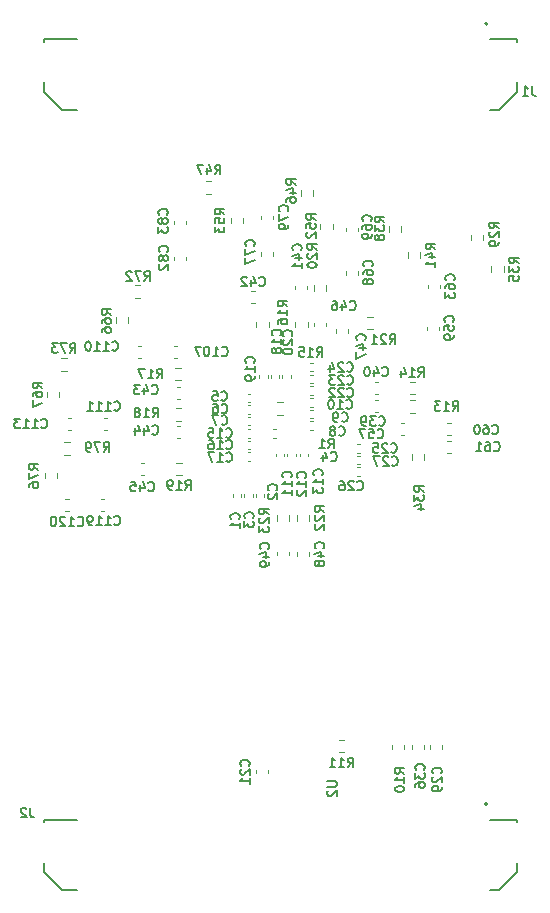
<source format=gbo>
%TF.GenerationSoftware,KiCad,Pcbnew,8.0.5*%
%TF.CreationDate,2025-03-31T18:49:43-05:00*%
%TF.ProjectId,PSEC5_Board,50534543-355f-4426-9f61-72642e6b6963,rev?*%
%TF.SameCoordinates,Original*%
%TF.FileFunction,Legend,Bot*%
%TF.FilePolarity,Positive*%
%FSLAX46Y46*%
G04 Gerber Fmt 4.6, Leading zero omitted, Abs format (unit mm)*
G04 Created by KiCad (PCBNEW 8.0.5) date 2025-03-31 18:49:43*
%MOMM*%
%LPD*%
G01*
G04 APERTURE LIST*
%ADD10C,0.150000*%
%ADD11C,0.200000*%
%ADD12C,0.120000*%
G04 APERTURE END LIST*
D10*
X141989285Y-81711104D02*
X142027381Y-81749200D01*
X142027381Y-81749200D02*
X142141666Y-81787295D01*
X142141666Y-81787295D02*
X142217857Y-81787295D01*
X142217857Y-81787295D02*
X142332143Y-81749200D01*
X142332143Y-81749200D02*
X142408333Y-81673009D01*
X142408333Y-81673009D02*
X142446428Y-81596819D01*
X142446428Y-81596819D02*
X142484524Y-81444438D01*
X142484524Y-81444438D02*
X142484524Y-81330152D01*
X142484524Y-81330152D02*
X142446428Y-81177771D01*
X142446428Y-81177771D02*
X142408333Y-81101580D01*
X142408333Y-81101580D02*
X142332143Y-81025390D01*
X142332143Y-81025390D02*
X142217857Y-80987295D01*
X142217857Y-80987295D02*
X142141666Y-80987295D01*
X142141666Y-80987295D02*
X142027381Y-81025390D01*
X142027381Y-81025390D02*
X141989285Y-81063485D01*
X141227381Y-81787295D02*
X141684524Y-81787295D01*
X141455952Y-81787295D02*
X141455952Y-80987295D01*
X141455952Y-80987295D02*
X141532143Y-81101580D01*
X141532143Y-81101580D02*
X141608333Y-81177771D01*
X141608333Y-81177771D02*
X141684524Y-81215866D01*
X140960714Y-80987295D02*
X140427380Y-80987295D01*
X140427380Y-80987295D02*
X140770238Y-81787295D01*
D11*
X147879695Y-58315714D02*
X147498742Y-58049047D01*
X147879695Y-57858571D02*
X147079695Y-57858571D01*
X147079695Y-57858571D02*
X147079695Y-58163333D01*
X147079695Y-58163333D02*
X147117790Y-58239523D01*
X147117790Y-58239523D02*
X147155885Y-58277618D01*
X147155885Y-58277618D02*
X147232076Y-58315714D01*
X147232076Y-58315714D02*
X147346361Y-58315714D01*
X147346361Y-58315714D02*
X147422552Y-58277618D01*
X147422552Y-58277618D02*
X147460647Y-58239523D01*
X147460647Y-58239523D02*
X147498742Y-58163333D01*
X147498742Y-58163333D02*
X147498742Y-57858571D01*
X147346361Y-59001428D02*
X147879695Y-59001428D01*
X147041600Y-58810952D02*
X147613028Y-58620475D01*
X147613028Y-58620475D02*
X147613028Y-59115714D01*
X147079695Y-59763333D02*
X147079695Y-59610952D01*
X147079695Y-59610952D02*
X147117790Y-59534761D01*
X147117790Y-59534761D02*
X147155885Y-59496666D01*
X147155885Y-59496666D02*
X147270171Y-59420476D01*
X147270171Y-59420476D02*
X147422552Y-59382380D01*
X147422552Y-59382380D02*
X147727314Y-59382380D01*
X147727314Y-59382380D02*
X147803504Y-59420476D01*
X147803504Y-59420476D02*
X147841600Y-59458571D01*
X147841600Y-59458571D02*
X147879695Y-59534761D01*
X147879695Y-59534761D02*
X147879695Y-59687142D01*
X147879695Y-59687142D02*
X147841600Y-59763333D01*
X147841600Y-59763333D02*
X147803504Y-59801428D01*
X147803504Y-59801428D02*
X147727314Y-59839523D01*
X147727314Y-59839523D02*
X147536838Y-59839523D01*
X147536838Y-59839523D02*
X147460647Y-59801428D01*
X147460647Y-59801428D02*
X147422552Y-59763333D01*
X147422552Y-59763333D02*
X147384457Y-59687142D01*
X147384457Y-59687142D02*
X147384457Y-59534761D01*
X147384457Y-59534761D02*
X147422552Y-59458571D01*
X147422552Y-59458571D02*
X147460647Y-59420476D01*
X147460647Y-59420476D02*
X147536838Y-59382380D01*
X161139285Y-77484695D02*
X161405952Y-77103742D01*
X161596428Y-77484695D02*
X161596428Y-76684695D01*
X161596428Y-76684695D02*
X161291666Y-76684695D01*
X161291666Y-76684695D02*
X161215476Y-76722790D01*
X161215476Y-76722790D02*
X161177381Y-76760885D01*
X161177381Y-76760885D02*
X161139285Y-76837076D01*
X161139285Y-76837076D02*
X161139285Y-76951361D01*
X161139285Y-76951361D02*
X161177381Y-77027552D01*
X161177381Y-77027552D02*
X161215476Y-77065647D01*
X161215476Y-77065647D02*
X161291666Y-77103742D01*
X161291666Y-77103742D02*
X161596428Y-77103742D01*
X160377381Y-77484695D02*
X160834524Y-77484695D01*
X160605952Y-77484695D02*
X160605952Y-76684695D01*
X160605952Y-76684695D02*
X160682143Y-76798980D01*
X160682143Y-76798980D02*
X160758333Y-76875171D01*
X160758333Y-76875171D02*
X160834524Y-76913266D01*
X160110714Y-76684695D02*
X159615476Y-76684695D01*
X159615476Y-76684695D02*
X159882142Y-76989457D01*
X159882142Y-76989457D02*
X159767857Y-76989457D01*
X159767857Y-76989457D02*
X159691666Y-77027552D01*
X159691666Y-77027552D02*
X159653571Y-77065647D01*
X159653571Y-77065647D02*
X159615476Y-77141838D01*
X159615476Y-77141838D02*
X159615476Y-77332314D01*
X159615476Y-77332314D02*
X159653571Y-77408504D01*
X159653571Y-77408504D02*
X159691666Y-77446600D01*
X159691666Y-77446600D02*
X159767857Y-77484695D01*
X159767857Y-77484695D02*
X159996428Y-77484695D01*
X159996428Y-77484695D02*
X160072619Y-77446600D01*
X160072619Y-77446600D02*
X160110714Y-77408504D01*
X132345237Y-72308504D02*
X132383333Y-72346600D01*
X132383333Y-72346600D02*
X132497618Y-72384695D01*
X132497618Y-72384695D02*
X132573809Y-72384695D01*
X132573809Y-72384695D02*
X132688095Y-72346600D01*
X132688095Y-72346600D02*
X132764285Y-72270409D01*
X132764285Y-72270409D02*
X132802380Y-72194219D01*
X132802380Y-72194219D02*
X132840476Y-72041838D01*
X132840476Y-72041838D02*
X132840476Y-71927552D01*
X132840476Y-71927552D02*
X132802380Y-71775171D01*
X132802380Y-71775171D02*
X132764285Y-71698980D01*
X132764285Y-71698980D02*
X132688095Y-71622790D01*
X132688095Y-71622790D02*
X132573809Y-71584695D01*
X132573809Y-71584695D02*
X132497618Y-71584695D01*
X132497618Y-71584695D02*
X132383333Y-71622790D01*
X132383333Y-71622790D02*
X132345237Y-71660885D01*
X131583333Y-72384695D02*
X132040476Y-72384695D01*
X131811904Y-72384695D02*
X131811904Y-71584695D01*
X131811904Y-71584695D02*
X131888095Y-71698980D01*
X131888095Y-71698980D02*
X131964285Y-71775171D01*
X131964285Y-71775171D02*
X132040476Y-71813266D01*
X130821428Y-72384695D02*
X131278571Y-72384695D01*
X131049999Y-72384695D02*
X131049999Y-71584695D01*
X131049999Y-71584695D02*
X131126190Y-71698980D01*
X131126190Y-71698980D02*
X131202380Y-71775171D01*
X131202380Y-71775171D02*
X131278571Y-71813266D01*
X130326189Y-71584695D02*
X130249999Y-71584695D01*
X130249999Y-71584695D02*
X130173808Y-71622790D01*
X130173808Y-71622790D02*
X130135713Y-71660885D01*
X130135713Y-71660885D02*
X130097618Y-71737076D01*
X130097618Y-71737076D02*
X130059523Y-71889457D01*
X130059523Y-71889457D02*
X130059523Y-72079933D01*
X130059523Y-72079933D02*
X130097618Y-72232314D01*
X130097618Y-72232314D02*
X130135713Y-72308504D01*
X130135713Y-72308504D02*
X130173808Y-72346600D01*
X130173808Y-72346600D02*
X130249999Y-72384695D01*
X130249999Y-72384695D02*
X130326189Y-72384695D01*
X130326189Y-72384695D02*
X130402380Y-72346600D01*
X130402380Y-72346600D02*
X130440475Y-72308504D01*
X130440475Y-72308504D02*
X130478570Y-72232314D01*
X130478570Y-72232314D02*
X130516666Y-72079933D01*
X130516666Y-72079933D02*
X130516666Y-71889457D01*
X130516666Y-71889457D02*
X130478570Y-71737076D01*
X130478570Y-71737076D02*
X130440475Y-71660885D01*
X130440475Y-71660885D02*
X130402380Y-71622790D01*
X130402380Y-71622790D02*
X130326189Y-71584695D01*
X157059695Y-108205714D02*
X156678742Y-107939047D01*
X157059695Y-107748571D02*
X156259695Y-107748571D01*
X156259695Y-107748571D02*
X156259695Y-108053333D01*
X156259695Y-108053333D02*
X156297790Y-108129523D01*
X156297790Y-108129523D02*
X156335885Y-108167618D01*
X156335885Y-108167618D02*
X156412076Y-108205714D01*
X156412076Y-108205714D02*
X156526361Y-108205714D01*
X156526361Y-108205714D02*
X156602552Y-108167618D01*
X156602552Y-108167618D02*
X156640647Y-108129523D01*
X156640647Y-108129523D02*
X156678742Y-108053333D01*
X156678742Y-108053333D02*
X156678742Y-107748571D01*
X157059695Y-108967618D02*
X157059695Y-108510475D01*
X157059695Y-108739047D02*
X156259695Y-108739047D01*
X156259695Y-108739047D02*
X156373980Y-108662856D01*
X156373980Y-108662856D02*
X156450171Y-108586666D01*
X156450171Y-108586666D02*
X156488266Y-108510475D01*
X156259695Y-109462857D02*
X156259695Y-109539047D01*
X156259695Y-109539047D02*
X156297790Y-109615238D01*
X156297790Y-109615238D02*
X156335885Y-109653333D01*
X156335885Y-109653333D02*
X156412076Y-109691428D01*
X156412076Y-109691428D02*
X156564457Y-109729523D01*
X156564457Y-109729523D02*
X156754933Y-109729523D01*
X156754933Y-109729523D02*
X156907314Y-109691428D01*
X156907314Y-109691428D02*
X156983504Y-109653333D01*
X156983504Y-109653333D02*
X157021600Y-109615238D01*
X157021600Y-109615238D02*
X157059695Y-109539047D01*
X157059695Y-109539047D02*
X157059695Y-109462857D01*
X157059695Y-109462857D02*
X157021600Y-109386666D01*
X157021600Y-109386666D02*
X156983504Y-109348571D01*
X156983504Y-109348571D02*
X156907314Y-109310476D01*
X156907314Y-109310476D02*
X156754933Y-109272380D01*
X156754933Y-109272380D02*
X156564457Y-109272380D01*
X156564457Y-109272380D02*
X156412076Y-109310476D01*
X156412076Y-109310476D02*
X156335885Y-109348571D01*
X156335885Y-109348571D02*
X156297790Y-109386666D01*
X156297790Y-109386666D02*
X156259695Y-109462857D01*
X135394285Y-84193504D02*
X135432381Y-84231600D01*
X135432381Y-84231600D02*
X135546666Y-84269695D01*
X135546666Y-84269695D02*
X135622857Y-84269695D01*
X135622857Y-84269695D02*
X135737143Y-84231600D01*
X135737143Y-84231600D02*
X135813333Y-84155409D01*
X135813333Y-84155409D02*
X135851428Y-84079219D01*
X135851428Y-84079219D02*
X135889524Y-83926838D01*
X135889524Y-83926838D02*
X135889524Y-83812552D01*
X135889524Y-83812552D02*
X135851428Y-83660171D01*
X135851428Y-83660171D02*
X135813333Y-83583980D01*
X135813333Y-83583980D02*
X135737143Y-83507790D01*
X135737143Y-83507790D02*
X135622857Y-83469695D01*
X135622857Y-83469695D02*
X135546666Y-83469695D01*
X135546666Y-83469695D02*
X135432381Y-83507790D01*
X135432381Y-83507790D02*
X135394285Y-83545885D01*
X134708571Y-83736361D02*
X134708571Y-84269695D01*
X134899047Y-83431600D02*
X135089524Y-84003028D01*
X135089524Y-84003028D02*
X134594285Y-84003028D01*
X133908571Y-83469695D02*
X134289523Y-83469695D01*
X134289523Y-83469695D02*
X134327619Y-83850647D01*
X134327619Y-83850647D02*
X134289523Y-83812552D01*
X134289523Y-83812552D02*
X134213333Y-83774457D01*
X134213333Y-83774457D02*
X134022857Y-83774457D01*
X134022857Y-83774457D02*
X133946666Y-83812552D01*
X133946666Y-83812552D02*
X133908571Y-83850647D01*
X133908571Y-83850647D02*
X133870476Y-83926838D01*
X133870476Y-83926838D02*
X133870476Y-84117314D01*
X133870476Y-84117314D02*
X133908571Y-84193504D01*
X133908571Y-84193504D02*
X133946666Y-84231600D01*
X133946666Y-84231600D02*
X134022857Y-84269695D01*
X134022857Y-84269695D02*
X134213333Y-84269695D01*
X134213333Y-84269695D02*
X134289523Y-84231600D01*
X134289523Y-84231600D02*
X134327619Y-84193504D01*
X136963504Y-60885714D02*
X137001600Y-60847618D01*
X137001600Y-60847618D02*
X137039695Y-60733333D01*
X137039695Y-60733333D02*
X137039695Y-60657142D01*
X137039695Y-60657142D02*
X137001600Y-60542856D01*
X137001600Y-60542856D02*
X136925409Y-60466666D01*
X136925409Y-60466666D02*
X136849219Y-60428571D01*
X136849219Y-60428571D02*
X136696838Y-60390475D01*
X136696838Y-60390475D02*
X136582552Y-60390475D01*
X136582552Y-60390475D02*
X136430171Y-60428571D01*
X136430171Y-60428571D02*
X136353980Y-60466666D01*
X136353980Y-60466666D02*
X136277790Y-60542856D01*
X136277790Y-60542856D02*
X136239695Y-60657142D01*
X136239695Y-60657142D02*
X136239695Y-60733333D01*
X136239695Y-60733333D02*
X136277790Y-60847618D01*
X136277790Y-60847618D02*
X136315885Y-60885714D01*
X136582552Y-61342856D02*
X136544457Y-61266666D01*
X136544457Y-61266666D02*
X136506361Y-61228571D01*
X136506361Y-61228571D02*
X136430171Y-61190475D01*
X136430171Y-61190475D02*
X136392076Y-61190475D01*
X136392076Y-61190475D02*
X136315885Y-61228571D01*
X136315885Y-61228571D02*
X136277790Y-61266666D01*
X136277790Y-61266666D02*
X136239695Y-61342856D01*
X136239695Y-61342856D02*
X136239695Y-61495237D01*
X136239695Y-61495237D02*
X136277790Y-61571428D01*
X136277790Y-61571428D02*
X136315885Y-61609523D01*
X136315885Y-61609523D02*
X136392076Y-61647618D01*
X136392076Y-61647618D02*
X136430171Y-61647618D01*
X136430171Y-61647618D02*
X136506361Y-61609523D01*
X136506361Y-61609523D02*
X136544457Y-61571428D01*
X136544457Y-61571428D02*
X136582552Y-61495237D01*
X136582552Y-61495237D02*
X136582552Y-61342856D01*
X136582552Y-61342856D02*
X136620647Y-61266666D01*
X136620647Y-61266666D02*
X136658742Y-61228571D01*
X136658742Y-61228571D02*
X136734933Y-61190475D01*
X136734933Y-61190475D02*
X136887314Y-61190475D01*
X136887314Y-61190475D02*
X136963504Y-61228571D01*
X136963504Y-61228571D02*
X137001600Y-61266666D01*
X137001600Y-61266666D02*
X137039695Y-61342856D01*
X137039695Y-61342856D02*
X137039695Y-61495237D01*
X137039695Y-61495237D02*
X137001600Y-61571428D01*
X137001600Y-61571428D02*
X136963504Y-61609523D01*
X136963504Y-61609523D02*
X136887314Y-61647618D01*
X136887314Y-61647618D02*
X136734933Y-61647618D01*
X136734933Y-61647618D02*
X136658742Y-61609523D01*
X136658742Y-61609523D02*
X136620647Y-61571428D01*
X136620647Y-61571428D02*
X136582552Y-61495237D01*
X136239695Y-61914285D02*
X136239695Y-62409523D01*
X136239695Y-62409523D02*
X136544457Y-62142857D01*
X136544457Y-62142857D02*
X136544457Y-62257142D01*
X136544457Y-62257142D02*
X136582552Y-62333333D01*
X136582552Y-62333333D02*
X136620647Y-62371428D01*
X136620647Y-62371428D02*
X136696838Y-62409523D01*
X136696838Y-62409523D02*
X136887314Y-62409523D01*
X136887314Y-62409523D02*
X136963504Y-62371428D01*
X136963504Y-62371428D02*
X137001600Y-62333333D01*
X137001600Y-62333333D02*
X137039695Y-62257142D01*
X137039695Y-62257142D02*
X137039695Y-62028571D01*
X137039695Y-62028571D02*
X137001600Y-61952380D01*
X137001600Y-61952380D02*
X136963504Y-61914285D01*
D10*
X155914285Y-80936104D02*
X155952381Y-80974200D01*
X155952381Y-80974200D02*
X156066666Y-81012295D01*
X156066666Y-81012295D02*
X156142857Y-81012295D01*
X156142857Y-81012295D02*
X156257143Y-80974200D01*
X156257143Y-80974200D02*
X156333333Y-80898009D01*
X156333333Y-80898009D02*
X156371428Y-80821819D01*
X156371428Y-80821819D02*
X156409524Y-80669438D01*
X156409524Y-80669438D02*
X156409524Y-80555152D01*
X156409524Y-80555152D02*
X156371428Y-80402771D01*
X156371428Y-80402771D02*
X156333333Y-80326580D01*
X156333333Y-80326580D02*
X156257143Y-80250390D01*
X156257143Y-80250390D02*
X156142857Y-80212295D01*
X156142857Y-80212295D02*
X156066666Y-80212295D01*
X156066666Y-80212295D02*
X155952381Y-80250390D01*
X155952381Y-80250390D02*
X155914285Y-80288485D01*
X155609524Y-80288485D02*
X155571428Y-80250390D01*
X155571428Y-80250390D02*
X155495238Y-80212295D01*
X155495238Y-80212295D02*
X155304762Y-80212295D01*
X155304762Y-80212295D02*
X155228571Y-80250390D01*
X155228571Y-80250390D02*
X155190476Y-80288485D01*
X155190476Y-80288485D02*
X155152381Y-80364676D01*
X155152381Y-80364676D02*
X155152381Y-80440866D01*
X155152381Y-80440866D02*
X155190476Y-80555152D01*
X155190476Y-80555152D02*
X155647619Y-81012295D01*
X155647619Y-81012295D02*
X155152381Y-81012295D01*
X154428571Y-80212295D02*
X154809523Y-80212295D01*
X154809523Y-80212295D02*
X154847619Y-80593247D01*
X154847619Y-80593247D02*
X154809523Y-80555152D01*
X154809523Y-80555152D02*
X154733333Y-80517057D01*
X154733333Y-80517057D02*
X154542857Y-80517057D01*
X154542857Y-80517057D02*
X154466666Y-80555152D01*
X154466666Y-80555152D02*
X154428571Y-80593247D01*
X154428571Y-80593247D02*
X154390476Y-80669438D01*
X154390476Y-80669438D02*
X154390476Y-80859914D01*
X154390476Y-80859914D02*
X154428571Y-80936104D01*
X154428571Y-80936104D02*
X154466666Y-80974200D01*
X154466666Y-80974200D02*
X154542857Y-81012295D01*
X154542857Y-81012295D02*
X154733333Y-81012295D01*
X154733333Y-81012295D02*
X154809523Y-80974200D01*
X154809523Y-80974200D02*
X154847619Y-80936104D01*
D11*
X141034285Y-57449695D02*
X141300952Y-57068742D01*
X141491428Y-57449695D02*
X141491428Y-56649695D01*
X141491428Y-56649695D02*
X141186666Y-56649695D01*
X141186666Y-56649695D02*
X141110476Y-56687790D01*
X141110476Y-56687790D02*
X141072381Y-56725885D01*
X141072381Y-56725885D02*
X141034285Y-56802076D01*
X141034285Y-56802076D02*
X141034285Y-56916361D01*
X141034285Y-56916361D02*
X141072381Y-56992552D01*
X141072381Y-56992552D02*
X141110476Y-57030647D01*
X141110476Y-57030647D02*
X141186666Y-57068742D01*
X141186666Y-57068742D02*
X141491428Y-57068742D01*
X140348571Y-56916361D02*
X140348571Y-57449695D01*
X140539047Y-56611600D02*
X140729524Y-57183028D01*
X140729524Y-57183028D02*
X140234285Y-57183028D01*
X140005714Y-56649695D02*
X139472380Y-56649695D01*
X139472380Y-56649695D02*
X139815238Y-57449695D01*
X167866666Y-49984695D02*
X167866666Y-50556123D01*
X167866666Y-50556123D02*
X167904761Y-50670409D01*
X167904761Y-50670409D02*
X167980952Y-50746600D01*
X167980952Y-50746600D02*
X168095237Y-50784695D01*
X168095237Y-50784695D02*
X168171428Y-50784695D01*
X167066666Y-50784695D02*
X167523809Y-50784695D01*
X167295237Y-50784695D02*
X167295237Y-49984695D01*
X167295237Y-49984695D02*
X167371428Y-50098980D01*
X167371428Y-50098980D02*
X167447618Y-50175171D01*
X167447618Y-50175171D02*
X167523809Y-50213266D01*
X147173504Y-60565714D02*
X147211600Y-60527618D01*
X147211600Y-60527618D02*
X147249695Y-60413333D01*
X147249695Y-60413333D02*
X147249695Y-60337142D01*
X147249695Y-60337142D02*
X147211600Y-60222856D01*
X147211600Y-60222856D02*
X147135409Y-60146666D01*
X147135409Y-60146666D02*
X147059219Y-60108571D01*
X147059219Y-60108571D02*
X146906838Y-60070475D01*
X146906838Y-60070475D02*
X146792552Y-60070475D01*
X146792552Y-60070475D02*
X146640171Y-60108571D01*
X146640171Y-60108571D02*
X146563980Y-60146666D01*
X146563980Y-60146666D02*
X146487790Y-60222856D01*
X146487790Y-60222856D02*
X146449695Y-60337142D01*
X146449695Y-60337142D02*
X146449695Y-60413333D01*
X146449695Y-60413333D02*
X146487790Y-60527618D01*
X146487790Y-60527618D02*
X146525885Y-60565714D01*
X146449695Y-60832380D02*
X146449695Y-61365714D01*
X146449695Y-61365714D02*
X147249695Y-61022856D01*
X147249695Y-61708571D02*
X147249695Y-61860952D01*
X147249695Y-61860952D02*
X147211600Y-61937142D01*
X147211600Y-61937142D02*
X147173504Y-61975238D01*
X147173504Y-61975238D02*
X147059219Y-62051428D01*
X147059219Y-62051428D02*
X146906838Y-62089523D01*
X146906838Y-62089523D02*
X146602076Y-62089523D01*
X146602076Y-62089523D02*
X146525885Y-62051428D01*
X146525885Y-62051428D02*
X146487790Y-62013333D01*
X146487790Y-62013333D02*
X146449695Y-61937142D01*
X146449695Y-61937142D02*
X146449695Y-61784761D01*
X146449695Y-61784761D02*
X146487790Y-61708571D01*
X146487790Y-61708571D02*
X146525885Y-61670476D01*
X146525885Y-61670476D02*
X146602076Y-61632380D01*
X146602076Y-61632380D02*
X146792552Y-61632380D01*
X146792552Y-61632380D02*
X146868742Y-61670476D01*
X146868742Y-61670476D02*
X146906838Y-61708571D01*
X146906838Y-61708571D02*
X146944933Y-61784761D01*
X146944933Y-61784761D02*
X146944933Y-61937142D01*
X146944933Y-61937142D02*
X146906838Y-62013333D01*
X146906838Y-62013333D02*
X146868742Y-62051428D01*
X146868742Y-62051428D02*
X146792552Y-62089523D01*
D10*
X147511104Y-71135714D02*
X147549200Y-71097618D01*
X147549200Y-71097618D02*
X147587295Y-70983333D01*
X147587295Y-70983333D02*
X147587295Y-70907142D01*
X147587295Y-70907142D02*
X147549200Y-70792856D01*
X147549200Y-70792856D02*
X147473009Y-70716666D01*
X147473009Y-70716666D02*
X147396819Y-70678571D01*
X147396819Y-70678571D02*
X147244438Y-70640475D01*
X147244438Y-70640475D02*
X147130152Y-70640475D01*
X147130152Y-70640475D02*
X146977771Y-70678571D01*
X146977771Y-70678571D02*
X146901580Y-70716666D01*
X146901580Y-70716666D02*
X146825390Y-70792856D01*
X146825390Y-70792856D02*
X146787295Y-70907142D01*
X146787295Y-70907142D02*
X146787295Y-70983333D01*
X146787295Y-70983333D02*
X146825390Y-71097618D01*
X146825390Y-71097618D02*
X146863485Y-71135714D01*
X146863485Y-71440475D02*
X146825390Y-71478571D01*
X146825390Y-71478571D02*
X146787295Y-71554761D01*
X146787295Y-71554761D02*
X146787295Y-71745237D01*
X146787295Y-71745237D02*
X146825390Y-71821428D01*
X146825390Y-71821428D02*
X146863485Y-71859523D01*
X146863485Y-71859523D02*
X146939676Y-71897618D01*
X146939676Y-71897618D02*
X147015866Y-71897618D01*
X147015866Y-71897618D02*
X147130152Y-71859523D01*
X147130152Y-71859523D02*
X147587295Y-71402380D01*
X147587295Y-71402380D02*
X147587295Y-71897618D01*
X146787295Y-72392857D02*
X146787295Y-72469047D01*
X146787295Y-72469047D02*
X146825390Y-72545238D01*
X146825390Y-72545238D02*
X146863485Y-72583333D01*
X146863485Y-72583333D02*
X146939676Y-72621428D01*
X146939676Y-72621428D02*
X147092057Y-72659523D01*
X147092057Y-72659523D02*
X147282533Y-72659523D01*
X147282533Y-72659523D02*
X147434914Y-72621428D01*
X147434914Y-72621428D02*
X147511104Y-72583333D01*
X147511104Y-72583333D02*
X147549200Y-72545238D01*
X147549200Y-72545238D02*
X147587295Y-72469047D01*
X147587295Y-72469047D02*
X147587295Y-72392857D01*
X147587295Y-72392857D02*
X147549200Y-72316666D01*
X147549200Y-72316666D02*
X147511104Y-72278571D01*
X147511104Y-72278571D02*
X147434914Y-72240476D01*
X147434914Y-72240476D02*
X147282533Y-72202380D01*
X147282533Y-72202380D02*
X147092057Y-72202380D01*
X147092057Y-72202380D02*
X146939676Y-72240476D01*
X146939676Y-72240476D02*
X146863485Y-72278571D01*
X146863485Y-72278571D02*
X146825390Y-72316666D01*
X146825390Y-72316666D02*
X146787295Y-72392857D01*
D11*
X144764285Y-66843504D02*
X144802381Y-66881600D01*
X144802381Y-66881600D02*
X144916666Y-66919695D01*
X144916666Y-66919695D02*
X144992857Y-66919695D01*
X144992857Y-66919695D02*
X145107143Y-66881600D01*
X145107143Y-66881600D02*
X145183333Y-66805409D01*
X145183333Y-66805409D02*
X145221428Y-66729219D01*
X145221428Y-66729219D02*
X145259524Y-66576838D01*
X145259524Y-66576838D02*
X145259524Y-66462552D01*
X145259524Y-66462552D02*
X145221428Y-66310171D01*
X145221428Y-66310171D02*
X145183333Y-66233980D01*
X145183333Y-66233980D02*
X145107143Y-66157790D01*
X145107143Y-66157790D02*
X144992857Y-66119695D01*
X144992857Y-66119695D02*
X144916666Y-66119695D01*
X144916666Y-66119695D02*
X144802381Y-66157790D01*
X144802381Y-66157790D02*
X144764285Y-66195885D01*
X144078571Y-66386361D02*
X144078571Y-66919695D01*
X144269047Y-66081600D02*
X144459524Y-66653028D01*
X144459524Y-66653028D02*
X143964285Y-66653028D01*
X143697619Y-66195885D02*
X143659523Y-66157790D01*
X143659523Y-66157790D02*
X143583333Y-66119695D01*
X143583333Y-66119695D02*
X143392857Y-66119695D01*
X143392857Y-66119695D02*
X143316666Y-66157790D01*
X143316666Y-66157790D02*
X143278571Y-66195885D01*
X143278571Y-66195885D02*
X143240476Y-66272076D01*
X143240476Y-66272076D02*
X143240476Y-66348266D01*
X143240476Y-66348266D02*
X143278571Y-66462552D01*
X143278571Y-66462552D02*
X143735714Y-66919695D01*
X143735714Y-66919695D02*
X143240476Y-66919695D01*
X150200504Y-89085714D02*
X150238600Y-89047618D01*
X150238600Y-89047618D02*
X150276695Y-88933333D01*
X150276695Y-88933333D02*
X150276695Y-88857142D01*
X150276695Y-88857142D02*
X150238600Y-88742856D01*
X150238600Y-88742856D02*
X150162409Y-88666666D01*
X150162409Y-88666666D02*
X150086219Y-88628571D01*
X150086219Y-88628571D02*
X149933838Y-88590475D01*
X149933838Y-88590475D02*
X149819552Y-88590475D01*
X149819552Y-88590475D02*
X149667171Y-88628571D01*
X149667171Y-88628571D02*
X149590980Y-88666666D01*
X149590980Y-88666666D02*
X149514790Y-88742856D01*
X149514790Y-88742856D02*
X149476695Y-88857142D01*
X149476695Y-88857142D02*
X149476695Y-88933333D01*
X149476695Y-88933333D02*
X149514790Y-89047618D01*
X149514790Y-89047618D02*
X149552885Y-89085714D01*
X149743361Y-89771428D02*
X150276695Y-89771428D01*
X149438600Y-89580952D02*
X150010028Y-89390475D01*
X150010028Y-89390475D02*
X150010028Y-89885714D01*
X149819552Y-90304761D02*
X149781457Y-90228571D01*
X149781457Y-90228571D02*
X149743361Y-90190476D01*
X149743361Y-90190476D02*
X149667171Y-90152380D01*
X149667171Y-90152380D02*
X149629076Y-90152380D01*
X149629076Y-90152380D02*
X149552885Y-90190476D01*
X149552885Y-90190476D02*
X149514790Y-90228571D01*
X149514790Y-90228571D02*
X149476695Y-90304761D01*
X149476695Y-90304761D02*
X149476695Y-90457142D01*
X149476695Y-90457142D02*
X149514790Y-90533333D01*
X149514790Y-90533333D02*
X149552885Y-90571428D01*
X149552885Y-90571428D02*
X149629076Y-90609523D01*
X149629076Y-90609523D02*
X149667171Y-90609523D01*
X149667171Y-90609523D02*
X149743361Y-90571428D01*
X149743361Y-90571428D02*
X149781457Y-90533333D01*
X149781457Y-90533333D02*
X149819552Y-90457142D01*
X149819552Y-90457142D02*
X149819552Y-90304761D01*
X149819552Y-90304761D02*
X149857647Y-90228571D01*
X149857647Y-90228571D02*
X149895742Y-90190476D01*
X149895742Y-90190476D02*
X149971933Y-90152380D01*
X149971933Y-90152380D02*
X150124314Y-90152380D01*
X150124314Y-90152380D02*
X150200504Y-90190476D01*
X150200504Y-90190476D02*
X150238600Y-90228571D01*
X150238600Y-90228571D02*
X150276695Y-90304761D01*
X150276695Y-90304761D02*
X150276695Y-90457142D01*
X150276695Y-90457142D02*
X150238600Y-90533333D01*
X150238600Y-90533333D02*
X150200504Y-90571428D01*
X150200504Y-90571428D02*
X150124314Y-90609523D01*
X150124314Y-90609523D02*
X149971933Y-90609523D01*
X149971933Y-90609523D02*
X149895742Y-90571428D01*
X149895742Y-90571428D02*
X149857647Y-90533333D01*
X149857647Y-90533333D02*
X149819552Y-90457142D01*
D10*
X147461104Y-83110714D02*
X147499200Y-83072618D01*
X147499200Y-83072618D02*
X147537295Y-82958333D01*
X147537295Y-82958333D02*
X147537295Y-82882142D01*
X147537295Y-82882142D02*
X147499200Y-82767856D01*
X147499200Y-82767856D02*
X147423009Y-82691666D01*
X147423009Y-82691666D02*
X147346819Y-82653571D01*
X147346819Y-82653571D02*
X147194438Y-82615475D01*
X147194438Y-82615475D02*
X147080152Y-82615475D01*
X147080152Y-82615475D02*
X146927771Y-82653571D01*
X146927771Y-82653571D02*
X146851580Y-82691666D01*
X146851580Y-82691666D02*
X146775390Y-82767856D01*
X146775390Y-82767856D02*
X146737295Y-82882142D01*
X146737295Y-82882142D02*
X146737295Y-82958333D01*
X146737295Y-82958333D02*
X146775390Y-83072618D01*
X146775390Y-83072618D02*
X146813485Y-83110714D01*
X147537295Y-83872618D02*
X147537295Y-83415475D01*
X147537295Y-83644047D02*
X146737295Y-83644047D01*
X146737295Y-83644047D02*
X146851580Y-83567856D01*
X146851580Y-83567856D02*
X146927771Y-83491666D01*
X146927771Y-83491666D02*
X146965866Y-83415475D01*
X147537295Y-84634523D02*
X147537295Y-84177380D01*
X147537295Y-84405952D02*
X146737295Y-84405952D01*
X146737295Y-84405952D02*
X146851580Y-84329761D01*
X146851580Y-84329761D02*
X146927771Y-84253571D01*
X146927771Y-84253571D02*
X146965866Y-84177380D01*
D11*
X125377727Y-111096834D02*
X125377727Y-111668262D01*
X125377727Y-111668262D02*
X125415822Y-111782548D01*
X125415822Y-111782548D02*
X125492013Y-111858739D01*
X125492013Y-111858739D02*
X125606298Y-111896834D01*
X125606298Y-111896834D02*
X125682489Y-111896834D01*
X125034870Y-111173024D02*
X124996774Y-111134929D01*
X124996774Y-111134929D02*
X124920584Y-111096834D01*
X124920584Y-111096834D02*
X124730108Y-111096834D01*
X124730108Y-111096834D02*
X124653917Y-111134929D01*
X124653917Y-111134929D02*
X124615822Y-111173024D01*
X124615822Y-111173024D02*
X124577727Y-111249215D01*
X124577727Y-111249215D02*
X124577727Y-111325405D01*
X124577727Y-111325405D02*
X124615822Y-111439691D01*
X124615822Y-111439691D02*
X125072965Y-111896834D01*
X125072965Y-111896834D02*
X124577727Y-111896834D01*
X148293504Y-63875714D02*
X148331600Y-63837618D01*
X148331600Y-63837618D02*
X148369695Y-63723333D01*
X148369695Y-63723333D02*
X148369695Y-63647142D01*
X148369695Y-63647142D02*
X148331600Y-63532856D01*
X148331600Y-63532856D02*
X148255409Y-63456666D01*
X148255409Y-63456666D02*
X148179219Y-63418571D01*
X148179219Y-63418571D02*
X148026838Y-63380475D01*
X148026838Y-63380475D02*
X147912552Y-63380475D01*
X147912552Y-63380475D02*
X147760171Y-63418571D01*
X147760171Y-63418571D02*
X147683980Y-63456666D01*
X147683980Y-63456666D02*
X147607790Y-63532856D01*
X147607790Y-63532856D02*
X147569695Y-63647142D01*
X147569695Y-63647142D02*
X147569695Y-63723333D01*
X147569695Y-63723333D02*
X147607790Y-63837618D01*
X147607790Y-63837618D02*
X147645885Y-63875714D01*
X147836361Y-64561428D02*
X148369695Y-64561428D01*
X147531600Y-64370952D02*
X148103028Y-64180475D01*
X148103028Y-64180475D02*
X148103028Y-64675714D01*
X148369695Y-65399523D02*
X148369695Y-64942380D01*
X148369695Y-65170952D02*
X147569695Y-65170952D01*
X147569695Y-65170952D02*
X147683980Y-65094761D01*
X147683980Y-65094761D02*
X147760171Y-65018571D01*
X147760171Y-65018571D02*
X147798266Y-64942380D01*
D10*
X141964285Y-79661104D02*
X142002381Y-79699200D01*
X142002381Y-79699200D02*
X142116666Y-79737295D01*
X142116666Y-79737295D02*
X142192857Y-79737295D01*
X142192857Y-79737295D02*
X142307143Y-79699200D01*
X142307143Y-79699200D02*
X142383333Y-79623009D01*
X142383333Y-79623009D02*
X142421428Y-79546819D01*
X142421428Y-79546819D02*
X142459524Y-79394438D01*
X142459524Y-79394438D02*
X142459524Y-79280152D01*
X142459524Y-79280152D02*
X142421428Y-79127771D01*
X142421428Y-79127771D02*
X142383333Y-79051580D01*
X142383333Y-79051580D02*
X142307143Y-78975390D01*
X142307143Y-78975390D02*
X142192857Y-78937295D01*
X142192857Y-78937295D02*
X142116666Y-78937295D01*
X142116666Y-78937295D02*
X142002381Y-78975390D01*
X142002381Y-78975390D02*
X141964285Y-79013485D01*
X141202381Y-79737295D02*
X141659524Y-79737295D01*
X141430952Y-79737295D02*
X141430952Y-78937295D01*
X141430952Y-78937295D02*
X141507143Y-79051580D01*
X141507143Y-79051580D02*
X141583333Y-79127771D01*
X141583333Y-79127771D02*
X141659524Y-79165866D01*
X140478571Y-78937295D02*
X140859523Y-78937295D01*
X140859523Y-78937295D02*
X140897619Y-79318247D01*
X140897619Y-79318247D02*
X140859523Y-79280152D01*
X140859523Y-79280152D02*
X140783333Y-79242057D01*
X140783333Y-79242057D02*
X140592857Y-79242057D01*
X140592857Y-79242057D02*
X140516666Y-79280152D01*
X140516666Y-79280152D02*
X140478571Y-79318247D01*
X140478571Y-79318247D02*
X140440476Y-79394438D01*
X140440476Y-79394438D02*
X140440476Y-79584914D01*
X140440476Y-79584914D02*
X140478571Y-79661104D01*
X140478571Y-79661104D02*
X140516666Y-79699200D01*
X140516666Y-79699200D02*
X140592857Y-79737295D01*
X140592857Y-79737295D02*
X140783333Y-79737295D01*
X140783333Y-79737295D02*
X140859523Y-79699200D01*
X140859523Y-79699200D02*
X140897619Y-79661104D01*
X151508332Y-79511104D02*
X151546428Y-79549200D01*
X151546428Y-79549200D02*
X151660713Y-79587295D01*
X151660713Y-79587295D02*
X151736904Y-79587295D01*
X151736904Y-79587295D02*
X151851190Y-79549200D01*
X151851190Y-79549200D02*
X151927380Y-79473009D01*
X151927380Y-79473009D02*
X151965475Y-79396819D01*
X151965475Y-79396819D02*
X152003571Y-79244438D01*
X152003571Y-79244438D02*
X152003571Y-79130152D01*
X152003571Y-79130152D02*
X151965475Y-78977771D01*
X151965475Y-78977771D02*
X151927380Y-78901580D01*
X151927380Y-78901580D02*
X151851190Y-78825390D01*
X151851190Y-78825390D02*
X151736904Y-78787295D01*
X151736904Y-78787295D02*
X151660713Y-78787295D01*
X151660713Y-78787295D02*
X151546428Y-78825390D01*
X151546428Y-78825390D02*
X151508332Y-78863485D01*
X151051190Y-79130152D02*
X151127380Y-79092057D01*
X151127380Y-79092057D02*
X151165475Y-79053961D01*
X151165475Y-79053961D02*
X151203571Y-78977771D01*
X151203571Y-78977771D02*
X151203571Y-78939676D01*
X151203571Y-78939676D02*
X151165475Y-78863485D01*
X151165475Y-78863485D02*
X151127380Y-78825390D01*
X151127380Y-78825390D02*
X151051190Y-78787295D01*
X151051190Y-78787295D02*
X150898809Y-78787295D01*
X150898809Y-78787295D02*
X150822618Y-78825390D01*
X150822618Y-78825390D02*
X150784523Y-78863485D01*
X150784523Y-78863485D02*
X150746428Y-78939676D01*
X150746428Y-78939676D02*
X150746428Y-78977771D01*
X150746428Y-78977771D02*
X150784523Y-79053961D01*
X150784523Y-79053961D02*
X150822618Y-79092057D01*
X150822618Y-79092057D02*
X150898809Y-79130152D01*
X150898809Y-79130152D02*
X151051190Y-79130152D01*
X151051190Y-79130152D02*
X151127380Y-79168247D01*
X151127380Y-79168247D02*
X151165475Y-79206342D01*
X151165475Y-79206342D02*
X151203571Y-79282533D01*
X151203571Y-79282533D02*
X151203571Y-79434914D01*
X151203571Y-79434914D02*
X151165475Y-79511104D01*
X151165475Y-79511104D02*
X151127380Y-79549200D01*
X151127380Y-79549200D02*
X151051190Y-79587295D01*
X151051190Y-79587295D02*
X150898809Y-79587295D01*
X150898809Y-79587295D02*
X150822618Y-79549200D01*
X150822618Y-79549200D02*
X150784523Y-79511104D01*
X150784523Y-79511104D02*
X150746428Y-79434914D01*
X150746428Y-79434914D02*
X150746428Y-79282533D01*
X150746428Y-79282533D02*
X150784523Y-79206342D01*
X150784523Y-79206342D02*
X150822618Y-79168247D01*
X150822618Y-79168247D02*
X150898809Y-79130152D01*
D11*
X135734285Y-79403504D02*
X135772381Y-79441600D01*
X135772381Y-79441600D02*
X135886666Y-79479695D01*
X135886666Y-79479695D02*
X135962857Y-79479695D01*
X135962857Y-79479695D02*
X136077143Y-79441600D01*
X136077143Y-79441600D02*
X136153333Y-79365409D01*
X136153333Y-79365409D02*
X136191428Y-79289219D01*
X136191428Y-79289219D02*
X136229524Y-79136838D01*
X136229524Y-79136838D02*
X136229524Y-79022552D01*
X136229524Y-79022552D02*
X136191428Y-78870171D01*
X136191428Y-78870171D02*
X136153333Y-78793980D01*
X136153333Y-78793980D02*
X136077143Y-78717790D01*
X136077143Y-78717790D02*
X135962857Y-78679695D01*
X135962857Y-78679695D02*
X135886666Y-78679695D01*
X135886666Y-78679695D02*
X135772381Y-78717790D01*
X135772381Y-78717790D02*
X135734285Y-78755885D01*
X135048571Y-78946361D02*
X135048571Y-79479695D01*
X135239047Y-78641600D02*
X135429524Y-79213028D01*
X135429524Y-79213028D02*
X134934285Y-79213028D01*
X134286666Y-78946361D02*
X134286666Y-79479695D01*
X134477142Y-78641600D02*
X134667619Y-79213028D01*
X134667619Y-79213028D02*
X134172380Y-79213028D01*
X166739695Y-64960714D02*
X166358742Y-64694047D01*
X166739695Y-64503571D02*
X165939695Y-64503571D01*
X165939695Y-64503571D02*
X165939695Y-64808333D01*
X165939695Y-64808333D02*
X165977790Y-64884523D01*
X165977790Y-64884523D02*
X166015885Y-64922618D01*
X166015885Y-64922618D02*
X166092076Y-64960714D01*
X166092076Y-64960714D02*
X166206361Y-64960714D01*
X166206361Y-64960714D02*
X166282552Y-64922618D01*
X166282552Y-64922618D02*
X166320647Y-64884523D01*
X166320647Y-64884523D02*
X166358742Y-64808333D01*
X166358742Y-64808333D02*
X166358742Y-64503571D01*
X165939695Y-65227380D02*
X165939695Y-65722618D01*
X165939695Y-65722618D02*
X166244457Y-65455952D01*
X166244457Y-65455952D02*
X166244457Y-65570237D01*
X166244457Y-65570237D02*
X166282552Y-65646428D01*
X166282552Y-65646428D02*
X166320647Y-65684523D01*
X166320647Y-65684523D02*
X166396838Y-65722618D01*
X166396838Y-65722618D02*
X166587314Y-65722618D01*
X166587314Y-65722618D02*
X166663504Y-65684523D01*
X166663504Y-65684523D02*
X166701600Y-65646428D01*
X166701600Y-65646428D02*
X166739695Y-65570237D01*
X166739695Y-65570237D02*
X166739695Y-65341666D01*
X166739695Y-65341666D02*
X166701600Y-65265475D01*
X166701600Y-65265475D02*
X166663504Y-65227380D01*
X165939695Y-66446428D02*
X165939695Y-66065476D01*
X165939695Y-66065476D02*
X166320647Y-66027380D01*
X166320647Y-66027380D02*
X166282552Y-66065476D01*
X166282552Y-66065476D02*
X166244457Y-66141666D01*
X166244457Y-66141666D02*
X166244457Y-66332142D01*
X166244457Y-66332142D02*
X166282552Y-66408333D01*
X166282552Y-66408333D02*
X166320647Y-66446428D01*
X166320647Y-66446428D02*
X166396838Y-66484523D01*
X166396838Y-66484523D02*
X166587314Y-66484523D01*
X166587314Y-66484523D02*
X166663504Y-66446428D01*
X166663504Y-66446428D02*
X166701600Y-66408333D01*
X166701600Y-66408333D02*
X166739695Y-66332142D01*
X166739695Y-66332142D02*
X166739695Y-66141666D01*
X166739695Y-66141666D02*
X166701600Y-66065476D01*
X166701600Y-66065476D02*
X166663504Y-66027380D01*
D10*
X146561104Y-71085714D02*
X146599200Y-71047618D01*
X146599200Y-71047618D02*
X146637295Y-70933333D01*
X146637295Y-70933333D02*
X146637295Y-70857142D01*
X146637295Y-70857142D02*
X146599200Y-70742856D01*
X146599200Y-70742856D02*
X146523009Y-70666666D01*
X146523009Y-70666666D02*
X146446819Y-70628571D01*
X146446819Y-70628571D02*
X146294438Y-70590475D01*
X146294438Y-70590475D02*
X146180152Y-70590475D01*
X146180152Y-70590475D02*
X146027771Y-70628571D01*
X146027771Y-70628571D02*
X145951580Y-70666666D01*
X145951580Y-70666666D02*
X145875390Y-70742856D01*
X145875390Y-70742856D02*
X145837295Y-70857142D01*
X145837295Y-70857142D02*
X145837295Y-70933333D01*
X145837295Y-70933333D02*
X145875390Y-71047618D01*
X145875390Y-71047618D02*
X145913485Y-71085714D01*
X146637295Y-71847618D02*
X146637295Y-71390475D01*
X146637295Y-71619047D02*
X145837295Y-71619047D01*
X145837295Y-71619047D02*
X145951580Y-71542856D01*
X145951580Y-71542856D02*
X146027771Y-71466666D01*
X146027771Y-71466666D02*
X146065866Y-71390475D01*
X146180152Y-72304761D02*
X146142057Y-72228571D01*
X146142057Y-72228571D02*
X146103961Y-72190476D01*
X146103961Y-72190476D02*
X146027771Y-72152380D01*
X146027771Y-72152380D02*
X145989676Y-72152380D01*
X145989676Y-72152380D02*
X145913485Y-72190476D01*
X145913485Y-72190476D02*
X145875390Y-72228571D01*
X145875390Y-72228571D02*
X145837295Y-72304761D01*
X145837295Y-72304761D02*
X145837295Y-72457142D01*
X145837295Y-72457142D02*
X145875390Y-72533333D01*
X145875390Y-72533333D02*
X145913485Y-72571428D01*
X145913485Y-72571428D02*
X145989676Y-72609523D01*
X145989676Y-72609523D02*
X146027771Y-72609523D01*
X146027771Y-72609523D02*
X146103961Y-72571428D01*
X146103961Y-72571428D02*
X146142057Y-72533333D01*
X146142057Y-72533333D02*
X146180152Y-72457142D01*
X146180152Y-72457142D02*
X146180152Y-72304761D01*
X146180152Y-72304761D02*
X146218247Y-72228571D01*
X146218247Y-72228571D02*
X146256342Y-72190476D01*
X146256342Y-72190476D02*
X146332533Y-72152380D01*
X146332533Y-72152380D02*
X146484914Y-72152380D01*
X146484914Y-72152380D02*
X146561104Y-72190476D01*
X146561104Y-72190476D02*
X146599200Y-72228571D01*
X146599200Y-72228571D02*
X146637295Y-72304761D01*
X146637295Y-72304761D02*
X146637295Y-72457142D01*
X146637295Y-72457142D02*
X146599200Y-72533333D01*
X146599200Y-72533333D02*
X146561104Y-72571428D01*
X146561104Y-72571428D02*
X146484914Y-72609523D01*
X146484914Y-72609523D02*
X146332533Y-72609523D01*
X146332533Y-72609523D02*
X146256342Y-72571428D01*
X146256342Y-72571428D02*
X146218247Y-72533333D01*
X146218247Y-72533333D02*
X146180152Y-72457142D01*
D11*
X138514285Y-84159695D02*
X138780952Y-83778742D01*
X138971428Y-84159695D02*
X138971428Y-83359695D01*
X138971428Y-83359695D02*
X138666666Y-83359695D01*
X138666666Y-83359695D02*
X138590476Y-83397790D01*
X138590476Y-83397790D02*
X138552381Y-83435885D01*
X138552381Y-83435885D02*
X138514285Y-83512076D01*
X138514285Y-83512076D02*
X138514285Y-83626361D01*
X138514285Y-83626361D02*
X138552381Y-83702552D01*
X138552381Y-83702552D02*
X138590476Y-83740647D01*
X138590476Y-83740647D02*
X138666666Y-83778742D01*
X138666666Y-83778742D02*
X138971428Y-83778742D01*
X137752381Y-84159695D02*
X138209524Y-84159695D01*
X137980952Y-84159695D02*
X137980952Y-83359695D01*
X137980952Y-83359695D02*
X138057143Y-83473980D01*
X138057143Y-83473980D02*
X138133333Y-83550171D01*
X138133333Y-83550171D02*
X138209524Y-83588266D01*
X137371428Y-84159695D02*
X137219047Y-84159695D01*
X137219047Y-84159695D02*
X137142857Y-84121600D01*
X137142857Y-84121600D02*
X137104761Y-84083504D01*
X137104761Y-84083504D02*
X137028571Y-83969219D01*
X137028571Y-83969219D02*
X136990476Y-83816838D01*
X136990476Y-83816838D02*
X136990476Y-83512076D01*
X136990476Y-83512076D02*
X137028571Y-83435885D01*
X137028571Y-83435885D02*
X137066666Y-83397790D01*
X137066666Y-83397790D02*
X137142857Y-83359695D01*
X137142857Y-83359695D02*
X137295238Y-83359695D01*
X137295238Y-83359695D02*
X137371428Y-83397790D01*
X137371428Y-83397790D02*
X137409523Y-83435885D01*
X137409523Y-83435885D02*
X137447619Y-83512076D01*
X137447619Y-83512076D02*
X137447619Y-83702552D01*
X137447619Y-83702552D02*
X137409523Y-83778742D01*
X137409523Y-83778742D02*
X137371428Y-83816838D01*
X137371428Y-83816838D02*
X137295238Y-83854933D01*
X137295238Y-83854933D02*
X137142857Y-83854933D01*
X137142857Y-83854933D02*
X137066666Y-83816838D01*
X137066666Y-83816838D02*
X137028571Y-83778742D01*
X137028571Y-83778742D02*
X136990476Y-83702552D01*
X136983504Y-64005714D02*
X137021600Y-63967618D01*
X137021600Y-63967618D02*
X137059695Y-63853333D01*
X137059695Y-63853333D02*
X137059695Y-63777142D01*
X137059695Y-63777142D02*
X137021600Y-63662856D01*
X137021600Y-63662856D02*
X136945409Y-63586666D01*
X136945409Y-63586666D02*
X136869219Y-63548571D01*
X136869219Y-63548571D02*
X136716838Y-63510475D01*
X136716838Y-63510475D02*
X136602552Y-63510475D01*
X136602552Y-63510475D02*
X136450171Y-63548571D01*
X136450171Y-63548571D02*
X136373980Y-63586666D01*
X136373980Y-63586666D02*
X136297790Y-63662856D01*
X136297790Y-63662856D02*
X136259695Y-63777142D01*
X136259695Y-63777142D02*
X136259695Y-63853333D01*
X136259695Y-63853333D02*
X136297790Y-63967618D01*
X136297790Y-63967618D02*
X136335885Y-64005714D01*
X136602552Y-64462856D02*
X136564457Y-64386666D01*
X136564457Y-64386666D02*
X136526361Y-64348571D01*
X136526361Y-64348571D02*
X136450171Y-64310475D01*
X136450171Y-64310475D02*
X136412076Y-64310475D01*
X136412076Y-64310475D02*
X136335885Y-64348571D01*
X136335885Y-64348571D02*
X136297790Y-64386666D01*
X136297790Y-64386666D02*
X136259695Y-64462856D01*
X136259695Y-64462856D02*
X136259695Y-64615237D01*
X136259695Y-64615237D02*
X136297790Y-64691428D01*
X136297790Y-64691428D02*
X136335885Y-64729523D01*
X136335885Y-64729523D02*
X136412076Y-64767618D01*
X136412076Y-64767618D02*
X136450171Y-64767618D01*
X136450171Y-64767618D02*
X136526361Y-64729523D01*
X136526361Y-64729523D02*
X136564457Y-64691428D01*
X136564457Y-64691428D02*
X136602552Y-64615237D01*
X136602552Y-64615237D02*
X136602552Y-64462856D01*
X136602552Y-64462856D02*
X136640647Y-64386666D01*
X136640647Y-64386666D02*
X136678742Y-64348571D01*
X136678742Y-64348571D02*
X136754933Y-64310475D01*
X136754933Y-64310475D02*
X136907314Y-64310475D01*
X136907314Y-64310475D02*
X136983504Y-64348571D01*
X136983504Y-64348571D02*
X137021600Y-64386666D01*
X137021600Y-64386666D02*
X137059695Y-64462856D01*
X137059695Y-64462856D02*
X137059695Y-64615237D01*
X137059695Y-64615237D02*
X137021600Y-64691428D01*
X137021600Y-64691428D02*
X136983504Y-64729523D01*
X136983504Y-64729523D02*
X136907314Y-64767618D01*
X136907314Y-64767618D02*
X136754933Y-64767618D01*
X136754933Y-64767618D02*
X136678742Y-64729523D01*
X136678742Y-64729523D02*
X136640647Y-64691428D01*
X136640647Y-64691428D02*
X136602552Y-64615237D01*
X136335885Y-65072380D02*
X136297790Y-65110476D01*
X136297790Y-65110476D02*
X136259695Y-65186666D01*
X136259695Y-65186666D02*
X136259695Y-65377142D01*
X136259695Y-65377142D02*
X136297790Y-65453333D01*
X136297790Y-65453333D02*
X136335885Y-65491428D01*
X136335885Y-65491428D02*
X136412076Y-65529523D01*
X136412076Y-65529523D02*
X136488266Y-65529523D01*
X136488266Y-65529523D02*
X136602552Y-65491428D01*
X136602552Y-65491428D02*
X137059695Y-65034285D01*
X137059695Y-65034285D02*
X137059695Y-65529523D01*
X154914285Y-78658504D02*
X154952381Y-78696600D01*
X154952381Y-78696600D02*
X155066666Y-78734695D01*
X155066666Y-78734695D02*
X155142857Y-78734695D01*
X155142857Y-78734695D02*
X155257143Y-78696600D01*
X155257143Y-78696600D02*
X155333333Y-78620409D01*
X155333333Y-78620409D02*
X155371428Y-78544219D01*
X155371428Y-78544219D02*
X155409524Y-78391838D01*
X155409524Y-78391838D02*
X155409524Y-78277552D01*
X155409524Y-78277552D02*
X155371428Y-78125171D01*
X155371428Y-78125171D02*
X155333333Y-78048980D01*
X155333333Y-78048980D02*
X155257143Y-77972790D01*
X155257143Y-77972790D02*
X155142857Y-77934695D01*
X155142857Y-77934695D02*
X155066666Y-77934695D01*
X155066666Y-77934695D02*
X154952381Y-77972790D01*
X154952381Y-77972790D02*
X154914285Y-78010885D01*
X154647619Y-77934695D02*
X154152381Y-77934695D01*
X154152381Y-77934695D02*
X154419047Y-78239457D01*
X154419047Y-78239457D02*
X154304762Y-78239457D01*
X154304762Y-78239457D02*
X154228571Y-78277552D01*
X154228571Y-78277552D02*
X154190476Y-78315647D01*
X154190476Y-78315647D02*
X154152381Y-78391838D01*
X154152381Y-78391838D02*
X154152381Y-78582314D01*
X154152381Y-78582314D02*
X154190476Y-78658504D01*
X154190476Y-78658504D02*
X154228571Y-78696600D01*
X154228571Y-78696600D02*
X154304762Y-78734695D01*
X154304762Y-78734695D02*
X154533333Y-78734695D01*
X154533333Y-78734695D02*
X154609524Y-78696600D01*
X154609524Y-78696600D02*
X154647619Y-78658504D01*
X153771428Y-78734695D02*
X153619047Y-78734695D01*
X153619047Y-78734695D02*
X153542857Y-78696600D01*
X153542857Y-78696600D02*
X153504761Y-78658504D01*
X153504761Y-78658504D02*
X153428571Y-78544219D01*
X153428571Y-78544219D02*
X153390476Y-78391838D01*
X153390476Y-78391838D02*
X153390476Y-78087076D01*
X153390476Y-78087076D02*
X153428571Y-78010885D01*
X153428571Y-78010885D02*
X153466666Y-77972790D01*
X153466666Y-77972790D02*
X153542857Y-77934695D01*
X153542857Y-77934695D02*
X153695238Y-77934695D01*
X153695238Y-77934695D02*
X153771428Y-77972790D01*
X153771428Y-77972790D02*
X153809523Y-78010885D01*
X153809523Y-78010885D02*
X153847619Y-78087076D01*
X153847619Y-78087076D02*
X153847619Y-78277552D01*
X153847619Y-78277552D02*
X153809523Y-78353742D01*
X153809523Y-78353742D02*
X153771428Y-78391838D01*
X153771428Y-78391838D02*
X153695238Y-78429933D01*
X153695238Y-78429933D02*
X153542857Y-78429933D01*
X153542857Y-78429933D02*
X153466666Y-78391838D01*
X153466666Y-78391838D02*
X153428571Y-78353742D01*
X153428571Y-78353742D02*
X153390476Y-78277552D01*
D10*
X146211104Y-84191667D02*
X146249200Y-84153571D01*
X146249200Y-84153571D02*
X146287295Y-84039286D01*
X146287295Y-84039286D02*
X146287295Y-83963095D01*
X146287295Y-83963095D02*
X146249200Y-83848809D01*
X146249200Y-83848809D02*
X146173009Y-83772619D01*
X146173009Y-83772619D02*
X146096819Y-83734524D01*
X146096819Y-83734524D02*
X145944438Y-83696428D01*
X145944438Y-83696428D02*
X145830152Y-83696428D01*
X145830152Y-83696428D02*
X145677771Y-83734524D01*
X145677771Y-83734524D02*
X145601580Y-83772619D01*
X145601580Y-83772619D02*
X145525390Y-83848809D01*
X145525390Y-83848809D02*
X145487295Y-83963095D01*
X145487295Y-83963095D02*
X145487295Y-84039286D01*
X145487295Y-84039286D02*
X145525390Y-84153571D01*
X145525390Y-84153571D02*
X145563485Y-84191667D01*
X145563485Y-84496428D02*
X145525390Y-84534524D01*
X145525390Y-84534524D02*
X145487295Y-84610714D01*
X145487295Y-84610714D02*
X145487295Y-84801190D01*
X145487295Y-84801190D02*
X145525390Y-84877381D01*
X145525390Y-84877381D02*
X145563485Y-84915476D01*
X145563485Y-84915476D02*
X145639676Y-84953571D01*
X145639676Y-84953571D02*
X145715866Y-84953571D01*
X145715866Y-84953571D02*
X145830152Y-84915476D01*
X145830152Y-84915476D02*
X146287295Y-84458333D01*
X146287295Y-84458333D02*
X146287295Y-84953571D01*
X144236104Y-86566667D02*
X144274200Y-86528571D01*
X144274200Y-86528571D02*
X144312295Y-86414286D01*
X144312295Y-86414286D02*
X144312295Y-86338095D01*
X144312295Y-86338095D02*
X144274200Y-86223809D01*
X144274200Y-86223809D02*
X144198009Y-86147619D01*
X144198009Y-86147619D02*
X144121819Y-86109524D01*
X144121819Y-86109524D02*
X143969438Y-86071428D01*
X143969438Y-86071428D02*
X143855152Y-86071428D01*
X143855152Y-86071428D02*
X143702771Y-86109524D01*
X143702771Y-86109524D02*
X143626580Y-86147619D01*
X143626580Y-86147619D02*
X143550390Y-86223809D01*
X143550390Y-86223809D02*
X143512295Y-86338095D01*
X143512295Y-86338095D02*
X143512295Y-86414286D01*
X143512295Y-86414286D02*
X143550390Y-86528571D01*
X143550390Y-86528571D02*
X143588485Y-86566667D01*
X143512295Y-86833333D02*
X143512295Y-87328571D01*
X143512295Y-87328571D02*
X143817057Y-87061905D01*
X143817057Y-87061905D02*
X143817057Y-87176190D01*
X143817057Y-87176190D02*
X143855152Y-87252381D01*
X143855152Y-87252381D02*
X143893247Y-87290476D01*
X143893247Y-87290476D02*
X143969438Y-87328571D01*
X143969438Y-87328571D02*
X144159914Y-87328571D01*
X144159914Y-87328571D02*
X144236104Y-87290476D01*
X144236104Y-87290476D02*
X144274200Y-87252381D01*
X144274200Y-87252381D02*
X144312295Y-87176190D01*
X144312295Y-87176190D02*
X144312295Y-86947619D01*
X144312295Y-86947619D02*
X144274200Y-86871428D01*
X144274200Y-86871428D02*
X144236104Y-86833333D01*
X150608332Y-80637295D02*
X150874999Y-80256342D01*
X151065475Y-80637295D02*
X151065475Y-79837295D01*
X151065475Y-79837295D02*
X150760713Y-79837295D01*
X150760713Y-79837295D02*
X150684523Y-79875390D01*
X150684523Y-79875390D02*
X150646428Y-79913485D01*
X150646428Y-79913485D02*
X150608332Y-79989676D01*
X150608332Y-79989676D02*
X150608332Y-80103961D01*
X150608332Y-80103961D02*
X150646428Y-80180152D01*
X150646428Y-80180152D02*
X150684523Y-80218247D01*
X150684523Y-80218247D02*
X150760713Y-80256342D01*
X150760713Y-80256342D02*
X151065475Y-80256342D01*
X149846428Y-80637295D02*
X150303571Y-80637295D01*
X150074999Y-80637295D02*
X150074999Y-79837295D01*
X150074999Y-79837295D02*
X150151190Y-79951580D01*
X150151190Y-79951580D02*
X150227380Y-80027771D01*
X150227380Y-80027771D02*
X150303571Y-80065866D01*
D11*
X136104285Y-74729695D02*
X136370952Y-74348742D01*
X136561428Y-74729695D02*
X136561428Y-73929695D01*
X136561428Y-73929695D02*
X136256666Y-73929695D01*
X136256666Y-73929695D02*
X136180476Y-73967790D01*
X136180476Y-73967790D02*
X136142381Y-74005885D01*
X136142381Y-74005885D02*
X136104285Y-74082076D01*
X136104285Y-74082076D02*
X136104285Y-74196361D01*
X136104285Y-74196361D02*
X136142381Y-74272552D01*
X136142381Y-74272552D02*
X136180476Y-74310647D01*
X136180476Y-74310647D02*
X136256666Y-74348742D01*
X136256666Y-74348742D02*
X136561428Y-74348742D01*
X135342381Y-74729695D02*
X135799524Y-74729695D01*
X135570952Y-74729695D02*
X135570952Y-73929695D01*
X135570952Y-73929695D02*
X135647143Y-74043980D01*
X135647143Y-74043980D02*
X135723333Y-74120171D01*
X135723333Y-74120171D02*
X135799524Y-74158266D01*
X135075714Y-73929695D02*
X134542380Y-73929695D01*
X134542380Y-73929695D02*
X134885238Y-74729695D01*
X132495237Y-77383504D02*
X132533333Y-77421600D01*
X132533333Y-77421600D02*
X132647618Y-77459695D01*
X132647618Y-77459695D02*
X132723809Y-77459695D01*
X132723809Y-77459695D02*
X132838095Y-77421600D01*
X132838095Y-77421600D02*
X132914285Y-77345409D01*
X132914285Y-77345409D02*
X132952380Y-77269219D01*
X132952380Y-77269219D02*
X132990476Y-77116838D01*
X132990476Y-77116838D02*
X132990476Y-77002552D01*
X132990476Y-77002552D02*
X132952380Y-76850171D01*
X132952380Y-76850171D02*
X132914285Y-76773980D01*
X132914285Y-76773980D02*
X132838095Y-76697790D01*
X132838095Y-76697790D02*
X132723809Y-76659695D01*
X132723809Y-76659695D02*
X132647618Y-76659695D01*
X132647618Y-76659695D02*
X132533333Y-76697790D01*
X132533333Y-76697790D02*
X132495237Y-76735885D01*
X131733333Y-77459695D02*
X132190476Y-77459695D01*
X131961904Y-77459695D02*
X131961904Y-76659695D01*
X131961904Y-76659695D02*
X132038095Y-76773980D01*
X132038095Y-76773980D02*
X132114285Y-76850171D01*
X132114285Y-76850171D02*
X132190476Y-76888266D01*
X130971428Y-77459695D02*
X131428571Y-77459695D01*
X131199999Y-77459695D02*
X131199999Y-76659695D01*
X131199999Y-76659695D02*
X131276190Y-76773980D01*
X131276190Y-76773980D02*
X131352380Y-76850171D01*
X131352380Y-76850171D02*
X131428571Y-76888266D01*
X130209523Y-77459695D02*
X130666666Y-77459695D01*
X130438094Y-77459695D02*
X130438094Y-76659695D01*
X130438094Y-76659695D02*
X130514285Y-76773980D01*
X130514285Y-76773980D02*
X130590475Y-76850171D01*
X130590475Y-76850171D02*
X130666666Y-76888266D01*
X154203504Y-61395714D02*
X154241600Y-61357618D01*
X154241600Y-61357618D02*
X154279695Y-61243333D01*
X154279695Y-61243333D02*
X154279695Y-61167142D01*
X154279695Y-61167142D02*
X154241600Y-61052856D01*
X154241600Y-61052856D02*
X154165409Y-60976666D01*
X154165409Y-60976666D02*
X154089219Y-60938571D01*
X154089219Y-60938571D02*
X153936838Y-60900475D01*
X153936838Y-60900475D02*
X153822552Y-60900475D01*
X153822552Y-60900475D02*
X153670171Y-60938571D01*
X153670171Y-60938571D02*
X153593980Y-60976666D01*
X153593980Y-60976666D02*
X153517790Y-61052856D01*
X153517790Y-61052856D02*
X153479695Y-61167142D01*
X153479695Y-61167142D02*
X153479695Y-61243333D01*
X153479695Y-61243333D02*
X153517790Y-61357618D01*
X153517790Y-61357618D02*
X153555885Y-61395714D01*
X153479695Y-62081428D02*
X153479695Y-61929047D01*
X153479695Y-61929047D02*
X153517790Y-61852856D01*
X153517790Y-61852856D02*
X153555885Y-61814761D01*
X153555885Y-61814761D02*
X153670171Y-61738571D01*
X153670171Y-61738571D02*
X153822552Y-61700475D01*
X153822552Y-61700475D02*
X154127314Y-61700475D01*
X154127314Y-61700475D02*
X154203504Y-61738571D01*
X154203504Y-61738571D02*
X154241600Y-61776666D01*
X154241600Y-61776666D02*
X154279695Y-61852856D01*
X154279695Y-61852856D02*
X154279695Y-62005237D01*
X154279695Y-62005237D02*
X154241600Y-62081428D01*
X154241600Y-62081428D02*
X154203504Y-62119523D01*
X154203504Y-62119523D02*
X154127314Y-62157618D01*
X154127314Y-62157618D02*
X153936838Y-62157618D01*
X153936838Y-62157618D02*
X153860647Y-62119523D01*
X153860647Y-62119523D02*
X153822552Y-62081428D01*
X153822552Y-62081428D02*
X153784457Y-62005237D01*
X153784457Y-62005237D02*
X153784457Y-61852856D01*
X153784457Y-61852856D02*
X153822552Y-61776666D01*
X153822552Y-61776666D02*
X153860647Y-61738571D01*
X153860647Y-61738571D02*
X153936838Y-61700475D01*
X154279695Y-62538571D02*
X154279695Y-62690952D01*
X154279695Y-62690952D02*
X154241600Y-62767142D01*
X154241600Y-62767142D02*
X154203504Y-62805238D01*
X154203504Y-62805238D02*
X154089219Y-62881428D01*
X154089219Y-62881428D02*
X153936838Y-62919523D01*
X153936838Y-62919523D02*
X153632076Y-62919523D01*
X153632076Y-62919523D02*
X153555885Y-62881428D01*
X153555885Y-62881428D02*
X153517790Y-62843333D01*
X153517790Y-62843333D02*
X153479695Y-62767142D01*
X153479695Y-62767142D02*
X153479695Y-62614761D01*
X153479695Y-62614761D02*
X153517790Y-62538571D01*
X153517790Y-62538571D02*
X153555885Y-62500476D01*
X153555885Y-62500476D02*
X153632076Y-62462380D01*
X153632076Y-62462380D02*
X153822552Y-62462380D01*
X153822552Y-62462380D02*
X153898742Y-62500476D01*
X153898742Y-62500476D02*
X153936838Y-62538571D01*
X153936838Y-62538571D02*
X153974933Y-62614761D01*
X153974933Y-62614761D02*
X153974933Y-62767142D01*
X153974933Y-62767142D02*
X153936838Y-62843333D01*
X153936838Y-62843333D02*
X153898742Y-62881428D01*
X153898742Y-62881428D02*
X153822552Y-62919523D01*
X149569695Y-61305714D02*
X149188742Y-61039047D01*
X149569695Y-60848571D02*
X148769695Y-60848571D01*
X148769695Y-60848571D02*
X148769695Y-61153333D01*
X148769695Y-61153333D02*
X148807790Y-61229523D01*
X148807790Y-61229523D02*
X148845885Y-61267618D01*
X148845885Y-61267618D02*
X148922076Y-61305714D01*
X148922076Y-61305714D02*
X149036361Y-61305714D01*
X149036361Y-61305714D02*
X149112552Y-61267618D01*
X149112552Y-61267618D02*
X149150647Y-61229523D01*
X149150647Y-61229523D02*
X149188742Y-61153333D01*
X149188742Y-61153333D02*
X149188742Y-60848571D01*
X148769695Y-62029523D02*
X148769695Y-61648571D01*
X148769695Y-61648571D02*
X149150647Y-61610475D01*
X149150647Y-61610475D02*
X149112552Y-61648571D01*
X149112552Y-61648571D02*
X149074457Y-61724761D01*
X149074457Y-61724761D02*
X149074457Y-61915237D01*
X149074457Y-61915237D02*
X149112552Y-61991428D01*
X149112552Y-61991428D02*
X149150647Y-62029523D01*
X149150647Y-62029523D02*
X149226838Y-62067618D01*
X149226838Y-62067618D02*
X149417314Y-62067618D01*
X149417314Y-62067618D02*
X149493504Y-62029523D01*
X149493504Y-62029523D02*
X149531600Y-61991428D01*
X149531600Y-61991428D02*
X149569695Y-61915237D01*
X149569695Y-61915237D02*
X149569695Y-61724761D01*
X149569695Y-61724761D02*
X149531600Y-61648571D01*
X149531600Y-61648571D02*
X149493504Y-61610475D01*
X148845885Y-62372380D02*
X148807790Y-62410476D01*
X148807790Y-62410476D02*
X148769695Y-62486666D01*
X148769695Y-62486666D02*
X148769695Y-62677142D01*
X148769695Y-62677142D02*
X148807790Y-62753333D01*
X148807790Y-62753333D02*
X148845885Y-62791428D01*
X148845885Y-62791428D02*
X148922076Y-62829523D01*
X148922076Y-62829523D02*
X148998266Y-62829523D01*
X148998266Y-62829523D02*
X149112552Y-62791428D01*
X149112552Y-62791428D02*
X149569695Y-62334285D01*
X149569695Y-62334285D02*
X149569695Y-62829523D01*
X145553504Y-89135714D02*
X145591600Y-89097618D01*
X145591600Y-89097618D02*
X145629695Y-88983333D01*
X145629695Y-88983333D02*
X145629695Y-88907142D01*
X145629695Y-88907142D02*
X145591600Y-88792856D01*
X145591600Y-88792856D02*
X145515409Y-88716666D01*
X145515409Y-88716666D02*
X145439219Y-88678571D01*
X145439219Y-88678571D02*
X145286838Y-88640475D01*
X145286838Y-88640475D02*
X145172552Y-88640475D01*
X145172552Y-88640475D02*
X145020171Y-88678571D01*
X145020171Y-88678571D02*
X144943980Y-88716666D01*
X144943980Y-88716666D02*
X144867790Y-88792856D01*
X144867790Y-88792856D02*
X144829695Y-88907142D01*
X144829695Y-88907142D02*
X144829695Y-88983333D01*
X144829695Y-88983333D02*
X144867790Y-89097618D01*
X144867790Y-89097618D02*
X144905885Y-89135714D01*
X145096361Y-89821428D02*
X145629695Y-89821428D01*
X144791600Y-89630952D02*
X145363028Y-89440475D01*
X145363028Y-89440475D02*
X145363028Y-89935714D01*
X145629695Y-90278571D02*
X145629695Y-90430952D01*
X145629695Y-90430952D02*
X145591600Y-90507142D01*
X145591600Y-90507142D02*
X145553504Y-90545238D01*
X145553504Y-90545238D02*
X145439219Y-90621428D01*
X145439219Y-90621428D02*
X145286838Y-90659523D01*
X145286838Y-90659523D02*
X144982076Y-90659523D01*
X144982076Y-90659523D02*
X144905885Y-90621428D01*
X144905885Y-90621428D02*
X144867790Y-90583333D01*
X144867790Y-90583333D02*
X144829695Y-90507142D01*
X144829695Y-90507142D02*
X144829695Y-90354761D01*
X144829695Y-90354761D02*
X144867790Y-90278571D01*
X144867790Y-90278571D02*
X144905885Y-90240476D01*
X144905885Y-90240476D02*
X144982076Y-90202380D01*
X144982076Y-90202380D02*
X145172552Y-90202380D01*
X145172552Y-90202380D02*
X145248742Y-90240476D01*
X145248742Y-90240476D02*
X145286838Y-90278571D01*
X145286838Y-90278571D02*
X145324933Y-90354761D01*
X145324933Y-90354761D02*
X145324933Y-90507142D01*
X145324933Y-90507142D02*
X145286838Y-90583333D01*
X145286838Y-90583333D02*
X145248742Y-90621428D01*
X145248742Y-90621428D02*
X145172552Y-90659523D01*
X159664695Y-63771414D02*
X159283742Y-63504747D01*
X159664695Y-63314271D02*
X158864695Y-63314271D01*
X158864695Y-63314271D02*
X158864695Y-63619033D01*
X158864695Y-63619033D02*
X158902790Y-63695223D01*
X158902790Y-63695223D02*
X158940885Y-63733318D01*
X158940885Y-63733318D02*
X159017076Y-63771414D01*
X159017076Y-63771414D02*
X159131361Y-63771414D01*
X159131361Y-63771414D02*
X159207552Y-63733318D01*
X159207552Y-63733318D02*
X159245647Y-63695223D01*
X159245647Y-63695223D02*
X159283742Y-63619033D01*
X159283742Y-63619033D02*
X159283742Y-63314271D01*
X159131361Y-64457128D02*
X159664695Y-64457128D01*
X158826600Y-64266652D02*
X159398028Y-64076175D01*
X159398028Y-64076175D02*
X159398028Y-64571414D01*
X159664695Y-65295223D02*
X159664695Y-64838080D01*
X159664695Y-65066652D02*
X158864695Y-65066652D01*
X158864695Y-65066652D02*
X158978980Y-64990461D01*
X158978980Y-64990461D02*
X159055171Y-64914271D01*
X159055171Y-64914271D02*
X159093266Y-64838080D01*
D10*
X151758332Y-78336104D02*
X151796428Y-78374200D01*
X151796428Y-78374200D02*
X151910713Y-78412295D01*
X151910713Y-78412295D02*
X151986904Y-78412295D01*
X151986904Y-78412295D02*
X152101190Y-78374200D01*
X152101190Y-78374200D02*
X152177380Y-78298009D01*
X152177380Y-78298009D02*
X152215475Y-78221819D01*
X152215475Y-78221819D02*
X152253571Y-78069438D01*
X152253571Y-78069438D02*
X152253571Y-77955152D01*
X152253571Y-77955152D02*
X152215475Y-77802771D01*
X152215475Y-77802771D02*
X152177380Y-77726580D01*
X152177380Y-77726580D02*
X152101190Y-77650390D01*
X152101190Y-77650390D02*
X151986904Y-77612295D01*
X151986904Y-77612295D02*
X151910713Y-77612295D01*
X151910713Y-77612295D02*
X151796428Y-77650390D01*
X151796428Y-77650390D02*
X151758332Y-77688485D01*
X151377380Y-78412295D02*
X151224999Y-78412295D01*
X151224999Y-78412295D02*
X151148809Y-78374200D01*
X151148809Y-78374200D02*
X151110713Y-78336104D01*
X151110713Y-78336104D02*
X151034523Y-78221819D01*
X151034523Y-78221819D02*
X150996428Y-78069438D01*
X150996428Y-78069438D02*
X150996428Y-77764676D01*
X150996428Y-77764676D02*
X151034523Y-77688485D01*
X151034523Y-77688485D02*
X151072618Y-77650390D01*
X151072618Y-77650390D02*
X151148809Y-77612295D01*
X151148809Y-77612295D02*
X151301190Y-77612295D01*
X151301190Y-77612295D02*
X151377380Y-77650390D01*
X151377380Y-77650390D02*
X151415475Y-77688485D01*
X151415475Y-77688485D02*
X151453571Y-77764676D01*
X151453571Y-77764676D02*
X151453571Y-77955152D01*
X151453571Y-77955152D02*
X151415475Y-78031342D01*
X151415475Y-78031342D02*
X151377380Y-78069438D01*
X151377380Y-78069438D02*
X151301190Y-78107533D01*
X151301190Y-78107533D02*
X151148809Y-78107533D01*
X151148809Y-78107533D02*
X151072618Y-78069438D01*
X151072618Y-78069438D02*
X151034523Y-78031342D01*
X151034523Y-78031342D02*
X150996428Y-77955152D01*
X144311104Y-73385714D02*
X144349200Y-73347618D01*
X144349200Y-73347618D02*
X144387295Y-73233333D01*
X144387295Y-73233333D02*
X144387295Y-73157142D01*
X144387295Y-73157142D02*
X144349200Y-73042856D01*
X144349200Y-73042856D02*
X144273009Y-72966666D01*
X144273009Y-72966666D02*
X144196819Y-72928571D01*
X144196819Y-72928571D02*
X144044438Y-72890475D01*
X144044438Y-72890475D02*
X143930152Y-72890475D01*
X143930152Y-72890475D02*
X143777771Y-72928571D01*
X143777771Y-72928571D02*
X143701580Y-72966666D01*
X143701580Y-72966666D02*
X143625390Y-73042856D01*
X143625390Y-73042856D02*
X143587295Y-73157142D01*
X143587295Y-73157142D02*
X143587295Y-73233333D01*
X143587295Y-73233333D02*
X143625390Y-73347618D01*
X143625390Y-73347618D02*
X143663485Y-73385714D01*
X144387295Y-74147618D02*
X144387295Y-73690475D01*
X144387295Y-73919047D02*
X143587295Y-73919047D01*
X143587295Y-73919047D02*
X143701580Y-73842856D01*
X143701580Y-73842856D02*
X143777771Y-73766666D01*
X143777771Y-73766666D02*
X143815866Y-73690475D01*
X144387295Y-74528571D02*
X144387295Y-74680952D01*
X144387295Y-74680952D02*
X144349200Y-74757142D01*
X144349200Y-74757142D02*
X144311104Y-74795238D01*
X144311104Y-74795238D02*
X144196819Y-74871428D01*
X144196819Y-74871428D02*
X144044438Y-74909523D01*
X144044438Y-74909523D02*
X143739676Y-74909523D01*
X143739676Y-74909523D02*
X143663485Y-74871428D01*
X143663485Y-74871428D02*
X143625390Y-74833333D01*
X143625390Y-74833333D02*
X143587295Y-74757142D01*
X143587295Y-74757142D02*
X143587295Y-74604761D01*
X143587295Y-74604761D02*
X143625390Y-74528571D01*
X143625390Y-74528571D02*
X143663485Y-74490476D01*
X143663485Y-74490476D02*
X143739676Y-74452380D01*
X143739676Y-74452380D02*
X143930152Y-74452380D01*
X143930152Y-74452380D02*
X144006342Y-74490476D01*
X144006342Y-74490476D02*
X144044438Y-74528571D01*
X144044438Y-74528571D02*
X144082533Y-74604761D01*
X144082533Y-74604761D02*
X144082533Y-74757142D01*
X144082533Y-74757142D02*
X144044438Y-74833333D01*
X144044438Y-74833333D02*
X144006342Y-74871428D01*
X144006342Y-74871428D02*
X143930152Y-74909523D01*
D11*
X155814285Y-71809695D02*
X156080952Y-71428742D01*
X156271428Y-71809695D02*
X156271428Y-71009695D01*
X156271428Y-71009695D02*
X155966666Y-71009695D01*
X155966666Y-71009695D02*
X155890476Y-71047790D01*
X155890476Y-71047790D02*
X155852381Y-71085885D01*
X155852381Y-71085885D02*
X155814285Y-71162076D01*
X155814285Y-71162076D02*
X155814285Y-71276361D01*
X155814285Y-71276361D02*
X155852381Y-71352552D01*
X155852381Y-71352552D02*
X155890476Y-71390647D01*
X155890476Y-71390647D02*
X155966666Y-71428742D01*
X155966666Y-71428742D02*
X156271428Y-71428742D01*
X155509524Y-71085885D02*
X155471428Y-71047790D01*
X155471428Y-71047790D02*
X155395238Y-71009695D01*
X155395238Y-71009695D02*
X155204762Y-71009695D01*
X155204762Y-71009695D02*
X155128571Y-71047790D01*
X155128571Y-71047790D02*
X155090476Y-71085885D01*
X155090476Y-71085885D02*
X155052381Y-71162076D01*
X155052381Y-71162076D02*
X155052381Y-71238266D01*
X155052381Y-71238266D02*
X155090476Y-71352552D01*
X155090476Y-71352552D02*
X155547619Y-71809695D01*
X155547619Y-71809695D02*
X155052381Y-71809695D01*
X154290476Y-71809695D02*
X154747619Y-71809695D01*
X154519047Y-71809695D02*
X154519047Y-71009695D01*
X154519047Y-71009695D02*
X154595238Y-71123980D01*
X154595238Y-71123980D02*
X154671428Y-71200171D01*
X154671428Y-71200171D02*
X154747619Y-71238266D01*
X126079695Y-82465714D02*
X125698742Y-82199047D01*
X126079695Y-82008571D02*
X125279695Y-82008571D01*
X125279695Y-82008571D02*
X125279695Y-82313333D01*
X125279695Y-82313333D02*
X125317790Y-82389523D01*
X125317790Y-82389523D02*
X125355885Y-82427618D01*
X125355885Y-82427618D02*
X125432076Y-82465714D01*
X125432076Y-82465714D02*
X125546361Y-82465714D01*
X125546361Y-82465714D02*
X125622552Y-82427618D01*
X125622552Y-82427618D02*
X125660647Y-82389523D01*
X125660647Y-82389523D02*
X125698742Y-82313333D01*
X125698742Y-82313333D02*
X125698742Y-82008571D01*
X125279695Y-82732380D02*
X125279695Y-83265714D01*
X125279695Y-83265714D02*
X126079695Y-82922856D01*
X125279695Y-83913333D02*
X125279695Y-83760952D01*
X125279695Y-83760952D02*
X125317790Y-83684761D01*
X125317790Y-83684761D02*
X125355885Y-83646666D01*
X125355885Y-83646666D02*
X125470171Y-83570476D01*
X125470171Y-83570476D02*
X125622552Y-83532380D01*
X125622552Y-83532380D02*
X125927314Y-83532380D01*
X125927314Y-83532380D02*
X126003504Y-83570476D01*
X126003504Y-83570476D02*
X126041600Y-83608571D01*
X126041600Y-83608571D02*
X126079695Y-83684761D01*
X126079695Y-83684761D02*
X126079695Y-83837142D01*
X126079695Y-83837142D02*
X126041600Y-83913333D01*
X126041600Y-83913333D02*
X126003504Y-83951428D01*
X126003504Y-83951428D02*
X125927314Y-83989523D01*
X125927314Y-83989523D02*
X125736838Y-83989523D01*
X125736838Y-83989523D02*
X125660647Y-83951428D01*
X125660647Y-83951428D02*
X125622552Y-83913333D01*
X125622552Y-83913333D02*
X125584457Y-83837142D01*
X125584457Y-83837142D02*
X125584457Y-83684761D01*
X125584457Y-83684761D02*
X125622552Y-83608571D01*
X125622552Y-83608571D02*
X125660647Y-83570476D01*
X125660647Y-83570476D02*
X125736838Y-83532380D01*
X153708504Y-71485714D02*
X153746600Y-71447618D01*
X153746600Y-71447618D02*
X153784695Y-71333333D01*
X153784695Y-71333333D02*
X153784695Y-71257142D01*
X153784695Y-71257142D02*
X153746600Y-71142856D01*
X153746600Y-71142856D02*
X153670409Y-71066666D01*
X153670409Y-71066666D02*
X153594219Y-71028571D01*
X153594219Y-71028571D02*
X153441838Y-70990475D01*
X153441838Y-70990475D02*
X153327552Y-70990475D01*
X153327552Y-70990475D02*
X153175171Y-71028571D01*
X153175171Y-71028571D02*
X153098980Y-71066666D01*
X153098980Y-71066666D02*
X153022790Y-71142856D01*
X153022790Y-71142856D02*
X152984695Y-71257142D01*
X152984695Y-71257142D02*
X152984695Y-71333333D01*
X152984695Y-71333333D02*
X153022790Y-71447618D01*
X153022790Y-71447618D02*
X153060885Y-71485714D01*
X153251361Y-72171428D02*
X153784695Y-72171428D01*
X152946600Y-71980952D02*
X153518028Y-71790475D01*
X153518028Y-71790475D02*
X153518028Y-72285714D01*
X152984695Y-72514285D02*
X152984695Y-73047619D01*
X152984695Y-73047619D02*
X153784695Y-72704761D01*
X129395237Y-87153504D02*
X129433333Y-87191600D01*
X129433333Y-87191600D02*
X129547618Y-87229695D01*
X129547618Y-87229695D02*
X129623809Y-87229695D01*
X129623809Y-87229695D02*
X129738095Y-87191600D01*
X129738095Y-87191600D02*
X129814285Y-87115409D01*
X129814285Y-87115409D02*
X129852380Y-87039219D01*
X129852380Y-87039219D02*
X129890476Y-86886838D01*
X129890476Y-86886838D02*
X129890476Y-86772552D01*
X129890476Y-86772552D02*
X129852380Y-86620171D01*
X129852380Y-86620171D02*
X129814285Y-86543980D01*
X129814285Y-86543980D02*
X129738095Y-86467790D01*
X129738095Y-86467790D02*
X129623809Y-86429695D01*
X129623809Y-86429695D02*
X129547618Y-86429695D01*
X129547618Y-86429695D02*
X129433333Y-86467790D01*
X129433333Y-86467790D02*
X129395237Y-86505885D01*
X128633333Y-87229695D02*
X129090476Y-87229695D01*
X128861904Y-87229695D02*
X128861904Y-86429695D01*
X128861904Y-86429695D02*
X128938095Y-86543980D01*
X128938095Y-86543980D02*
X129014285Y-86620171D01*
X129014285Y-86620171D02*
X129090476Y-86658266D01*
X128328571Y-86505885D02*
X128290475Y-86467790D01*
X128290475Y-86467790D02*
X128214285Y-86429695D01*
X128214285Y-86429695D02*
X128023809Y-86429695D01*
X128023809Y-86429695D02*
X127947618Y-86467790D01*
X127947618Y-86467790D02*
X127909523Y-86505885D01*
X127909523Y-86505885D02*
X127871428Y-86582076D01*
X127871428Y-86582076D02*
X127871428Y-86658266D01*
X127871428Y-86658266D02*
X127909523Y-86772552D01*
X127909523Y-86772552D02*
X128366666Y-87229695D01*
X128366666Y-87229695D02*
X127871428Y-87229695D01*
X127376189Y-86429695D02*
X127299999Y-86429695D01*
X127299999Y-86429695D02*
X127223808Y-86467790D01*
X127223808Y-86467790D02*
X127185713Y-86505885D01*
X127185713Y-86505885D02*
X127147618Y-86582076D01*
X127147618Y-86582076D02*
X127109523Y-86734457D01*
X127109523Y-86734457D02*
X127109523Y-86924933D01*
X127109523Y-86924933D02*
X127147618Y-87077314D01*
X127147618Y-87077314D02*
X127185713Y-87153504D01*
X127185713Y-87153504D02*
X127223808Y-87191600D01*
X127223808Y-87191600D02*
X127299999Y-87229695D01*
X127299999Y-87229695D02*
X127376189Y-87229695D01*
X127376189Y-87229695D02*
X127452380Y-87191600D01*
X127452380Y-87191600D02*
X127490475Y-87153504D01*
X127490475Y-87153504D02*
X127528570Y-87077314D01*
X127528570Y-87077314D02*
X127566666Y-86924933D01*
X127566666Y-86924933D02*
X127566666Y-86734457D01*
X127566666Y-86734457D02*
X127528570Y-86582076D01*
X127528570Y-86582076D02*
X127490475Y-86505885D01*
X127490475Y-86505885D02*
X127452380Y-86467790D01*
X127452380Y-86467790D02*
X127376189Y-86429695D01*
X135684285Y-76003504D02*
X135722381Y-76041600D01*
X135722381Y-76041600D02*
X135836666Y-76079695D01*
X135836666Y-76079695D02*
X135912857Y-76079695D01*
X135912857Y-76079695D02*
X136027143Y-76041600D01*
X136027143Y-76041600D02*
X136103333Y-75965409D01*
X136103333Y-75965409D02*
X136141428Y-75889219D01*
X136141428Y-75889219D02*
X136179524Y-75736838D01*
X136179524Y-75736838D02*
X136179524Y-75622552D01*
X136179524Y-75622552D02*
X136141428Y-75470171D01*
X136141428Y-75470171D02*
X136103333Y-75393980D01*
X136103333Y-75393980D02*
X136027143Y-75317790D01*
X136027143Y-75317790D02*
X135912857Y-75279695D01*
X135912857Y-75279695D02*
X135836666Y-75279695D01*
X135836666Y-75279695D02*
X135722381Y-75317790D01*
X135722381Y-75317790D02*
X135684285Y-75355885D01*
X134998571Y-75546361D02*
X134998571Y-76079695D01*
X135189047Y-75241600D02*
X135379524Y-75813028D01*
X135379524Y-75813028D02*
X134884285Y-75813028D01*
X134655714Y-75279695D02*
X134160476Y-75279695D01*
X134160476Y-75279695D02*
X134427142Y-75584457D01*
X134427142Y-75584457D02*
X134312857Y-75584457D01*
X134312857Y-75584457D02*
X134236666Y-75622552D01*
X134236666Y-75622552D02*
X134198571Y-75660647D01*
X134198571Y-75660647D02*
X134160476Y-75736838D01*
X134160476Y-75736838D02*
X134160476Y-75927314D01*
X134160476Y-75927314D02*
X134198571Y-76003504D01*
X134198571Y-76003504D02*
X134236666Y-76041600D01*
X134236666Y-76041600D02*
X134312857Y-76079695D01*
X134312857Y-76079695D02*
X134541428Y-76079695D01*
X134541428Y-76079695D02*
X134617619Y-76041600D01*
X134617619Y-76041600D02*
X134655714Y-76003504D01*
X149639285Y-72884695D02*
X149905952Y-72503742D01*
X150096428Y-72884695D02*
X150096428Y-72084695D01*
X150096428Y-72084695D02*
X149791666Y-72084695D01*
X149791666Y-72084695D02*
X149715476Y-72122790D01*
X149715476Y-72122790D02*
X149677381Y-72160885D01*
X149677381Y-72160885D02*
X149639285Y-72237076D01*
X149639285Y-72237076D02*
X149639285Y-72351361D01*
X149639285Y-72351361D02*
X149677381Y-72427552D01*
X149677381Y-72427552D02*
X149715476Y-72465647D01*
X149715476Y-72465647D02*
X149791666Y-72503742D01*
X149791666Y-72503742D02*
X150096428Y-72503742D01*
X148877381Y-72884695D02*
X149334524Y-72884695D01*
X149105952Y-72884695D02*
X149105952Y-72084695D01*
X149105952Y-72084695D02*
X149182143Y-72198980D01*
X149182143Y-72198980D02*
X149258333Y-72275171D01*
X149258333Y-72275171D02*
X149334524Y-72313266D01*
X148153571Y-72084695D02*
X148534523Y-72084695D01*
X148534523Y-72084695D02*
X148572619Y-72465647D01*
X148572619Y-72465647D02*
X148534523Y-72427552D01*
X148534523Y-72427552D02*
X148458333Y-72389457D01*
X148458333Y-72389457D02*
X148267857Y-72389457D01*
X148267857Y-72389457D02*
X148191666Y-72427552D01*
X148191666Y-72427552D02*
X148153571Y-72465647D01*
X148153571Y-72465647D02*
X148115476Y-72541838D01*
X148115476Y-72541838D02*
X148115476Y-72732314D01*
X148115476Y-72732314D02*
X148153571Y-72808504D01*
X148153571Y-72808504D02*
X148191666Y-72846600D01*
X148191666Y-72846600D02*
X148267857Y-72884695D01*
X148267857Y-72884695D02*
X148458333Y-72884695D01*
X148458333Y-72884695D02*
X148534523Y-72846600D01*
X148534523Y-72846600D02*
X148572619Y-72808504D01*
X135054285Y-66459695D02*
X135320952Y-66078742D01*
X135511428Y-66459695D02*
X135511428Y-65659695D01*
X135511428Y-65659695D02*
X135206666Y-65659695D01*
X135206666Y-65659695D02*
X135130476Y-65697790D01*
X135130476Y-65697790D02*
X135092381Y-65735885D01*
X135092381Y-65735885D02*
X135054285Y-65812076D01*
X135054285Y-65812076D02*
X135054285Y-65926361D01*
X135054285Y-65926361D02*
X135092381Y-66002552D01*
X135092381Y-66002552D02*
X135130476Y-66040647D01*
X135130476Y-66040647D02*
X135206666Y-66078742D01*
X135206666Y-66078742D02*
X135511428Y-66078742D01*
X134787619Y-65659695D02*
X134254285Y-65659695D01*
X134254285Y-65659695D02*
X134597143Y-66459695D01*
X133987619Y-65735885D02*
X133949523Y-65697790D01*
X133949523Y-65697790D02*
X133873333Y-65659695D01*
X133873333Y-65659695D02*
X133682857Y-65659695D01*
X133682857Y-65659695D02*
X133606666Y-65697790D01*
X133606666Y-65697790D02*
X133568571Y-65735885D01*
X133568571Y-65735885D02*
X133530476Y-65812076D01*
X133530476Y-65812076D02*
X133530476Y-65888266D01*
X133530476Y-65888266D02*
X133568571Y-66002552D01*
X133568571Y-66002552D02*
X134025714Y-66459695D01*
X134025714Y-66459695D02*
X133530476Y-66459695D01*
X132495237Y-87073504D02*
X132533333Y-87111600D01*
X132533333Y-87111600D02*
X132647618Y-87149695D01*
X132647618Y-87149695D02*
X132723809Y-87149695D01*
X132723809Y-87149695D02*
X132838095Y-87111600D01*
X132838095Y-87111600D02*
X132914285Y-87035409D01*
X132914285Y-87035409D02*
X132952380Y-86959219D01*
X132952380Y-86959219D02*
X132990476Y-86806838D01*
X132990476Y-86806838D02*
X132990476Y-86692552D01*
X132990476Y-86692552D02*
X132952380Y-86540171D01*
X132952380Y-86540171D02*
X132914285Y-86463980D01*
X132914285Y-86463980D02*
X132838095Y-86387790D01*
X132838095Y-86387790D02*
X132723809Y-86349695D01*
X132723809Y-86349695D02*
X132647618Y-86349695D01*
X132647618Y-86349695D02*
X132533333Y-86387790D01*
X132533333Y-86387790D02*
X132495237Y-86425885D01*
X131733333Y-87149695D02*
X132190476Y-87149695D01*
X131961904Y-87149695D02*
X131961904Y-86349695D01*
X131961904Y-86349695D02*
X132038095Y-86463980D01*
X132038095Y-86463980D02*
X132114285Y-86540171D01*
X132114285Y-86540171D02*
X132190476Y-86578266D01*
X130971428Y-87149695D02*
X131428571Y-87149695D01*
X131199999Y-87149695D02*
X131199999Y-86349695D01*
X131199999Y-86349695D02*
X131276190Y-86463980D01*
X131276190Y-86463980D02*
X131352380Y-86540171D01*
X131352380Y-86540171D02*
X131428571Y-86578266D01*
X130590475Y-87149695D02*
X130438094Y-87149695D01*
X130438094Y-87149695D02*
X130361904Y-87111600D01*
X130361904Y-87111600D02*
X130323808Y-87073504D01*
X130323808Y-87073504D02*
X130247618Y-86959219D01*
X130247618Y-86959219D02*
X130209523Y-86806838D01*
X130209523Y-86806838D02*
X130209523Y-86502076D01*
X130209523Y-86502076D02*
X130247618Y-86425885D01*
X130247618Y-86425885D02*
X130285713Y-86387790D01*
X130285713Y-86387790D02*
X130361904Y-86349695D01*
X130361904Y-86349695D02*
X130514285Y-86349695D01*
X130514285Y-86349695D02*
X130590475Y-86387790D01*
X130590475Y-86387790D02*
X130628570Y-86425885D01*
X130628570Y-86425885D02*
X130666666Y-86502076D01*
X130666666Y-86502076D02*
X130666666Y-86692552D01*
X130666666Y-86692552D02*
X130628570Y-86768742D01*
X130628570Y-86768742D02*
X130590475Y-86806838D01*
X130590475Y-86806838D02*
X130514285Y-86844933D01*
X130514285Y-86844933D02*
X130361904Y-86844933D01*
X130361904Y-86844933D02*
X130285713Y-86806838D01*
X130285713Y-86806838D02*
X130247618Y-86768742D01*
X130247618Y-86768742D02*
X130209523Y-86692552D01*
X126389695Y-75555714D02*
X126008742Y-75289047D01*
X126389695Y-75098571D02*
X125589695Y-75098571D01*
X125589695Y-75098571D02*
X125589695Y-75403333D01*
X125589695Y-75403333D02*
X125627790Y-75479523D01*
X125627790Y-75479523D02*
X125665885Y-75517618D01*
X125665885Y-75517618D02*
X125742076Y-75555714D01*
X125742076Y-75555714D02*
X125856361Y-75555714D01*
X125856361Y-75555714D02*
X125932552Y-75517618D01*
X125932552Y-75517618D02*
X125970647Y-75479523D01*
X125970647Y-75479523D02*
X126008742Y-75403333D01*
X126008742Y-75403333D02*
X126008742Y-75098571D01*
X125589695Y-76241428D02*
X125589695Y-76089047D01*
X125589695Y-76089047D02*
X125627790Y-76012856D01*
X125627790Y-76012856D02*
X125665885Y-75974761D01*
X125665885Y-75974761D02*
X125780171Y-75898571D01*
X125780171Y-75898571D02*
X125932552Y-75860475D01*
X125932552Y-75860475D02*
X126237314Y-75860475D01*
X126237314Y-75860475D02*
X126313504Y-75898571D01*
X126313504Y-75898571D02*
X126351600Y-75936666D01*
X126351600Y-75936666D02*
X126389695Y-76012856D01*
X126389695Y-76012856D02*
X126389695Y-76165237D01*
X126389695Y-76165237D02*
X126351600Y-76241428D01*
X126351600Y-76241428D02*
X126313504Y-76279523D01*
X126313504Y-76279523D02*
X126237314Y-76317618D01*
X126237314Y-76317618D02*
X126046838Y-76317618D01*
X126046838Y-76317618D02*
X125970647Y-76279523D01*
X125970647Y-76279523D02*
X125932552Y-76241428D01*
X125932552Y-76241428D02*
X125894457Y-76165237D01*
X125894457Y-76165237D02*
X125894457Y-76012856D01*
X125894457Y-76012856D02*
X125932552Y-75936666D01*
X125932552Y-75936666D02*
X125970647Y-75898571D01*
X125970647Y-75898571D02*
X126046838Y-75860475D01*
X125589695Y-76584285D02*
X125589695Y-77117619D01*
X125589695Y-77117619D02*
X126389695Y-76774761D01*
X158703504Y-107875714D02*
X158741600Y-107837618D01*
X158741600Y-107837618D02*
X158779695Y-107723333D01*
X158779695Y-107723333D02*
X158779695Y-107647142D01*
X158779695Y-107647142D02*
X158741600Y-107532856D01*
X158741600Y-107532856D02*
X158665409Y-107456666D01*
X158665409Y-107456666D02*
X158589219Y-107418571D01*
X158589219Y-107418571D02*
X158436838Y-107380475D01*
X158436838Y-107380475D02*
X158322552Y-107380475D01*
X158322552Y-107380475D02*
X158170171Y-107418571D01*
X158170171Y-107418571D02*
X158093980Y-107456666D01*
X158093980Y-107456666D02*
X158017790Y-107532856D01*
X158017790Y-107532856D02*
X157979695Y-107647142D01*
X157979695Y-107647142D02*
X157979695Y-107723333D01*
X157979695Y-107723333D02*
X158017790Y-107837618D01*
X158017790Y-107837618D02*
X158055885Y-107875714D01*
X157979695Y-108142380D02*
X157979695Y-108637618D01*
X157979695Y-108637618D02*
X158284457Y-108370952D01*
X158284457Y-108370952D02*
X158284457Y-108485237D01*
X158284457Y-108485237D02*
X158322552Y-108561428D01*
X158322552Y-108561428D02*
X158360647Y-108599523D01*
X158360647Y-108599523D02*
X158436838Y-108637618D01*
X158436838Y-108637618D02*
X158627314Y-108637618D01*
X158627314Y-108637618D02*
X158703504Y-108599523D01*
X158703504Y-108599523D02*
X158741600Y-108561428D01*
X158741600Y-108561428D02*
X158779695Y-108485237D01*
X158779695Y-108485237D02*
X158779695Y-108256666D01*
X158779695Y-108256666D02*
X158741600Y-108180475D01*
X158741600Y-108180475D02*
X158703504Y-108142380D01*
X157979695Y-109323333D02*
X157979695Y-109170952D01*
X157979695Y-109170952D02*
X158017790Y-109094761D01*
X158017790Y-109094761D02*
X158055885Y-109056666D01*
X158055885Y-109056666D02*
X158170171Y-108980476D01*
X158170171Y-108980476D02*
X158322552Y-108942380D01*
X158322552Y-108942380D02*
X158627314Y-108942380D01*
X158627314Y-108942380D02*
X158703504Y-108980476D01*
X158703504Y-108980476D02*
X158741600Y-109018571D01*
X158741600Y-109018571D02*
X158779695Y-109094761D01*
X158779695Y-109094761D02*
X158779695Y-109247142D01*
X158779695Y-109247142D02*
X158741600Y-109323333D01*
X158741600Y-109323333D02*
X158703504Y-109361428D01*
X158703504Y-109361428D02*
X158627314Y-109399523D01*
X158627314Y-109399523D02*
X158436838Y-109399523D01*
X158436838Y-109399523D02*
X158360647Y-109361428D01*
X158360647Y-109361428D02*
X158322552Y-109323333D01*
X158322552Y-109323333D02*
X158284457Y-109247142D01*
X158284457Y-109247142D02*
X158284457Y-109094761D01*
X158284457Y-109094761D02*
X158322552Y-109018571D01*
X158322552Y-109018571D02*
X158360647Y-108980476D01*
X158360647Y-108980476D02*
X158436838Y-108942380D01*
X131594285Y-80949695D02*
X131860952Y-80568742D01*
X132051428Y-80949695D02*
X132051428Y-80149695D01*
X132051428Y-80149695D02*
X131746666Y-80149695D01*
X131746666Y-80149695D02*
X131670476Y-80187790D01*
X131670476Y-80187790D02*
X131632381Y-80225885D01*
X131632381Y-80225885D02*
X131594285Y-80302076D01*
X131594285Y-80302076D02*
X131594285Y-80416361D01*
X131594285Y-80416361D02*
X131632381Y-80492552D01*
X131632381Y-80492552D02*
X131670476Y-80530647D01*
X131670476Y-80530647D02*
X131746666Y-80568742D01*
X131746666Y-80568742D02*
X132051428Y-80568742D01*
X131327619Y-80149695D02*
X130794285Y-80149695D01*
X130794285Y-80149695D02*
X131137143Y-80949695D01*
X130451428Y-80949695D02*
X130299047Y-80949695D01*
X130299047Y-80949695D02*
X130222857Y-80911600D01*
X130222857Y-80911600D02*
X130184761Y-80873504D01*
X130184761Y-80873504D02*
X130108571Y-80759219D01*
X130108571Y-80759219D02*
X130070476Y-80606838D01*
X130070476Y-80606838D02*
X130070476Y-80302076D01*
X130070476Y-80302076D02*
X130108571Y-80225885D01*
X130108571Y-80225885D02*
X130146666Y-80187790D01*
X130146666Y-80187790D02*
X130222857Y-80149695D01*
X130222857Y-80149695D02*
X130375238Y-80149695D01*
X130375238Y-80149695D02*
X130451428Y-80187790D01*
X130451428Y-80187790D02*
X130489523Y-80225885D01*
X130489523Y-80225885D02*
X130527619Y-80302076D01*
X130527619Y-80302076D02*
X130527619Y-80492552D01*
X130527619Y-80492552D02*
X130489523Y-80568742D01*
X130489523Y-80568742D02*
X130451428Y-80606838D01*
X130451428Y-80606838D02*
X130375238Y-80644933D01*
X130375238Y-80644933D02*
X130222857Y-80644933D01*
X130222857Y-80644933D02*
X130146666Y-80606838D01*
X130146666Y-80606838D02*
X130108571Y-80568742D01*
X130108571Y-80568742D02*
X130070476Y-80492552D01*
D10*
X141558332Y-76536104D02*
X141596428Y-76574200D01*
X141596428Y-76574200D02*
X141710713Y-76612295D01*
X141710713Y-76612295D02*
X141786904Y-76612295D01*
X141786904Y-76612295D02*
X141901190Y-76574200D01*
X141901190Y-76574200D02*
X141977380Y-76498009D01*
X141977380Y-76498009D02*
X142015475Y-76421819D01*
X142015475Y-76421819D02*
X142053571Y-76269438D01*
X142053571Y-76269438D02*
X142053571Y-76155152D01*
X142053571Y-76155152D02*
X142015475Y-76002771D01*
X142015475Y-76002771D02*
X141977380Y-75926580D01*
X141977380Y-75926580D02*
X141901190Y-75850390D01*
X141901190Y-75850390D02*
X141786904Y-75812295D01*
X141786904Y-75812295D02*
X141710713Y-75812295D01*
X141710713Y-75812295D02*
X141596428Y-75850390D01*
X141596428Y-75850390D02*
X141558332Y-75888485D01*
X140834523Y-75812295D02*
X141215475Y-75812295D01*
X141215475Y-75812295D02*
X141253571Y-76193247D01*
X141253571Y-76193247D02*
X141215475Y-76155152D01*
X141215475Y-76155152D02*
X141139285Y-76117057D01*
X141139285Y-76117057D02*
X140948809Y-76117057D01*
X140948809Y-76117057D02*
X140872618Y-76155152D01*
X140872618Y-76155152D02*
X140834523Y-76193247D01*
X140834523Y-76193247D02*
X140796428Y-76269438D01*
X140796428Y-76269438D02*
X140796428Y-76459914D01*
X140796428Y-76459914D02*
X140834523Y-76536104D01*
X140834523Y-76536104D02*
X140872618Y-76574200D01*
X140872618Y-76574200D02*
X140948809Y-76612295D01*
X140948809Y-76612295D02*
X141139285Y-76612295D01*
X141139285Y-76612295D02*
X141215475Y-76574200D01*
X141215475Y-76574200D02*
X141253571Y-76536104D01*
X152139285Y-77236104D02*
X152177381Y-77274200D01*
X152177381Y-77274200D02*
X152291666Y-77312295D01*
X152291666Y-77312295D02*
X152367857Y-77312295D01*
X152367857Y-77312295D02*
X152482143Y-77274200D01*
X152482143Y-77274200D02*
X152558333Y-77198009D01*
X152558333Y-77198009D02*
X152596428Y-77121819D01*
X152596428Y-77121819D02*
X152634524Y-76969438D01*
X152634524Y-76969438D02*
X152634524Y-76855152D01*
X152634524Y-76855152D02*
X152596428Y-76702771D01*
X152596428Y-76702771D02*
X152558333Y-76626580D01*
X152558333Y-76626580D02*
X152482143Y-76550390D01*
X152482143Y-76550390D02*
X152367857Y-76512295D01*
X152367857Y-76512295D02*
X152291666Y-76512295D01*
X152291666Y-76512295D02*
X152177381Y-76550390D01*
X152177381Y-76550390D02*
X152139285Y-76588485D01*
X151377381Y-77312295D02*
X151834524Y-77312295D01*
X151605952Y-77312295D02*
X151605952Y-76512295D01*
X151605952Y-76512295D02*
X151682143Y-76626580D01*
X151682143Y-76626580D02*
X151758333Y-76702771D01*
X151758333Y-76702771D02*
X151834524Y-76740866D01*
X150882142Y-76512295D02*
X150805952Y-76512295D01*
X150805952Y-76512295D02*
X150729761Y-76550390D01*
X150729761Y-76550390D02*
X150691666Y-76588485D01*
X150691666Y-76588485D02*
X150653571Y-76664676D01*
X150653571Y-76664676D02*
X150615476Y-76817057D01*
X150615476Y-76817057D02*
X150615476Y-77007533D01*
X150615476Y-77007533D02*
X150653571Y-77159914D01*
X150653571Y-77159914D02*
X150691666Y-77236104D01*
X150691666Y-77236104D02*
X150729761Y-77274200D01*
X150729761Y-77274200D02*
X150805952Y-77312295D01*
X150805952Y-77312295D02*
X150882142Y-77312295D01*
X150882142Y-77312295D02*
X150958333Y-77274200D01*
X150958333Y-77274200D02*
X150996428Y-77236104D01*
X150996428Y-77236104D02*
X151034523Y-77159914D01*
X151034523Y-77159914D02*
X151072619Y-77007533D01*
X151072619Y-77007533D02*
X151072619Y-76817057D01*
X151072619Y-76817057D02*
X151034523Y-76664676D01*
X151034523Y-76664676D02*
X150996428Y-76588485D01*
X150996428Y-76588485D02*
X150958333Y-76550390D01*
X150958333Y-76550390D02*
X150882142Y-76512295D01*
D11*
X132229695Y-69345714D02*
X131848742Y-69079047D01*
X132229695Y-68888571D02*
X131429695Y-68888571D01*
X131429695Y-68888571D02*
X131429695Y-69193333D01*
X131429695Y-69193333D02*
X131467790Y-69269523D01*
X131467790Y-69269523D02*
X131505885Y-69307618D01*
X131505885Y-69307618D02*
X131582076Y-69345714D01*
X131582076Y-69345714D02*
X131696361Y-69345714D01*
X131696361Y-69345714D02*
X131772552Y-69307618D01*
X131772552Y-69307618D02*
X131810647Y-69269523D01*
X131810647Y-69269523D02*
X131848742Y-69193333D01*
X131848742Y-69193333D02*
X131848742Y-68888571D01*
X131429695Y-70031428D02*
X131429695Y-69879047D01*
X131429695Y-69879047D02*
X131467790Y-69802856D01*
X131467790Y-69802856D02*
X131505885Y-69764761D01*
X131505885Y-69764761D02*
X131620171Y-69688571D01*
X131620171Y-69688571D02*
X131772552Y-69650475D01*
X131772552Y-69650475D02*
X132077314Y-69650475D01*
X132077314Y-69650475D02*
X132153504Y-69688571D01*
X132153504Y-69688571D02*
X132191600Y-69726666D01*
X132191600Y-69726666D02*
X132229695Y-69802856D01*
X132229695Y-69802856D02*
X132229695Y-69955237D01*
X132229695Y-69955237D02*
X132191600Y-70031428D01*
X132191600Y-70031428D02*
X132153504Y-70069523D01*
X132153504Y-70069523D02*
X132077314Y-70107618D01*
X132077314Y-70107618D02*
X131886838Y-70107618D01*
X131886838Y-70107618D02*
X131810647Y-70069523D01*
X131810647Y-70069523D02*
X131772552Y-70031428D01*
X131772552Y-70031428D02*
X131734457Y-69955237D01*
X131734457Y-69955237D02*
X131734457Y-69802856D01*
X131734457Y-69802856D02*
X131772552Y-69726666D01*
X131772552Y-69726666D02*
X131810647Y-69688571D01*
X131810647Y-69688571D02*
X131886838Y-69650475D01*
X131429695Y-70793333D02*
X131429695Y-70640952D01*
X131429695Y-70640952D02*
X131467790Y-70564761D01*
X131467790Y-70564761D02*
X131505885Y-70526666D01*
X131505885Y-70526666D02*
X131620171Y-70450476D01*
X131620171Y-70450476D02*
X131772552Y-70412380D01*
X131772552Y-70412380D02*
X132077314Y-70412380D01*
X132077314Y-70412380D02*
X132153504Y-70450476D01*
X132153504Y-70450476D02*
X132191600Y-70488571D01*
X132191600Y-70488571D02*
X132229695Y-70564761D01*
X132229695Y-70564761D02*
X132229695Y-70717142D01*
X132229695Y-70717142D02*
X132191600Y-70793333D01*
X132191600Y-70793333D02*
X132153504Y-70831428D01*
X132153504Y-70831428D02*
X132077314Y-70869523D01*
X132077314Y-70869523D02*
X131886838Y-70869523D01*
X131886838Y-70869523D02*
X131810647Y-70831428D01*
X131810647Y-70831428D02*
X131772552Y-70793333D01*
X131772552Y-70793333D02*
X131734457Y-70717142D01*
X131734457Y-70717142D02*
X131734457Y-70564761D01*
X131734457Y-70564761D02*
X131772552Y-70488571D01*
X131772552Y-70488571D02*
X131810647Y-70450476D01*
X131810647Y-70450476D02*
X131886838Y-70412380D01*
X160153504Y-108175714D02*
X160191600Y-108137618D01*
X160191600Y-108137618D02*
X160229695Y-108023333D01*
X160229695Y-108023333D02*
X160229695Y-107947142D01*
X160229695Y-107947142D02*
X160191600Y-107832856D01*
X160191600Y-107832856D02*
X160115409Y-107756666D01*
X160115409Y-107756666D02*
X160039219Y-107718571D01*
X160039219Y-107718571D02*
X159886838Y-107680475D01*
X159886838Y-107680475D02*
X159772552Y-107680475D01*
X159772552Y-107680475D02*
X159620171Y-107718571D01*
X159620171Y-107718571D02*
X159543980Y-107756666D01*
X159543980Y-107756666D02*
X159467790Y-107832856D01*
X159467790Y-107832856D02*
X159429695Y-107947142D01*
X159429695Y-107947142D02*
X159429695Y-108023333D01*
X159429695Y-108023333D02*
X159467790Y-108137618D01*
X159467790Y-108137618D02*
X159505885Y-108175714D01*
X159505885Y-108480475D02*
X159467790Y-108518571D01*
X159467790Y-108518571D02*
X159429695Y-108594761D01*
X159429695Y-108594761D02*
X159429695Y-108785237D01*
X159429695Y-108785237D02*
X159467790Y-108861428D01*
X159467790Y-108861428D02*
X159505885Y-108899523D01*
X159505885Y-108899523D02*
X159582076Y-108937618D01*
X159582076Y-108937618D02*
X159658266Y-108937618D01*
X159658266Y-108937618D02*
X159772552Y-108899523D01*
X159772552Y-108899523D02*
X160229695Y-108442380D01*
X160229695Y-108442380D02*
X160229695Y-108937618D01*
X160229695Y-109318571D02*
X160229695Y-109470952D01*
X160229695Y-109470952D02*
X160191600Y-109547142D01*
X160191600Y-109547142D02*
X160153504Y-109585238D01*
X160153504Y-109585238D02*
X160039219Y-109661428D01*
X160039219Y-109661428D02*
X159886838Y-109699523D01*
X159886838Y-109699523D02*
X159582076Y-109699523D01*
X159582076Y-109699523D02*
X159505885Y-109661428D01*
X159505885Y-109661428D02*
X159467790Y-109623333D01*
X159467790Y-109623333D02*
X159429695Y-109547142D01*
X159429695Y-109547142D02*
X159429695Y-109394761D01*
X159429695Y-109394761D02*
X159467790Y-109318571D01*
X159467790Y-109318571D02*
X159505885Y-109280476D01*
X159505885Y-109280476D02*
X159582076Y-109242380D01*
X159582076Y-109242380D02*
X159772552Y-109242380D01*
X159772552Y-109242380D02*
X159848742Y-109280476D01*
X159848742Y-109280476D02*
X159886838Y-109318571D01*
X159886838Y-109318571D02*
X159924933Y-109394761D01*
X159924933Y-109394761D02*
X159924933Y-109547142D01*
X159924933Y-109547142D02*
X159886838Y-109623333D01*
X159886838Y-109623333D02*
X159848742Y-109661428D01*
X159848742Y-109661428D02*
X159772552Y-109699523D01*
X164654285Y-80803504D02*
X164692381Y-80841600D01*
X164692381Y-80841600D02*
X164806666Y-80879695D01*
X164806666Y-80879695D02*
X164882857Y-80879695D01*
X164882857Y-80879695D02*
X164997143Y-80841600D01*
X164997143Y-80841600D02*
X165073333Y-80765409D01*
X165073333Y-80765409D02*
X165111428Y-80689219D01*
X165111428Y-80689219D02*
X165149524Y-80536838D01*
X165149524Y-80536838D02*
X165149524Y-80422552D01*
X165149524Y-80422552D02*
X165111428Y-80270171D01*
X165111428Y-80270171D02*
X165073333Y-80193980D01*
X165073333Y-80193980D02*
X164997143Y-80117790D01*
X164997143Y-80117790D02*
X164882857Y-80079695D01*
X164882857Y-80079695D02*
X164806666Y-80079695D01*
X164806666Y-80079695D02*
X164692381Y-80117790D01*
X164692381Y-80117790D02*
X164654285Y-80155885D01*
X163968571Y-80079695D02*
X164120952Y-80079695D01*
X164120952Y-80079695D02*
X164197143Y-80117790D01*
X164197143Y-80117790D02*
X164235238Y-80155885D01*
X164235238Y-80155885D02*
X164311428Y-80270171D01*
X164311428Y-80270171D02*
X164349524Y-80422552D01*
X164349524Y-80422552D02*
X164349524Y-80727314D01*
X164349524Y-80727314D02*
X164311428Y-80803504D01*
X164311428Y-80803504D02*
X164273333Y-80841600D01*
X164273333Y-80841600D02*
X164197143Y-80879695D01*
X164197143Y-80879695D02*
X164044762Y-80879695D01*
X164044762Y-80879695D02*
X163968571Y-80841600D01*
X163968571Y-80841600D02*
X163930476Y-80803504D01*
X163930476Y-80803504D02*
X163892381Y-80727314D01*
X163892381Y-80727314D02*
X163892381Y-80536838D01*
X163892381Y-80536838D02*
X163930476Y-80460647D01*
X163930476Y-80460647D02*
X163968571Y-80422552D01*
X163968571Y-80422552D02*
X164044762Y-80384457D01*
X164044762Y-80384457D02*
X164197143Y-80384457D01*
X164197143Y-80384457D02*
X164273333Y-80422552D01*
X164273333Y-80422552D02*
X164311428Y-80460647D01*
X164311428Y-80460647D02*
X164349524Y-80536838D01*
X163130476Y-80879695D02*
X163587619Y-80879695D01*
X163359047Y-80879695D02*
X163359047Y-80079695D01*
X163359047Y-80079695D02*
X163435238Y-80193980D01*
X163435238Y-80193980D02*
X163511428Y-80270171D01*
X163511428Y-80270171D02*
X163587619Y-80308266D01*
X154313504Y-65245714D02*
X154351600Y-65207618D01*
X154351600Y-65207618D02*
X154389695Y-65093333D01*
X154389695Y-65093333D02*
X154389695Y-65017142D01*
X154389695Y-65017142D02*
X154351600Y-64902856D01*
X154351600Y-64902856D02*
X154275409Y-64826666D01*
X154275409Y-64826666D02*
X154199219Y-64788571D01*
X154199219Y-64788571D02*
X154046838Y-64750475D01*
X154046838Y-64750475D02*
X153932552Y-64750475D01*
X153932552Y-64750475D02*
X153780171Y-64788571D01*
X153780171Y-64788571D02*
X153703980Y-64826666D01*
X153703980Y-64826666D02*
X153627790Y-64902856D01*
X153627790Y-64902856D02*
X153589695Y-65017142D01*
X153589695Y-65017142D02*
X153589695Y-65093333D01*
X153589695Y-65093333D02*
X153627790Y-65207618D01*
X153627790Y-65207618D02*
X153665885Y-65245714D01*
X153589695Y-65931428D02*
X153589695Y-65779047D01*
X153589695Y-65779047D02*
X153627790Y-65702856D01*
X153627790Y-65702856D02*
X153665885Y-65664761D01*
X153665885Y-65664761D02*
X153780171Y-65588571D01*
X153780171Y-65588571D02*
X153932552Y-65550475D01*
X153932552Y-65550475D02*
X154237314Y-65550475D01*
X154237314Y-65550475D02*
X154313504Y-65588571D01*
X154313504Y-65588571D02*
X154351600Y-65626666D01*
X154351600Y-65626666D02*
X154389695Y-65702856D01*
X154389695Y-65702856D02*
X154389695Y-65855237D01*
X154389695Y-65855237D02*
X154351600Y-65931428D01*
X154351600Y-65931428D02*
X154313504Y-65969523D01*
X154313504Y-65969523D02*
X154237314Y-66007618D01*
X154237314Y-66007618D02*
X154046838Y-66007618D01*
X154046838Y-66007618D02*
X153970647Y-65969523D01*
X153970647Y-65969523D02*
X153932552Y-65931428D01*
X153932552Y-65931428D02*
X153894457Y-65855237D01*
X153894457Y-65855237D02*
X153894457Y-65702856D01*
X153894457Y-65702856D02*
X153932552Y-65626666D01*
X153932552Y-65626666D02*
X153970647Y-65588571D01*
X153970647Y-65588571D02*
X154046838Y-65550475D01*
X153932552Y-66464761D02*
X153894457Y-66388571D01*
X153894457Y-66388571D02*
X153856361Y-66350476D01*
X153856361Y-66350476D02*
X153780171Y-66312380D01*
X153780171Y-66312380D02*
X153742076Y-66312380D01*
X153742076Y-66312380D02*
X153665885Y-66350476D01*
X153665885Y-66350476D02*
X153627790Y-66388571D01*
X153627790Y-66388571D02*
X153589695Y-66464761D01*
X153589695Y-66464761D02*
X153589695Y-66617142D01*
X153589695Y-66617142D02*
X153627790Y-66693333D01*
X153627790Y-66693333D02*
X153665885Y-66731428D01*
X153665885Y-66731428D02*
X153742076Y-66769523D01*
X153742076Y-66769523D02*
X153780171Y-66769523D01*
X153780171Y-66769523D02*
X153856361Y-66731428D01*
X153856361Y-66731428D02*
X153894457Y-66693333D01*
X153894457Y-66693333D02*
X153932552Y-66617142D01*
X153932552Y-66617142D02*
X153932552Y-66464761D01*
X153932552Y-66464761D02*
X153970647Y-66388571D01*
X153970647Y-66388571D02*
X154008742Y-66350476D01*
X154008742Y-66350476D02*
X154084933Y-66312380D01*
X154084933Y-66312380D02*
X154237314Y-66312380D01*
X154237314Y-66312380D02*
X154313504Y-66350476D01*
X154313504Y-66350476D02*
X154351600Y-66388571D01*
X154351600Y-66388571D02*
X154389695Y-66464761D01*
X154389695Y-66464761D02*
X154389695Y-66617142D01*
X154389695Y-66617142D02*
X154351600Y-66693333D01*
X154351600Y-66693333D02*
X154313504Y-66731428D01*
X154313504Y-66731428D02*
X154237314Y-66769523D01*
X154237314Y-66769523D02*
X154084933Y-66769523D01*
X154084933Y-66769523D02*
X154008742Y-66731428D01*
X154008742Y-66731428D02*
X153970647Y-66693333D01*
X153970647Y-66693333D02*
X153932552Y-66617142D01*
X150259695Y-86015714D02*
X149878742Y-85749047D01*
X150259695Y-85558571D02*
X149459695Y-85558571D01*
X149459695Y-85558571D02*
X149459695Y-85863333D01*
X149459695Y-85863333D02*
X149497790Y-85939523D01*
X149497790Y-85939523D02*
X149535885Y-85977618D01*
X149535885Y-85977618D02*
X149612076Y-86015714D01*
X149612076Y-86015714D02*
X149726361Y-86015714D01*
X149726361Y-86015714D02*
X149802552Y-85977618D01*
X149802552Y-85977618D02*
X149840647Y-85939523D01*
X149840647Y-85939523D02*
X149878742Y-85863333D01*
X149878742Y-85863333D02*
X149878742Y-85558571D01*
X149535885Y-86320475D02*
X149497790Y-86358571D01*
X149497790Y-86358571D02*
X149459695Y-86434761D01*
X149459695Y-86434761D02*
X149459695Y-86625237D01*
X149459695Y-86625237D02*
X149497790Y-86701428D01*
X149497790Y-86701428D02*
X149535885Y-86739523D01*
X149535885Y-86739523D02*
X149612076Y-86777618D01*
X149612076Y-86777618D02*
X149688266Y-86777618D01*
X149688266Y-86777618D02*
X149802552Y-86739523D01*
X149802552Y-86739523D02*
X150259695Y-86282380D01*
X150259695Y-86282380D02*
X150259695Y-86777618D01*
X149535885Y-87082380D02*
X149497790Y-87120476D01*
X149497790Y-87120476D02*
X149459695Y-87196666D01*
X149459695Y-87196666D02*
X149459695Y-87387142D01*
X149459695Y-87387142D02*
X149497790Y-87463333D01*
X149497790Y-87463333D02*
X149535885Y-87501428D01*
X149535885Y-87501428D02*
X149612076Y-87539523D01*
X149612076Y-87539523D02*
X149688266Y-87539523D01*
X149688266Y-87539523D02*
X149802552Y-87501428D01*
X149802552Y-87501428D02*
X150259695Y-87044285D01*
X150259695Y-87044285D02*
X150259695Y-87539523D01*
X154789285Y-79708504D02*
X154827381Y-79746600D01*
X154827381Y-79746600D02*
X154941666Y-79784695D01*
X154941666Y-79784695D02*
X155017857Y-79784695D01*
X155017857Y-79784695D02*
X155132143Y-79746600D01*
X155132143Y-79746600D02*
X155208333Y-79670409D01*
X155208333Y-79670409D02*
X155246428Y-79594219D01*
X155246428Y-79594219D02*
X155284524Y-79441838D01*
X155284524Y-79441838D02*
X155284524Y-79327552D01*
X155284524Y-79327552D02*
X155246428Y-79175171D01*
X155246428Y-79175171D02*
X155208333Y-79098980D01*
X155208333Y-79098980D02*
X155132143Y-79022790D01*
X155132143Y-79022790D02*
X155017857Y-78984695D01*
X155017857Y-78984695D02*
X154941666Y-78984695D01*
X154941666Y-78984695D02*
X154827381Y-79022790D01*
X154827381Y-79022790D02*
X154789285Y-79060885D01*
X154065476Y-78984695D02*
X154446428Y-78984695D01*
X154446428Y-78984695D02*
X154484524Y-79365647D01*
X154484524Y-79365647D02*
X154446428Y-79327552D01*
X154446428Y-79327552D02*
X154370238Y-79289457D01*
X154370238Y-79289457D02*
X154179762Y-79289457D01*
X154179762Y-79289457D02*
X154103571Y-79327552D01*
X154103571Y-79327552D02*
X154065476Y-79365647D01*
X154065476Y-79365647D02*
X154027381Y-79441838D01*
X154027381Y-79441838D02*
X154027381Y-79632314D01*
X154027381Y-79632314D02*
X154065476Y-79708504D01*
X154065476Y-79708504D02*
X154103571Y-79746600D01*
X154103571Y-79746600D02*
X154179762Y-79784695D01*
X154179762Y-79784695D02*
X154370238Y-79784695D01*
X154370238Y-79784695D02*
X154446428Y-79746600D01*
X154446428Y-79746600D02*
X154484524Y-79708504D01*
X153760714Y-78984695D02*
X153227380Y-78984695D01*
X153227380Y-78984695D02*
X153570238Y-79784695D01*
D10*
X143061104Y-86641667D02*
X143099200Y-86603571D01*
X143099200Y-86603571D02*
X143137295Y-86489286D01*
X143137295Y-86489286D02*
X143137295Y-86413095D01*
X143137295Y-86413095D02*
X143099200Y-86298809D01*
X143099200Y-86298809D02*
X143023009Y-86222619D01*
X143023009Y-86222619D02*
X142946819Y-86184524D01*
X142946819Y-86184524D02*
X142794438Y-86146428D01*
X142794438Y-86146428D02*
X142680152Y-86146428D01*
X142680152Y-86146428D02*
X142527771Y-86184524D01*
X142527771Y-86184524D02*
X142451580Y-86222619D01*
X142451580Y-86222619D02*
X142375390Y-86298809D01*
X142375390Y-86298809D02*
X142337295Y-86413095D01*
X142337295Y-86413095D02*
X142337295Y-86489286D01*
X142337295Y-86489286D02*
X142375390Y-86603571D01*
X142375390Y-86603571D02*
X142413485Y-86641667D01*
X143137295Y-87403571D02*
X143137295Y-86946428D01*
X143137295Y-87175000D02*
X142337295Y-87175000D01*
X142337295Y-87175000D02*
X142451580Y-87098809D01*
X142451580Y-87098809D02*
X142527771Y-87022619D01*
X142527771Y-87022619D02*
X142565866Y-86946428D01*
D11*
X144323504Y-63505714D02*
X144361600Y-63467618D01*
X144361600Y-63467618D02*
X144399695Y-63353333D01*
X144399695Y-63353333D02*
X144399695Y-63277142D01*
X144399695Y-63277142D02*
X144361600Y-63162856D01*
X144361600Y-63162856D02*
X144285409Y-63086666D01*
X144285409Y-63086666D02*
X144209219Y-63048571D01*
X144209219Y-63048571D02*
X144056838Y-63010475D01*
X144056838Y-63010475D02*
X143942552Y-63010475D01*
X143942552Y-63010475D02*
X143790171Y-63048571D01*
X143790171Y-63048571D02*
X143713980Y-63086666D01*
X143713980Y-63086666D02*
X143637790Y-63162856D01*
X143637790Y-63162856D02*
X143599695Y-63277142D01*
X143599695Y-63277142D02*
X143599695Y-63353333D01*
X143599695Y-63353333D02*
X143637790Y-63467618D01*
X143637790Y-63467618D02*
X143675885Y-63505714D01*
X143599695Y-63772380D02*
X143599695Y-64305714D01*
X143599695Y-64305714D02*
X144399695Y-63962856D01*
X143599695Y-64534285D02*
X143599695Y-65067619D01*
X143599695Y-65067619D02*
X144399695Y-64724761D01*
X161183504Y-69915714D02*
X161221600Y-69877618D01*
X161221600Y-69877618D02*
X161259695Y-69763333D01*
X161259695Y-69763333D02*
X161259695Y-69687142D01*
X161259695Y-69687142D02*
X161221600Y-69572856D01*
X161221600Y-69572856D02*
X161145409Y-69496666D01*
X161145409Y-69496666D02*
X161069219Y-69458571D01*
X161069219Y-69458571D02*
X160916838Y-69420475D01*
X160916838Y-69420475D02*
X160802552Y-69420475D01*
X160802552Y-69420475D02*
X160650171Y-69458571D01*
X160650171Y-69458571D02*
X160573980Y-69496666D01*
X160573980Y-69496666D02*
X160497790Y-69572856D01*
X160497790Y-69572856D02*
X160459695Y-69687142D01*
X160459695Y-69687142D02*
X160459695Y-69763333D01*
X160459695Y-69763333D02*
X160497790Y-69877618D01*
X160497790Y-69877618D02*
X160535885Y-69915714D01*
X160459695Y-70639523D02*
X160459695Y-70258571D01*
X160459695Y-70258571D02*
X160840647Y-70220475D01*
X160840647Y-70220475D02*
X160802552Y-70258571D01*
X160802552Y-70258571D02*
X160764457Y-70334761D01*
X160764457Y-70334761D02*
X160764457Y-70525237D01*
X160764457Y-70525237D02*
X160802552Y-70601428D01*
X160802552Y-70601428D02*
X160840647Y-70639523D01*
X160840647Y-70639523D02*
X160916838Y-70677618D01*
X160916838Y-70677618D02*
X161107314Y-70677618D01*
X161107314Y-70677618D02*
X161183504Y-70639523D01*
X161183504Y-70639523D02*
X161221600Y-70601428D01*
X161221600Y-70601428D02*
X161259695Y-70525237D01*
X161259695Y-70525237D02*
X161259695Y-70334761D01*
X161259695Y-70334761D02*
X161221600Y-70258571D01*
X161221600Y-70258571D02*
X161183504Y-70220475D01*
X161259695Y-71058571D02*
X161259695Y-71210952D01*
X161259695Y-71210952D02*
X161221600Y-71287142D01*
X161221600Y-71287142D02*
X161183504Y-71325238D01*
X161183504Y-71325238D02*
X161069219Y-71401428D01*
X161069219Y-71401428D02*
X160916838Y-71439523D01*
X160916838Y-71439523D02*
X160612076Y-71439523D01*
X160612076Y-71439523D02*
X160535885Y-71401428D01*
X160535885Y-71401428D02*
X160497790Y-71363333D01*
X160497790Y-71363333D02*
X160459695Y-71287142D01*
X160459695Y-71287142D02*
X160459695Y-71134761D01*
X160459695Y-71134761D02*
X160497790Y-71058571D01*
X160497790Y-71058571D02*
X160535885Y-71020476D01*
X160535885Y-71020476D02*
X160612076Y-70982380D01*
X160612076Y-70982380D02*
X160802552Y-70982380D01*
X160802552Y-70982380D02*
X160878742Y-71020476D01*
X160878742Y-71020476D02*
X160916838Y-71058571D01*
X160916838Y-71058571D02*
X160954933Y-71134761D01*
X160954933Y-71134761D02*
X160954933Y-71287142D01*
X160954933Y-71287142D02*
X160916838Y-71363333D01*
X160916838Y-71363333D02*
X160878742Y-71401428D01*
X160878742Y-71401428D02*
X160802552Y-71439523D01*
X158709695Y-84315714D02*
X158328742Y-84049047D01*
X158709695Y-83858571D02*
X157909695Y-83858571D01*
X157909695Y-83858571D02*
X157909695Y-84163333D01*
X157909695Y-84163333D02*
X157947790Y-84239523D01*
X157947790Y-84239523D02*
X157985885Y-84277618D01*
X157985885Y-84277618D02*
X158062076Y-84315714D01*
X158062076Y-84315714D02*
X158176361Y-84315714D01*
X158176361Y-84315714D02*
X158252552Y-84277618D01*
X158252552Y-84277618D02*
X158290647Y-84239523D01*
X158290647Y-84239523D02*
X158328742Y-84163333D01*
X158328742Y-84163333D02*
X158328742Y-83858571D01*
X157909695Y-84582380D02*
X157909695Y-85077618D01*
X157909695Y-85077618D02*
X158214457Y-84810952D01*
X158214457Y-84810952D02*
X158214457Y-84925237D01*
X158214457Y-84925237D02*
X158252552Y-85001428D01*
X158252552Y-85001428D02*
X158290647Y-85039523D01*
X158290647Y-85039523D02*
X158366838Y-85077618D01*
X158366838Y-85077618D02*
X158557314Y-85077618D01*
X158557314Y-85077618D02*
X158633504Y-85039523D01*
X158633504Y-85039523D02*
X158671600Y-85001428D01*
X158671600Y-85001428D02*
X158709695Y-84925237D01*
X158709695Y-84925237D02*
X158709695Y-84696666D01*
X158709695Y-84696666D02*
X158671600Y-84620475D01*
X158671600Y-84620475D02*
X158633504Y-84582380D01*
X158176361Y-85763333D02*
X158709695Y-85763333D01*
X157871600Y-85572857D02*
X158443028Y-85382380D01*
X158443028Y-85382380D02*
X158443028Y-85877619D01*
X141829696Y-60843902D02*
X141448743Y-60577235D01*
X141829696Y-60386759D02*
X141029696Y-60386759D01*
X141029696Y-60386759D02*
X141029696Y-60691521D01*
X141029696Y-60691521D02*
X141067791Y-60767711D01*
X141067791Y-60767711D02*
X141105886Y-60805806D01*
X141105886Y-60805806D02*
X141182077Y-60843902D01*
X141182077Y-60843902D02*
X141296362Y-60843902D01*
X141296362Y-60843902D02*
X141372553Y-60805806D01*
X141372553Y-60805806D02*
X141410648Y-60767711D01*
X141410648Y-60767711D02*
X141448743Y-60691521D01*
X141448743Y-60691521D02*
X141448743Y-60386759D01*
X141029696Y-61567711D02*
X141029696Y-61186759D01*
X141029696Y-61186759D02*
X141410648Y-61148663D01*
X141410648Y-61148663D02*
X141372553Y-61186759D01*
X141372553Y-61186759D02*
X141334458Y-61262949D01*
X141334458Y-61262949D02*
X141334458Y-61453425D01*
X141334458Y-61453425D02*
X141372553Y-61529616D01*
X141372553Y-61529616D02*
X141410648Y-61567711D01*
X141410648Y-61567711D02*
X141486839Y-61605806D01*
X141486839Y-61605806D02*
X141677315Y-61605806D01*
X141677315Y-61605806D02*
X141753505Y-61567711D01*
X141753505Y-61567711D02*
X141791601Y-61529616D01*
X141791601Y-61529616D02*
X141829696Y-61453425D01*
X141829696Y-61453425D02*
X141829696Y-61262949D01*
X141829696Y-61262949D02*
X141791601Y-61186759D01*
X141791601Y-61186759D02*
X141753505Y-61148663D01*
X141029696Y-61872473D02*
X141029696Y-62367711D01*
X141029696Y-62367711D02*
X141334458Y-62101045D01*
X141334458Y-62101045D02*
X141334458Y-62215330D01*
X141334458Y-62215330D02*
X141372553Y-62291521D01*
X141372553Y-62291521D02*
X141410648Y-62329616D01*
X141410648Y-62329616D02*
X141486839Y-62367711D01*
X141486839Y-62367711D02*
X141677315Y-62367711D01*
X141677315Y-62367711D02*
X141753505Y-62329616D01*
X141753505Y-62329616D02*
X141791601Y-62291521D01*
X141791601Y-62291521D02*
X141829696Y-62215330D01*
X141829696Y-62215330D02*
X141829696Y-61986759D01*
X141829696Y-61986759D02*
X141791601Y-61910568D01*
X141791601Y-61910568D02*
X141753505Y-61872473D01*
D10*
X150833332Y-81686104D02*
X150871428Y-81724200D01*
X150871428Y-81724200D02*
X150985713Y-81762295D01*
X150985713Y-81762295D02*
X151061904Y-81762295D01*
X151061904Y-81762295D02*
X151176190Y-81724200D01*
X151176190Y-81724200D02*
X151252380Y-81648009D01*
X151252380Y-81648009D02*
X151290475Y-81571819D01*
X151290475Y-81571819D02*
X151328571Y-81419438D01*
X151328571Y-81419438D02*
X151328571Y-81305152D01*
X151328571Y-81305152D02*
X151290475Y-81152771D01*
X151290475Y-81152771D02*
X151252380Y-81076580D01*
X151252380Y-81076580D02*
X151176190Y-81000390D01*
X151176190Y-81000390D02*
X151061904Y-80962295D01*
X151061904Y-80962295D02*
X150985713Y-80962295D01*
X150985713Y-80962295D02*
X150871428Y-81000390D01*
X150871428Y-81000390D02*
X150833332Y-81038485D01*
X150147618Y-81228961D02*
X150147618Y-81762295D01*
X150338094Y-80924200D02*
X150528571Y-81495628D01*
X150528571Y-81495628D02*
X150033332Y-81495628D01*
D11*
X128744285Y-72559695D02*
X129010952Y-72178742D01*
X129201428Y-72559695D02*
X129201428Y-71759695D01*
X129201428Y-71759695D02*
X128896666Y-71759695D01*
X128896666Y-71759695D02*
X128820476Y-71797790D01*
X128820476Y-71797790D02*
X128782381Y-71835885D01*
X128782381Y-71835885D02*
X128744285Y-71912076D01*
X128744285Y-71912076D02*
X128744285Y-72026361D01*
X128744285Y-72026361D02*
X128782381Y-72102552D01*
X128782381Y-72102552D02*
X128820476Y-72140647D01*
X128820476Y-72140647D02*
X128896666Y-72178742D01*
X128896666Y-72178742D02*
X129201428Y-72178742D01*
X128477619Y-71759695D02*
X127944285Y-71759695D01*
X127944285Y-71759695D02*
X128287143Y-72559695D01*
X127715714Y-71759695D02*
X127220476Y-71759695D01*
X127220476Y-71759695D02*
X127487142Y-72064457D01*
X127487142Y-72064457D02*
X127372857Y-72064457D01*
X127372857Y-72064457D02*
X127296666Y-72102552D01*
X127296666Y-72102552D02*
X127258571Y-72140647D01*
X127258571Y-72140647D02*
X127220476Y-72216838D01*
X127220476Y-72216838D02*
X127220476Y-72407314D01*
X127220476Y-72407314D02*
X127258571Y-72483504D01*
X127258571Y-72483504D02*
X127296666Y-72521600D01*
X127296666Y-72521600D02*
X127372857Y-72559695D01*
X127372857Y-72559695D02*
X127601428Y-72559695D01*
X127601428Y-72559695D02*
X127677619Y-72521600D01*
X127677619Y-72521600D02*
X127715714Y-72483504D01*
X135739285Y-78009695D02*
X136005952Y-77628742D01*
X136196428Y-78009695D02*
X136196428Y-77209695D01*
X136196428Y-77209695D02*
X135891666Y-77209695D01*
X135891666Y-77209695D02*
X135815476Y-77247790D01*
X135815476Y-77247790D02*
X135777381Y-77285885D01*
X135777381Y-77285885D02*
X135739285Y-77362076D01*
X135739285Y-77362076D02*
X135739285Y-77476361D01*
X135739285Y-77476361D02*
X135777381Y-77552552D01*
X135777381Y-77552552D02*
X135815476Y-77590647D01*
X135815476Y-77590647D02*
X135891666Y-77628742D01*
X135891666Y-77628742D02*
X136196428Y-77628742D01*
X134977381Y-78009695D02*
X135434524Y-78009695D01*
X135205952Y-78009695D02*
X135205952Y-77209695D01*
X135205952Y-77209695D02*
X135282143Y-77323980D01*
X135282143Y-77323980D02*
X135358333Y-77400171D01*
X135358333Y-77400171D02*
X135434524Y-77438266D01*
X134520238Y-77552552D02*
X134596428Y-77514457D01*
X134596428Y-77514457D02*
X134634523Y-77476361D01*
X134634523Y-77476361D02*
X134672619Y-77400171D01*
X134672619Y-77400171D02*
X134672619Y-77362076D01*
X134672619Y-77362076D02*
X134634523Y-77285885D01*
X134634523Y-77285885D02*
X134596428Y-77247790D01*
X134596428Y-77247790D02*
X134520238Y-77209695D01*
X134520238Y-77209695D02*
X134367857Y-77209695D01*
X134367857Y-77209695D02*
X134291666Y-77247790D01*
X134291666Y-77247790D02*
X134253571Y-77285885D01*
X134253571Y-77285885D02*
X134215476Y-77362076D01*
X134215476Y-77362076D02*
X134215476Y-77400171D01*
X134215476Y-77400171D02*
X134253571Y-77476361D01*
X134253571Y-77476361D02*
X134291666Y-77514457D01*
X134291666Y-77514457D02*
X134367857Y-77552552D01*
X134367857Y-77552552D02*
X134520238Y-77552552D01*
X134520238Y-77552552D02*
X134596428Y-77590647D01*
X134596428Y-77590647D02*
X134634523Y-77628742D01*
X134634523Y-77628742D02*
X134672619Y-77704933D01*
X134672619Y-77704933D02*
X134672619Y-77857314D01*
X134672619Y-77857314D02*
X134634523Y-77933504D01*
X134634523Y-77933504D02*
X134596428Y-77971600D01*
X134596428Y-77971600D02*
X134520238Y-78009695D01*
X134520238Y-78009695D02*
X134367857Y-78009695D01*
X134367857Y-78009695D02*
X134291666Y-77971600D01*
X134291666Y-77971600D02*
X134253571Y-77933504D01*
X134253571Y-77933504D02*
X134215476Y-77857314D01*
X134215476Y-77857314D02*
X134215476Y-77704933D01*
X134215476Y-77704933D02*
X134253571Y-77628742D01*
X134253571Y-77628742D02*
X134291666Y-77590647D01*
X134291666Y-77590647D02*
X134367857Y-77552552D01*
X164514285Y-79373504D02*
X164552381Y-79411600D01*
X164552381Y-79411600D02*
X164666666Y-79449695D01*
X164666666Y-79449695D02*
X164742857Y-79449695D01*
X164742857Y-79449695D02*
X164857143Y-79411600D01*
X164857143Y-79411600D02*
X164933333Y-79335409D01*
X164933333Y-79335409D02*
X164971428Y-79259219D01*
X164971428Y-79259219D02*
X165009524Y-79106838D01*
X165009524Y-79106838D02*
X165009524Y-78992552D01*
X165009524Y-78992552D02*
X164971428Y-78840171D01*
X164971428Y-78840171D02*
X164933333Y-78763980D01*
X164933333Y-78763980D02*
X164857143Y-78687790D01*
X164857143Y-78687790D02*
X164742857Y-78649695D01*
X164742857Y-78649695D02*
X164666666Y-78649695D01*
X164666666Y-78649695D02*
X164552381Y-78687790D01*
X164552381Y-78687790D02*
X164514285Y-78725885D01*
X163828571Y-78649695D02*
X163980952Y-78649695D01*
X163980952Y-78649695D02*
X164057143Y-78687790D01*
X164057143Y-78687790D02*
X164095238Y-78725885D01*
X164095238Y-78725885D02*
X164171428Y-78840171D01*
X164171428Y-78840171D02*
X164209524Y-78992552D01*
X164209524Y-78992552D02*
X164209524Y-79297314D01*
X164209524Y-79297314D02*
X164171428Y-79373504D01*
X164171428Y-79373504D02*
X164133333Y-79411600D01*
X164133333Y-79411600D02*
X164057143Y-79449695D01*
X164057143Y-79449695D02*
X163904762Y-79449695D01*
X163904762Y-79449695D02*
X163828571Y-79411600D01*
X163828571Y-79411600D02*
X163790476Y-79373504D01*
X163790476Y-79373504D02*
X163752381Y-79297314D01*
X163752381Y-79297314D02*
X163752381Y-79106838D01*
X163752381Y-79106838D02*
X163790476Y-79030647D01*
X163790476Y-79030647D02*
X163828571Y-78992552D01*
X163828571Y-78992552D02*
X163904762Y-78954457D01*
X163904762Y-78954457D02*
X164057143Y-78954457D01*
X164057143Y-78954457D02*
X164133333Y-78992552D01*
X164133333Y-78992552D02*
X164171428Y-79030647D01*
X164171428Y-79030647D02*
X164209524Y-79106838D01*
X163257142Y-78649695D02*
X163180952Y-78649695D01*
X163180952Y-78649695D02*
X163104761Y-78687790D01*
X163104761Y-78687790D02*
X163066666Y-78725885D01*
X163066666Y-78725885D02*
X163028571Y-78802076D01*
X163028571Y-78802076D02*
X162990476Y-78954457D01*
X162990476Y-78954457D02*
X162990476Y-79144933D01*
X162990476Y-79144933D02*
X163028571Y-79297314D01*
X163028571Y-79297314D02*
X163066666Y-79373504D01*
X163066666Y-79373504D02*
X163104761Y-79411600D01*
X163104761Y-79411600D02*
X163180952Y-79449695D01*
X163180952Y-79449695D02*
X163257142Y-79449695D01*
X163257142Y-79449695D02*
X163333333Y-79411600D01*
X163333333Y-79411600D02*
X163371428Y-79373504D01*
X163371428Y-79373504D02*
X163409523Y-79297314D01*
X163409523Y-79297314D02*
X163447619Y-79144933D01*
X163447619Y-79144933D02*
X163447619Y-78954457D01*
X163447619Y-78954457D02*
X163409523Y-78802076D01*
X163409523Y-78802076D02*
X163371428Y-78725885D01*
X163371428Y-78725885D02*
X163333333Y-78687790D01*
X163333333Y-78687790D02*
X163257142Y-78649695D01*
X150534696Y-108830477D02*
X151182315Y-108830477D01*
X151182315Y-108830477D02*
X151258505Y-108868572D01*
X151258505Y-108868572D02*
X151296601Y-108906667D01*
X151296601Y-108906667D02*
X151334696Y-108982858D01*
X151334696Y-108982858D02*
X151334696Y-109135239D01*
X151334696Y-109135239D02*
X151296601Y-109211429D01*
X151296601Y-109211429D02*
X151258505Y-109249524D01*
X151258505Y-109249524D02*
X151182315Y-109287620D01*
X151182315Y-109287620D02*
X150534696Y-109287620D01*
X150610886Y-109630476D02*
X150572791Y-109668572D01*
X150572791Y-109668572D02*
X150534696Y-109744762D01*
X150534696Y-109744762D02*
X150534696Y-109935238D01*
X150534696Y-109935238D02*
X150572791Y-110011429D01*
X150572791Y-110011429D02*
X150610886Y-110049524D01*
X150610886Y-110049524D02*
X150687077Y-110087619D01*
X150687077Y-110087619D02*
X150763267Y-110087619D01*
X150763267Y-110087619D02*
X150877553Y-110049524D01*
X150877553Y-110049524D02*
X151334696Y-109592381D01*
X151334696Y-109592381D02*
X151334696Y-110087619D01*
D10*
X152214285Y-76261104D02*
X152252381Y-76299200D01*
X152252381Y-76299200D02*
X152366666Y-76337295D01*
X152366666Y-76337295D02*
X152442857Y-76337295D01*
X152442857Y-76337295D02*
X152557143Y-76299200D01*
X152557143Y-76299200D02*
X152633333Y-76223009D01*
X152633333Y-76223009D02*
X152671428Y-76146819D01*
X152671428Y-76146819D02*
X152709524Y-75994438D01*
X152709524Y-75994438D02*
X152709524Y-75880152D01*
X152709524Y-75880152D02*
X152671428Y-75727771D01*
X152671428Y-75727771D02*
X152633333Y-75651580D01*
X152633333Y-75651580D02*
X152557143Y-75575390D01*
X152557143Y-75575390D02*
X152442857Y-75537295D01*
X152442857Y-75537295D02*
X152366666Y-75537295D01*
X152366666Y-75537295D02*
X152252381Y-75575390D01*
X152252381Y-75575390D02*
X152214285Y-75613485D01*
X151909524Y-75613485D02*
X151871428Y-75575390D01*
X151871428Y-75575390D02*
X151795238Y-75537295D01*
X151795238Y-75537295D02*
X151604762Y-75537295D01*
X151604762Y-75537295D02*
X151528571Y-75575390D01*
X151528571Y-75575390D02*
X151490476Y-75613485D01*
X151490476Y-75613485D02*
X151452381Y-75689676D01*
X151452381Y-75689676D02*
X151452381Y-75765866D01*
X151452381Y-75765866D02*
X151490476Y-75880152D01*
X151490476Y-75880152D02*
X151947619Y-76337295D01*
X151947619Y-76337295D02*
X151452381Y-76337295D01*
X151147619Y-75613485D02*
X151109523Y-75575390D01*
X151109523Y-75575390D02*
X151033333Y-75537295D01*
X151033333Y-75537295D02*
X150842857Y-75537295D01*
X150842857Y-75537295D02*
X150766666Y-75575390D01*
X150766666Y-75575390D02*
X150728571Y-75613485D01*
X150728571Y-75613485D02*
X150690476Y-75689676D01*
X150690476Y-75689676D02*
X150690476Y-75765866D01*
X150690476Y-75765866D02*
X150728571Y-75880152D01*
X150728571Y-75880152D02*
X151185714Y-76337295D01*
X151185714Y-76337295D02*
X150690476Y-76337295D01*
X150086104Y-82935714D02*
X150124200Y-82897618D01*
X150124200Y-82897618D02*
X150162295Y-82783333D01*
X150162295Y-82783333D02*
X150162295Y-82707142D01*
X150162295Y-82707142D02*
X150124200Y-82592856D01*
X150124200Y-82592856D02*
X150048009Y-82516666D01*
X150048009Y-82516666D02*
X149971819Y-82478571D01*
X149971819Y-82478571D02*
X149819438Y-82440475D01*
X149819438Y-82440475D02*
X149705152Y-82440475D01*
X149705152Y-82440475D02*
X149552771Y-82478571D01*
X149552771Y-82478571D02*
X149476580Y-82516666D01*
X149476580Y-82516666D02*
X149400390Y-82592856D01*
X149400390Y-82592856D02*
X149362295Y-82707142D01*
X149362295Y-82707142D02*
X149362295Y-82783333D01*
X149362295Y-82783333D02*
X149400390Y-82897618D01*
X149400390Y-82897618D02*
X149438485Y-82935714D01*
X150162295Y-83697618D02*
X150162295Y-83240475D01*
X150162295Y-83469047D02*
X149362295Y-83469047D01*
X149362295Y-83469047D02*
X149476580Y-83392856D01*
X149476580Y-83392856D02*
X149552771Y-83316666D01*
X149552771Y-83316666D02*
X149590866Y-83240475D01*
X149362295Y-83964285D02*
X149362295Y-84459523D01*
X149362295Y-84459523D02*
X149667057Y-84192857D01*
X149667057Y-84192857D02*
X149667057Y-84307142D01*
X149667057Y-84307142D02*
X149705152Y-84383333D01*
X149705152Y-84383333D02*
X149743247Y-84421428D01*
X149743247Y-84421428D02*
X149819438Y-84459523D01*
X149819438Y-84459523D02*
X150009914Y-84459523D01*
X150009914Y-84459523D02*
X150086104Y-84421428D01*
X150086104Y-84421428D02*
X150124200Y-84383333D01*
X150124200Y-84383333D02*
X150162295Y-84307142D01*
X150162295Y-84307142D02*
X150162295Y-84078571D01*
X150162295Y-84078571D02*
X150124200Y-84002380D01*
X150124200Y-84002380D02*
X150086104Y-83964285D01*
D11*
X149649695Y-63825714D02*
X149268742Y-63559047D01*
X149649695Y-63368571D02*
X148849695Y-63368571D01*
X148849695Y-63368571D02*
X148849695Y-63673333D01*
X148849695Y-63673333D02*
X148887790Y-63749523D01*
X148887790Y-63749523D02*
X148925885Y-63787618D01*
X148925885Y-63787618D02*
X149002076Y-63825714D01*
X149002076Y-63825714D02*
X149116361Y-63825714D01*
X149116361Y-63825714D02*
X149192552Y-63787618D01*
X149192552Y-63787618D02*
X149230647Y-63749523D01*
X149230647Y-63749523D02*
X149268742Y-63673333D01*
X149268742Y-63673333D02*
X149268742Y-63368571D01*
X148925885Y-64130475D02*
X148887790Y-64168571D01*
X148887790Y-64168571D02*
X148849695Y-64244761D01*
X148849695Y-64244761D02*
X148849695Y-64435237D01*
X148849695Y-64435237D02*
X148887790Y-64511428D01*
X148887790Y-64511428D02*
X148925885Y-64549523D01*
X148925885Y-64549523D02*
X149002076Y-64587618D01*
X149002076Y-64587618D02*
X149078266Y-64587618D01*
X149078266Y-64587618D02*
X149192552Y-64549523D01*
X149192552Y-64549523D02*
X149649695Y-64092380D01*
X149649695Y-64092380D02*
X149649695Y-64587618D01*
X148849695Y-65082857D02*
X148849695Y-65159047D01*
X148849695Y-65159047D02*
X148887790Y-65235238D01*
X148887790Y-65235238D02*
X148925885Y-65273333D01*
X148925885Y-65273333D02*
X149002076Y-65311428D01*
X149002076Y-65311428D02*
X149154457Y-65349523D01*
X149154457Y-65349523D02*
X149344933Y-65349523D01*
X149344933Y-65349523D02*
X149497314Y-65311428D01*
X149497314Y-65311428D02*
X149573504Y-65273333D01*
X149573504Y-65273333D02*
X149611600Y-65235238D01*
X149611600Y-65235238D02*
X149649695Y-65159047D01*
X149649695Y-65159047D02*
X149649695Y-65082857D01*
X149649695Y-65082857D02*
X149611600Y-65006666D01*
X149611600Y-65006666D02*
X149573504Y-64968571D01*
X149573504Y-64968571D02*
X149497314Y-64930476D01*
X149497314Y-64930476D02*
X149344933Y-64892380D01*
X149344933Y-64892380D02*
X149154457Y-64892380D01*
X149154457Y-64892380D02*
X149002076Y-64930476D01*
X149002076Y-64930476D02*
X148925885Y-64968571D01*
X148925885Y-64968571D02*
X148887790Y-65006666D01*
X148887790Y-65006666D02*
X148849695Y-65082857D01*
X152268685Y-107639695D02*
X152535352Y-107258742D01*
X152725828Y-107639695D02*
X152725828Y-106839695D01*
X152725828Y-106839695D02*
X152421066Y-106839695D01*
X152421066Y-106839695D02*
X152344876Y-106877790D01*
X152344876Y-106877790D02*
X152306781Y-106915885D01*
X152306781Y-106915885D02*
X152268685Y-106992076D01*
X152268685Y-106992076D02*
X152268685Y-107106361D01*
X152268685Y-107106361D02*
X152306781Y-107182552D01*
X152306781Y-107182552D02*
X152344876Y-107220647D01*
X152344876Y-107220647D02*
X152421066Y-107258742D01*
X152421066Y-107258742D02*
X152725828Y-107258742D01*
X151506781Y-107639695D02*
X151963924Y-107639695D01*
X151735352Y-107639695D02*
X151735352Y-106839695D01*
X151735352Y-106839695D02*
X151811543Y-106953980D01*
X151811543Y-106953980D02*
X151887733Y-107030171D01*
X151887733Y-107030171D02*
X151963924Y-107068266D01*
X150744876Y-107639695D02*
X151202019Y-107639695D01*
X150973447Y-107639695D02*
X150973447Y-106839695D01*
X150973447Y-106839695D02*
X151049638Y-106953980D01*
X151049638Y-106953980D02*
X151125828Y-107030171D01*
X151125828Y-107030171D02*
X151202019Y-107068266D01*
D10*
X141583332Y-77611104D02*
X141621428Y-77649200D01*
X141621428Y-77649200D02*
X141735713Y-77687295D01*
X141735713Y-77687295D02*
X141811904Y-77687295D01*
X141811904Y-77687295D02*
X141926190Y-77649200D01*
X141926190Y-77649200D02*
X142002380Y-77573009D01*
X142002380Y-77573009D02*
X142040475Y-77496819D01*
X142040475Y-77496819D02*
X142078571Y-77344438D01*
X142078571Y-77344438D02*
X142078571Y-77230152D01*
X142078571Y-77230152D02*
X142040475Y-77077771D01*
X142040475Y-77077771D02*
X142002380Y-77001580D01*
X142002380Y-77001580D02*
X141926190Y-76925390D01*
X141926190Y-76925390D02*
X141811904Y-76887295D01*
X141811904Y-76887295D02*
X141735713Y-76887295D01*
X141735713Y-76887295D02*
X141621428Y-76925390D01*
X141621428Y-76925390D02*
X141583332Y-76963485D01*
X140897618Y-76887295D02*
X141049999Y-76887295D01*
X141049999Y-76887295D02*
X141126190Y-76925390D01*
X141126190Y-76925390D02*
X141164285Y-76963485D01*
X141164285Y-76963485D02*
X141240475Y-77077771D01*
X141240475Y-77077771D02*
X141278571Y-77230152D01*
X141278571Y-77230152D02*
X141278571Y-77534914D01*
X141278571Y-77534914D02*
X141240475Y-77611104D01*
X141240475Y-77611104D02*
X141202380Y-77649200D01*
X141202380Y-77649200D02*
X141126190Y-77687295D01*
X141126190Y-77687295D02*
X140973809Y-77687295D01*
X140973809Y-77687295D02*
X140897618Y-77649200D01*
X140897618Y-77649200D02*
X140859523Y-77611104D01*
X140859523Y-77611104D02*
X140821428Y-77534914D01*
X140821428Y-77534914D02*
X140821428Y-77344438D01*
X140821428Y-77344438D02*
X140859523Y-77268247D01*
X140859523Y-77268247D02*
X140897618Y-77230152D01*
X140897618Y-77230152D02*
X140973809Y-77192057D01*
X140973809Y-77192057D02*
X141126190Y-77192057D01*
X141126190Y-77192057D02*
X141202380Y-77230152D01*
X141202380Y-77230152D02*
X141240475Y-77268247D01*
X141240475Y-77268247D02*
X141278571Y-77344438D01*
D11*
X158254285Y-74599695D02*
X158520952Y-74218742D01*
X158711428Y-74599695D02*
X158711428Y-73799695D01*
X158711428Y-73799695D02*
X158406666Y-73799695D01*
X158406666Y-73799695D02*
X158330476Y-73837790D01*
X158330476Y-73837790D02*
X158292381Y-73875885D01*
X158292381Y-73875885D02*
X158254285Y-73952076D01*
X158254285Y-73952076D02*
X158254285Y-74066361D01*
X158254285Y-74066361D02*
X158292381Y-74142552D01*
X158292381Y-74142552D02*
X158330476Y-74180647D01*
X158330476Y-74180647D02*
X158406666Y-74218742D01*
X158406666Y-74218742D02*
X158711428Y-74218742D01*
X157492381Y-74599695D02*
X157949524Y-74599695D01*
X157720952Y-74599695D02*
X157720952Y-73799695D01*
X157720952Y-73799695D02*
X157797143Y-73913980D01*
X157797143Y-73913980D02*
X157873333Y-73990171D01*
X157873333Y-73990171D02*
X157949524Y-74028266D01*
X156806666Y-74066361D02*
X156806666Y-74599695D01*
X156997142Y-73761600D02*
X157187619Y-74333028D01*
X157187619Y-74333028D02*
X156692380Y-74333028D01*
X152439285Y-68883504D02*
X152477381Y-68921600D01*
X152477381Y-68921600D02*
X152591666Y-68959695D01*
X152591666Y-68959695D02*
X152667857Y-68959695D01*
X152667857Y-68959695D02*
X152782143Y-68921600D01*
X152782143Y-68921600D02*
X152858333Y-68845409D01*
X152858333Y-68845409D02*
X152896428Y-68769219D01*
X152896428Y-68769219D02*
X152934524Y-68616838D01*
X152934524Y-68616838D02*
X152934524Y-68502552D01*
X152934524Y-68502552D02*
X152896428Y-68350171D01*
X152896428Y-68350171D02*
X152858333Y-68273980D01*
X152858333Y-68273980D02*
X152782143Y-68197790D01*
X152782143Y-68197790D02*
X152667857Y-68159695D01*
X152667857Y-68159695D02*
X152591666Y-68159695D01*
X152591666Y-68159695D02*
X152477381Y-68197790D01*
X152477381Y-68197790D02*
X152439285Y-68235885D01*
X151753571Y-68426361D02*
X151753571Y-68959695D01*
X151944047Y-68121600D02*
X152134524Y-68693028D01*
X152134524Y-68693028D02*
X151639285Y-68693028D01*
X150991666Y-68159695D02*
X151144047Y-68159695D01*
X151144047Y-68159695D02*
X151220238Y-68197790D01*
X151220238Y-68197790D02*
X151258333Y-68235885D01*
X151258333Y-68235885D02*
X151334523Y-68350171D01*
X151334523Y-68350171D02*
X151372619Y-68502552D01*
X151372619Y-68502552D02*
X151372619Y-68807314D01*
X151372619Y-68807314D02*
X151334523Y-68883504D01*
X151334523Y-68883504D02*
X151296428Y-68921600D01*
X151296428Y-68921600D02*
X151220238Y-68959695D01*
X151220238Y-68959695D02*
X151067857Y-68959695D01*
X151067857Y-68959695D02*
X150991666Y-68921600D01*
X150991666Y-68921600D02*
X150953571Y-68883504D01*
X150953571Y-68883504D02*
X150915476Y-68807314D01*
X150915476Y-68807314D02*
X150915476Y-68616838D01*
X150915476Y-68616838D02*
X150953571Y-68540647D01*
X150953571Y-68540647D02*
X150991666Y-68502552D01*
X150991666Y-68502552D02*
X151067857Y-68464457D01*
X151067857Y-68464457D02*
X151220238Y-68464457D01*
X151220238Y-68464457D02*
X151296428Y-68502552D01*
X151296428Y-68502552D02*
X151334523Y-68540647D01*
X151334523Y-68540647D02*
X151372619Y-68616838D01*
X147134695Y-68635714D02*
X146753742Y-68369047D01*
X147134695Y-68178571D02*
X146334695Y-68178571D01*
X146334695Y-68178571D02*
X146334695Y-68483333D01*
X146334695Y-68483333D02*
X146372790Y-68559523D01*
X146372790Y-68559523D02*
X146410885Y-68597618D01*
X146410885Y-68597618D02*
X146487076Y-68635714D01*
X146487076Y-68635714D02*
X146601361Y-68635714D01*
X146601361Y-68635714D02*
X146677552Y-68597618D01*
X146677552Y-68597618D02*
X146715647Y-68559523D01*
X146715647Y-68559523D02*
X146753742Y-68483333D01*
X146753742Y-68483333D02*
X146753742Y-68178571D01*
X147134695Y-69397618D02*
X147134695Y-68940475D01*
X147134695Y-69169047D02*
X146334695Y-69169047D01*
X146334695Y-69169047D02*
X146448980Y-69092856D01*
X146448980Y-69092856D02*
X146525171Y-69016666D01*
X146525171Y-69016666D02*
X146563266Y-68940475D01*
X146334695Y-70083333D02*
X146334695Y-69930952D01*
X146334695Y-69930952D02*
X146372790Y-69854761D01*
X146372790Y-69854761D02*
X146410885Y-69816666D01*
X146410885Y-69816666D02*
X146525171Y-69740476D01*
X146525171Y-69740476D02*
X146677552Y-69702380D01*
X146677552Y-69702380D02*
X146982314Y-69702380D01*
X146982314Y-69702380D02*
X147058504Y-69740476D01*
X147058504Y-69740476D02*
X147096600Y-69778571D01*
X147096600Y-69778571D02*
X147134695Y-69854761D01*
X147134695Y-69854761D02*
X147134695Y-70007142D01*
X147134695Y-70007142D02*
X147096600Y-70083333D01*
X147096600Y-70083333D02*
X147058504Y-70121428D01*
X147058504Y-70121428D02*
X146982314Y-70159523D01*
X146982314Y-70159523D02*
X146791838Y-70159523D01*
X146791838Y-70159523D02*
X146715647Y-70121428D01*
X146715647Y-70121428D02*
X146677552Y-70083333D01*
X146677552Y-70083333D02*
X146639457Y-70007142D01*
X146639457Y-70007142D02*
X146639457Y-69854761D01*
X146639457Y-69854761D02*
X146677552Y-69778571D01*
X146677552Y-69778571D02*
X146715647Y-69740476D01*
X146715647Y-69740476D02*
X146791838Y-69702380D01*
X155194285Y-74481004D02*
X155232381Y-74519100D01*
X155232381Y-74519100D02*
X155346666Y-74557195D01*
X155346666Y-74557195D02*
X155422857Y-74557195D01*
X155422857Y-74557195D02*
X155537143Y-74519100D01*
X155537143Y-74519100D02*
X155613333Y-74442909D01*
X155613333Y-74442909D02*
X155651428Y-74366719D01*
X155651428Y-74366719D02*
X155689524Y-74214338D01*
X155689524Y-74214338D02*
X155689524Y-74100052D01*
X155689524Y-74100052D02*
X155651428Y-73947671D01*
X155651428Y-73947671D02*
X155613333Y-73871480D01*
X155613333Y-73871480D02*
X155537143Y-73795290D01*
X155537143Y-73795290D02*
X155422857Y-73757195D01*
X155422857Y-73757195D02*
X155346666Y-73757195D01*
X155346666Y-73757195D02*
X155232381Y-73795290D01*
X155232381Y-73795290D02*
X155194285Y-73833385D01*
X154508571Y-74023861D02*
X154508571Y-74557195D01*
X154699047Y-73719100D02*
X154889524Y-74290528D01*
X154889524Y-74290528D02*
X154394285Y-74290528D01*
X153937142Y-73757195D02*
X153860952Y-73757195D01*
X153860952Y-73757195D02*
X153784761Y-73795290D01*
X153784761Y-73795290D02*
X153746666Y-73833385D01*
X153746666Y-73833385D02*
X153708571Y-73909576D01*
X153708571Y-73909576D02*
X153670476Y-74061957D01*
X153670476Y-74061957D02*
X153670476Y-74252433D01*
X153670476Y-74252433D02*
X153708571Y-74404814D01*
X153708571Y-74404814D02*
X153746666Y-74481004D01*
X153746666Y-74481004D02*
X153784761Y-74519100D01*
X153784761Y-74519100D02*
X153860952Y-74557195D01*
X153860952Y-74557195D02*
X153937142Y-74557195D01*
X153937142Y-74557195D02*
X154013333Y-74519100D01*
X154013333Y-74519100D02*
X154051428Y-74481004D01*
X154051428Y-74481004D02*
X154089523Y-74404814D01*
X154089523Y-74404814D02*
X154127619Y-74252433D01*
X154127619Y-74252433D02*
X154127619Y-74061957D01*
X154127619Y-74061957D02*
X154089523Y-73909576D01*
X154089523Y-73909576D02*
X154051428Y-73833385D01*
X154051428Y-73833385D02*
X154013333Y-73795290D01*
X154013333Y-73795290D02*
X153937142Y-73757195D01*
X155349695Y-61505714D02*
X154968742Y-61239047D01*
X155349695Y-61048571D02*
X154549695Y-61048571D01*
X154549695Y-61048571D02*
X154549695Y-61353333D01*
X154549695Y-61353333D02*
X154587790Y-61429523D01*
X154587790Y-61429523D02*
X154625885Y-61467618D01*
X154625885Y-61467618D02*
X154702076Y-61505714D01*
X154702076Y-61505714D02*
X154816361Y-61505714D01*
X154816361Y-61505714D02*
X154892552Y-61467618D01*
X154892552Y-61467618D02*
X154930647Y-61429523D01*
X154930647Y-61429523D02*
X154968742Y-61353333D01*
X154968742Y-61353333D02*
X154968742Y-61048571D01*
X154549695Y-61772380D02*
X154549695Y-62267618D01*
X154549695Y-62267618D02*
X154854457Y-62000952D01*
X154854457Y-62000952D02*
X154854457Y-62115237D01*
X154854457Y-62115237D02*
X154892552Y-62191428D01*
X154892552Y-62191428D02*
X154930647Y-62229523D01*
X154930647Y-62229523D02*
X155006838Y-62267618D01*
X155006838Y-62267618D02*
X155197314Y-62267618D01*
X155197314Y-62267618D02*
X155273504Y-62229523D01*
X155273504Y-62229523D02*
X155311600Y-62191428D01*
X155311600Y-62191428D02*
X155349695Y-62115237D01*
X155349695Y-62115237D02*
X155349695Y-61886666D01*
X155349695Y-61886666D02*
X155311600Y-61810475D01*
X155311600Y-61810475D02*
X155273504Y-61772380D01*
X154892552Y-62724761D02*
X154854457Y-62648571D01*
X154854457Y-62648571D02*
X154816361Y-62610476D01*
X154816361Y-62610476D02*
X154740171Y-62572380D01*
X154740171Y-62572380D02*
X154702076Y-62572380D01*
X154702076Y-62572380D02*
X154625885Y-62610476D01*
X154625885Y-62610476D02*
X154587790Y-62648571D01*
X154587790Y-62648571D02*
X154549695Y-62724761D01*
X154549695Y-62724761D02*
X154549695Y-62877142D01*
X154549695Y-62877142D02*
X154587790Y-62953333D01*
X154587790Y-62953333D02*
X154625885Y-62991428D01*
X154625885Y-62991428D02*
X154702076Y-63029523D01*
X154702076Y-63029523D02*
X154740171Y-63029523D01*
X154740171Y-63029523D02*
X154816361Y-62991428D01*
X154816361Y-62991428D02*
X154854457Y-62953333D01*
X154854457Y-62953333D02*
X154892552Y-62877142D01*
X154892552Y-62877142D02*
X154892552Y-62724761D01*
X154892552Y-62724761D02*
X154930647Y-62648571D01*
X154930647Y-62648571D02*
X154968742Y-62610476D01*
X154968742Y-62610476D02*
X155044933Y-62572380D01*
X155044933Y-62572380D02*
X155197314Y-62572380D01*
X155197314Y-62572380D02*
X155273504Y-62610476D01*
X155273504Y-62610476D02*
X155311600Y-62648571D01*
X155311600Y-62648571D02*
X155349695Y-62724761D01*
X155349695Y-62724761D02*
X155349695Y-62877142D01*
X155349695Y-62877142D02*
X155311600Y-62953333D01*
X155311600Y-62953333D02*
X155273504Y-62991428D01*
X155273504Y-62991428D02*
X155197314Y-63029523D01*
X155197314Y-63029523D02*
X155044933Y-63029523D01*
X155044933Y-63029523D02*
X154968742Y-62991428D01*
X154968742Y-62991428D02*
X154930647Y-62953333D01*
X154930647Y-62953333D02*
X154892552Y-62877142D01*
D10*
X153064285Y-84136104D02*
X153102381Y-84174200D01*
X153102381Y-84174200D02*
X153216666Y-84212295D01*
X153216666Y-84212295D02*
X153292857Y-84212295D01*
X153292857Y-84212295D02*
X153407143Y-84174200D01*
X153407143Y-84174200D02*
X153483333Y-84098009D01*
X153483333Y-84098009D02*
X153521428Y-84021819D01*
X153521428Y-84021819D02*
X153559524Y-83869438D01*
X153559524Y-83869438D02*
X153559524Y-83755152D01*
X153559524Y-83755152D02*
X153521428Y-83602771D01*
X153521428Y-83602771D02*
X153483333Y-83526580D01*
X153483333Y-83526580D02*
X153407143Y-83450390D01*
X153407143Y-83450390D02*
X153292857Y-83412295D01*
X153292857Y-83412295D02*
X153216666Y-83412295D01*
X153216666Y-83412295D02*
X153102381Y-83450390D01*
X153102381Y-83450390D02*
X153064285Y-83488485D01*
X152759524Y-83488485D02*
X152721428Y-83450390D01*
X152721428Y-83450390D02*
X152645238Y-83412295D01*
X152645238Y-83412295D02*
X152454762Y-83412295D01*
X152454762Y-83412295D02*
X152378571Y-83450390D01*
X152378571Y-83450390D02*
X152340476Y-83488485D01*
X152340476Y-83488485D02*
X152302381Y-83564676D01*
X152302381Y-83564676D02*
X152302381Y-83640866D01*
X152302381Y-83640866D02*
X152340476Y-83755152D01*
X152340476Y-83755152D02*
X152797619Y-84212295D01*
X152797619Y-84212295D02*
X152302381Y-84212295D01*
X151616666Y-83412295D02*
X151769047Y-83412295D01*
X151769047Y-83412295D02*
X151845238Y-83450390D01*
X151845238Y-83450390D02*
X151883333Y-83488485D01*
X151883333Y-83488485D02*
X151959523Y-83602771D01*
X151959523Y-83602771D02*
X151997619Y-83755152D01*
X151997619Y-83755152D02*
X151997619Y-84059914D01*
X151997619Y-84059914D02*
X151959523Y-84136104D01*
X151959523Y-84136104D02*
X151921428Y-84174200D01*
X151921428Y-84174200D02*
X151845238Y-84212295D01*
X151845238Y-84212295D02*
X151692857Y-84212295D01*
X151692857Y-84212295D02*
X151616666Y-84174200D01*
X151616666Y-84174200D02*
X151578571Y-84136104D01*
X151578571Y-84136104D02*
X151540476Y-84059914D01*
X151540476Y-84059914D02*
X151540476Y-83869438D01*
X151540476Y-83869438D02*
X151578571Y-83793247D01*
X151578571Y-83793247D02*
X151616666Y-83755152D01*
X151616666Y-83755152D02*
X151692857Y-83717057D01*
X151692857Y-83717057D02*
X151845238Y-83717057D01*
X151845238Y-83717057D02*
X151921428Y-83755152D01*
X151921428Y-83755152D02*
X151959523Y-83793247D01*
X151959523Y-83793247D02*
X151997619Y-83869438D01*
D11*
X161253504Y-66425714D02*
X161291600Y-66387618D01*
X161291600Y-66387618D02*
X161329695Y-66273333D01*
X161329695Y-66273333D02*
X161329695Y-66197142D01*
X161329695Y-66197142D02*
X161291600Y-66082856D01*
X161291600Y-66082856D02*
X161215409Y-66006666D01*
X161215409Y-66006666D02*
X161139219Y-65968571D01*
X161139219Y-65968571D02*
X160986838Y-65930475D01*
X160986838Y-65930475D02*
X160872552Y-65930475D01*
X160872552Y-65930475D02*
X160720171Y-65968571D01*
X160720171Y-65968571D02*
X160643980Y-66006666D01*
X160643980Y-66006666D02*
X160567790Y-66082856D01*
X160567790Y-66082856D02*
X160529695Y-66197142D01*
X160529695Y-66197142D02*
X160529695Y-66273333D01*
X160529695Y-66273333D02*
X160567790Y-66387618D01*
X160567790Y-66387618D02*
X160605885Y-66425714D01*
X160529695Y-67111428D02*
X160529695Y-66959047D01*
X160529695Y-66959047D02*
X160567790Y-66882856D01*
X160567790Y-66882856D02*
X160605885Y-66844761D01*
X160605885Y-66844761D02*
X160720171Y-66768571D01*
X160720171Y-66768571D02*
X160872552Y-66730475D01*
X160872552Y-66730475D02*
X161177314Y-66730475D01*
X161177314Y-66730475D02*
X161253504Y-66768571D01*
X161253504Y-66768571D02*
X161291600Y-66806666D01*
X161291600Y-66806666D02*
X161329695Y-66882856D01*
X161329695Y-66882856D02*
X161329695Y-67035237D01*
X161329695Y-67035237D02*
X161291600Y-67111428D01*
X161291600Y-67111428D02*
X161253504Y-67149523D01*
X161253504Y-67149523D02*
X161177314Y-67187618D01*
X161177314Y-67187618D02*
X160986838Y-67187618D01*
X160986838Y-67187618D02*
X160910647Y-67149523D01*
X160910647Y-67149523D02*
X160872552Y-67111428D01*
X160872552Y-67111428D02*
X160834457Y-67035237D01*
X160834457Y-67035237D02*
X160834457Y-66882856D01*
X160834457Y-66882856D02*
X160872552Y-66806666D01*
X160872552Y-66806666D02*
X160910647Y-66768571D01*
X160910647Y-66768571D02*
X160986838Y-66730475D01*
X160529695Y-67454285D02*
X160529695Y-67949523D01*
X160529695Y-67949523D02*
X160834457Y-67682857D01*
X160834457Y-67682857D02*
X160834457Y-67797142D01*
X160834457Y-67797142D02*
X160872552Y-67873333D01*
X160872552Y-67873333D02*
X160910647Y-67911428D01*
X160910647Y-67911428D02*
X160986838Y-67949523D01*
X160986838Y-67949523D02*
X161177314Y-67949523D01*
X161177314Y-67949523D02*
X161253504Y-67911428D01*
X161253504Y-67911428D02*
X161291600Y-67873333D01*
X161291600Y-67873333D02*
X161329695Y-67797142D01*
X161329695Y-67797142D02*
X161329695Y-67568571D01*
X161329695Y-67568571D02*
X161291600Y-67492380D01*
X161291600Y-67492380D02*
X161253504Y-67454285D01*
D10*
X155989285Y-82061104D02*
X156027381Y-82099200D01*
X156027381Y-82099200D02*
X156141666Y-82137295D01*
X156141666Y-82137295D02*
X156217857Y-82137295D01*
X156217857Y-82137295D02*
X156332143Y-82099200D01*
X156332143Y-82099200D02*
X156408333Y-82023009D01*
X156408333Y-82023009D02*
X156446428Y-81946819D01*
X156446428Y-81946819D02*
X156484524Y-81794438D01*
X156484524Y-81794438D02*
X156484524Y-81680152D01*
X156484524Y-81680152D02*
X156446428Y-81527771D01*
X156446428Y-81527771D02*
X156408333Y-81451580D01*
X156408333Y-81451580D02*
X156332143Y-81375390D01*
X156332143Y-81375390D02*
X156217857Y-81337295D01*
X156217857Y-81337295D02*
X156141666Y-81337295D01*
X156141666Y-81337295D02*
X156027381Y-81375390D01*
X156027381Y-81375390D02*
X155989285Y-81413485D01*
X155684524Y-81413485D02*
X155646428Y-81375390D01*
X155646428Y-81375390D02*
X155570238Y-81337295D01*
X155570238Y-81337295D02*
X155379762Y-81337295D01*
X155379762Y-81337295D02*
X155303571Y-81375390D01*
X155303571Y-81375390D02*
X155265476Y-81413485D01*
X155265476Y-81413485D02*
X155227381Y-81489676D01*
X155227381Y-81489676D02*
X155227381Y-81565866D01*
X155227381Y-81565866D02*
X155265476Y-81680152D01*
X155265476Y-81680152D02*
X155722619Y-82137295D01*
X155722619Y-82137295D02*
X155227381Y-82137295D01*
X154960714Y-81337295D02*
X154427380Y-81337295D01*
X154427380Y-81337295D02*
X154770238Y-82137295D01*
X141583332Y-78586104D02*
X141621428Y-78624200D01*
X141621428Y-78624200D02*
X141735713Y-78662295D01*
X141735713Y-78662295D02*
X141811904Y-78662295D01*
X141811904Y-78662295D02*
X141926190Y-78624200D01*
X141926190Y-78624200D02*
X142002380Y-78548009D01*
X142002380Y-78548009D02*
X142040475Y-78471819D01*
X142040475Y-78471819D02*
X142078571Y-78319438D01*
X142078571Y-78319438D02*
X142078571Y-78205152D01*
X142078571Y-78205152D02*
X142040475Y-78052771D01*
X142040475Y-78052771D02*
X142002380Y-77976580D01*
X142002380Y-77976580D02*
X141926190Y-77900390D01*
X141926190Y-77900390D02*
X141811904Y-77862295D01*
X141811904Y-77862295D02*
X141735713Y-77862295D01*
X141735713Y-77862295D02*
X141621428Y-77900390D01*
X141621428Y-77900390D02*
X141583332Y-77938485D01*
X141316666Y-77862295D02*
X140783332Y-77862295D01*
X140783332Y-77862295D02*
X141126190Y-78662295D01*
X152189285Y-74086104D02*
X152227381Y-74124200D01*
X152227381Y-74124200D02*
X152341666Y-74162295D01*
X152341666Y-74162295D02*
X152417857Y-74162295D01*
X152417857Y-74162295D02*
X152532143Y-74124200D01*
X152532143Y-74124200D02*
X152608333Y-74048009D01*
X152608333Y-74048009D02*
X152646428Y-73971819D01*
X152646428Y-73971819D02*
X152684524Y-73819438D01*
X152684524Y-73819438D02*
X152684524Y-73705152D01*
X152684524Y-73705152D02*
X152646428Y-73552771D01*
X152646428Y-73552771D02*
X152608333Y-73476580D01*
X152608333Y-73476580D02*
X152532143Y-73400390D01*
X152532143Y-73400390D02*
X152417857Y-73362295D01*
X152417857Y-73362295D02*
X152341666Y-73362295D01*
X152341666Y-73362295D02*
X152227381Y-73400390D01*
X152227381Y-73400390D02*
X152189285Y-73438485D01*
X151884524Y-73438485D02*
X151846428Y-73400390D01*
X151846428Y-73400390D02*
X151770238Y-73362295D01*
X151770238Y-73362295D02*
X151579762Y-73362295D01*
X151579762Y-73362295D02*
X151503571Y-73400390D01*
X151503571Y-73400390D02*
X151465476Y-73438485D01*
X151465476Y-73438485D02*
X151427381Y-73514676D01*
X151427381Y-73514676D02*
X151427381Y-73590866D01*
X151427381Y-73590866D02*
X151465476Y-73705152D01*
X151465476Y-73705152D02*
X151922619Y-74162295D01*
X151922619Y-74162295D02*
X151427381Y-74162295D01*
X150741666Y-73628961D02*
X150741666Y-74162295D01*
X150932142Y-73324200D02*
X151122619Y-73895628D01*
X151122619Y-73895628D02*
X150627380Y-73895628D01*
X152214285Y-75186104D02*
X152252381Y-75224200D01*
X152252381Y-75224200D02*
X152366666Y-75262295D01*
X152366666Y-75262295D02*
X152442857Y-75262295D01*
X152442857Y-75262295D02*
X152557143Y-75224200D01*
X152557143Y-75224200D02*
X152633333Y-75148009D01*
X152633333Y-75148009D02*
X152671428Y-75071819D01*
X152671428Y-75071819D02*
X152709524Y-74919438D01*
X152709524Y-74919438D02*
X152709524Y-74805152D01*
X152709524Y-74805152D02*
X152671428Y-74652771D01*
X152671428Y-74652771D02*
X152633333Y-74576580D01*
X152633333Y-74576580D02*
X152557143Y-74500390D01*
X152557143Y-74500390D02*
X152442857Y-74462295D01*
X152442857Y-74462295D02*
X152366666Y-74462295D01*
X152366666Y-74462295D02*
X152252381Y-74500390D01*
X152252381Y-74500390D02*
X152214285Y-74538485D01*
X151909524Y-74538485D02*
X151871428Y-74500390D01*
X151871428Y-74500390D02*
X151795238Y-74462295D01*
X151795238Y-74462295D02*
X151604762Y-74462295D01*
X151604762Y-74462295D02*
X151528571Y-74500390D01*
X151528571Y-74500390D02*
X151490476Y-74538485D01*
X151490476Y-74538485D02*
X151452381Y-74614676D01*
X151452381Y-74614676D02*
X151452381Y-74690866D01*
X151452381Y-74690866D02*
X151490476Y-74805152D01*
X151490476Y-74805152D02*
X151947619Y-75262295D01*
X151947619Y-75262295D02*
X151452381Y-75262295D01*
X151185714Y-74462295D02*
X150690476Y-74462295D01*
X150690476Y-74462295D02*
X150957142Y-74767057D01*
X150957142Y-74767057D02*
X150842857Y-74767057D01*
X150842857Y-74767057D02*
X150766666Y-74805152D01*
X150766666Y-74805152D02*
X150728571Y-74843247D01*
X150728571Y-74843247D02*
X150690476Y-74919438D01*
X150690476Y-74919438D02*
X150690476Y-75109914D01*
X150690476Y-75109914D02*
X150728571Y-75186104D01*
X150728571Y-75186104D02*
X150766666Y-75224200D01*
X150766666Y-75224200D02*
X150842857Y-75262295D01*
X150842857Y-75262295D02*
X151071428Y-75262295D01*
X151071428Y-75262295D02*
X151147619Y-75224200D01*
X151147619Y-75224200D02*
X151185714Y-75186104D01*
D11*
X143878504Y-107510714D02*
X143916600Y-107472618D01*
X143916600Y-107472618D02*
X143954695Y-107358333D01*
X143954695Y-107358333D02*
X143954695Y-107282142D01*
X143954695Y-107282142D02*
X143916600Y-107167856D01*
X143916600Y-107167856D02*
X143840409Y-107091666D01*
X143840409Y-107091666D02*
X143764219Y-107053571D01*
X143764219Y-107053571D02*
X143611838Y-107015475D01*
X143611838Y-107015475D02*
X143497552Y-107015475D01*
X143497552Y-107015475D02*
X143345171Y-107053571D01*
X143345171Y-107053571D02*
X143268980Y-107091666D01*
X143268980Y-107091666D02*
X143192790Y-107167856D01*
X143192790Y-107167856D02*
X143154695Y-107282142D01*
X143154695Y-107282142D02*
X143154695Y-107358333D01*
X143154695Y-107358333D02*
X143192790Y-107472618D01*
X143192790Y-107472618D02*
X143230885Y-107510714D01*
X143230885Y-107815475D02*
X143192790Y-107853571D01*
X143192790Y-107853571D02*
X143154695Y-107929761D01*
X143154695Y-107929761D02*
X143154695Y-108120237D01*
X143154695Y-108120237D02*
X143192790Y-108196428D01*
X143192790Y-108196428D02*
X143230885Y-108234523D01*
X143230885Y-108234523D02*
X143307076Y-108272618D01*
X143307076Y-108272618D02*
X143383266Y-108272618D01*
X143383266Y-108272618D02*
X143497552Y-108234523D01*
X143497552Y-108234523D02*
X143954695Y-107777380D01*
X143954695Y-107777380D02*
X143954695Y-108272618D01*
X143954695Y-109034523D02*
X143954695Y-108577380D01*
X143954695Y-108805952D02*
X143154695Y-108805952D01*
X143154695Y-108805952D02*
X143268980Y-108729761D01*
X143268980Y-108729761D02*
X143345171Y-108653571D01*
X143345171Y-108653571D02*
X143383266Y-108577380D01*
D10*
X141989285Y-80661104D02*
X142027381Y-80699200D01*
X142027381Y-80699200D02*
X142141666Y-80737295D01*
X142141666Y-80737295D02*
X142217857Y-80737295D01*
X142217857Y-80737295D02*
X142332143Y-80699200D01*
X142332143Y-80699200D02*
X142408333Y-80623009D01*
X142408333Y-80623009D02*
X142446428Y-80546819D01*
X142446428Y-80546819D02*
X142484524Y-80394438D01*
X142484524Y-80394438D02*
X142484524Y-80280152D01*
X142484524Y-80280152D02*
X142446428Y-80127771D01*
X142446428Y-80127771D02*
X142408333Y-80051580D01*
X142408333Y-80051580D02*
X142332143Y-79975390D01*
X142332143Y-79975390D02*
X142217857Y-79937295D01*
X142217857Y-79937295D02*
X142141666Y-79937295D01*
X142141666Y-79937295D02*
X142027381Y-79975390D01*
X142027381Y-79975390D02*
X141989285Y-80013485D01*
X141227381Y-80737295D02*
X141684524Y-80737295D01*
X141455952Y-80737295D02*
X141455952Y-79937295D01*
X141455952Y-79937295D02*
X141532143Y-80051580D01*
X141532143Y-80051580D02*
X141608333Y-80127771D01*
X141608333Y-80127771D02*
X141684524Y-80165866D01*
X140541666Y-79937295D02*
X140694047Y-79937295D01*
X140694047Y-79937295D02*
X140770238Y-79975390D01*
X140770238Y-79975390D02*
X140808333Y-80013485D01*
X140808333Y-80013485D02*
X140884523Y-80127771D01*
X140884523Y-80127771D02*
X140922619Y-80280152D01*
X140922619Y-80280152D02*
X140922619Y-80584914D01*
X140922619Y-80584914D02*
X140884523Y-80661104D01*
X140884523Y-80661104D02*
X140846428Y-80699200D01*
X140846428Y-80699200D02*
X140770238Y-80737295D01*
X140770238Y-80737295D02*
X140617857Y-80737295D01*
X140617857Y-80737295D02*
X140541666Y-80699200D01*
X140541666Y-80699200D02*
X140503571Y-80661104D01*
X140503571Y-80661104D02*
X140465476Y-80584914D01*
X140465476Y-80584914D02*
X140465476Y-80394438D01*
X140465476Y-80394438D02*
X140503571Y-80318247D01*
X140503571Y-80318247D02*
X140541666Y-80280152D01*
X140541666Y-80280152D02*
X140617857Y-80242057D01*
X140617857Y-80242057D02*
X140770238Y-80242057D01*
X140770238Y-80242057D02*
X140846428Y-80280152D01*
X140846428Y-80280152D02*
X140884523Y-80318247D01*
X140884523Y-80318247D02*
X140922619Y-80394438D01*
D11*
X126320237Y-78858504D02*
X126358333Y-78896600D01*
X126358333Y-78896600D02*
X126472618Y-78934695D01*
X126472618Y-78934695D02*
X126548809Y-78934695D01*
X126548809Y-78934695D02*
X126663095Y-78896600D01*
X126663095Y-78896600D02*
X126739285Y-78820409D01*
X126739285Y-78820409D02*
X126777380Y-78744219D01*
X126777380Y-78744219D02*
X126815476Y-78591838D01*
X126815476Y-78591838D02*
X126815476Y-78477552D01*
X126815476Y-78477552D02*
X126777380Y-78325171D01*
X126777380Y-78325171D02*
X126739285Y-78248980D01*
X126739285Y-78248980D02*
X126663095Y-78172790D01*
X126663095Y-78172790D02*
X126548809Y-78134695D01*
X126548809Y-78134695D02*
X126472618Y-78134695D01*
X126472618Y-78134695D02*
X126358333Y-78172790D01*
X126358333Y-78172790D02*
X126320237Y-78210885D01*
X125558333Y-78934695D02*
X126015476Y-78934695D01*
X125786904Y-78934695D02*
X125786904Y-78134695D01*
X125786904Y-78134695D02*
X125863095Y-78248980D01*
X125863095Y-78248980D02*
X125939285Y-78325171D01*
X125939285Y-78325171D02*
X126015476Y-78363266D01*
X124796428Y-78934695D02*
X125253571Y-78934695D01*
X125024999Y-78934695D02*
X125024999Y-78134695D01*
X125024999Y-78134695D02*
X125101190Y-78248980D01*
X125101190Y-78248980D02*
X125177380Y-78325171D01*
X125177380Y-78325171D02*
X125253571Y-78363266D01*
X124529761Y-78134695D02*
X124034523Y-78134695D01*
X124034523Y-78134695D02*
X124301189Y-78439457D01*
X124301189Y-78439457D02*
X124186904Y-78439457D01*
X124186904Y-78439457D02*
X124110713Y-78477552D01*
X124110713Y-78477552D02*
X124072618Y-78515647D01*
X124072618Y-78515647D02*
X124034523Y-78591838D01*
X124034523Y-78591838D02*
X124034523Y-78782314D01*
X124034523Y-78782314D02*
X124072618Y-78858504D01*
X124072618Y-78858504D02*
X124110713Y-78896600D01*
X124110713Y-78896600D02*
X124186904Y-78934695D01*
X124186904Y-78934695D02*
X124415475Y-78934695D01*
X124415475Y-78934695D02*
X124491666Y-78896600D01*
X124491666Y-78896600D02*
X124529761Y-78858504D01*
D10*
X148686104Y-83135714D02*
X148724200Y-83097618D01*
X148724200Y-83097618D02*
X148762295Y-82983333D01*
X148762295Y-82983333D02*
X148762295Y-82907142D01*
X148762295Y-82907142D02*
X148724200Y-82792856D01*
X148724200Y-82792856D02*
X148648009Y-82716666D01*
X148648009Y-82716666D02*
X148571819Y-82678571D01*
X148571819Y-82678571D02*
X148419438Y-82640475D01*
X148419438Y-82640475D02*
X148305152Y-82640475D01*
X148305152Y-82640475D02*
X148152771Y-82678571D01*
X148152771Y-82678571D02*
X148076580Y-82716666D01*
X148076580Y-82716666D02*
X148000390Y-82792856D01*
X148000390Y-82792856D02*
X147962295Y-82907142D01*
X147962295Y-82907142D02*
X147962295Y-82983333D01*
X147962295Y-82983333D02*
X148000390Y-83097618D01*
X148000390Y-83097618D02*
X148038485Y-83135714D01*
X148762295Y-83897618D02*
X148762295Y-83440475D01*
X148762295Y-83669047D02*
X147962295Y-83669047D01*
X147962295Y-83669047D02*
X148076580Y-83592856D01*
X148076580Y-83592856D02*
X148152771Y-83516666D01*
X148152771Y-83516666D02*
X148190866Y-83440475D01*
X148038485Y-84202380D02*
X148000390Y-84240476D01*
X148000390Y-84240476D02*
X147962295Y-84316666D01*
X147962295Y-84316666D02*
X147962295Y-84507142D01*
X147962295Y-84507142D02*
X148000390Y-84583333D01*
X148000390Y-84583333D02*
X148038485Y-84621428D01*
X148038485Y-84621428D02*
X148114676Y-84659523D01*
X148114676Y-84659523D02*
X148190866Y-84659523D01*
X148190866Y-84659523D02*
X148305152Y-84621428D01*
X148305152Y-84621428D02*
X148762295Y-84164285D01*
X148762295Y-84164285D02*
X148762295Y-84659523D01*
D11*
X145584695Y-86235714D02*
X145203742Y-85969047D01*
X145584695Y-85778571D02*
X144784695Y-85778571D01*
X144784695Y-85778571D02*
X144784695Y-86083333D01*
X144784695Y-86083333D02*
X144822790Y-86159523D01*
X144822790Y-86159523D02*
X144860885Y-86197618D01*
X144860885Y-86197618D02*
X144937076Y-86235714D01*
X144937076Y-86235714D02*
X145051361Y-86235714D01*
X145051361Y-86235714D02*
X145127552Y-86197618D01*
X145127552Y-86197618D02*
X145165647Y-86159523D01*
X145165647Y-86159523D02*
X145203742Y-86083333D01*
X145203742Y-86083333D02*
X145203742Y-85778571D01*
X144860885Y-86540475D02*
X144822790Y-86578571D01*
X144822790Y-86578571D02*
X144784695Y-86654761D01*
X144784695Y-86654761D02*
X144784695Y-86845237D01*
X144784695Y-86845237D02*
X144822790Y-86921428D01*
X144822790Y-86921428D02*
X144860885Y-86959523D01*
X144860885Y-86959523D02*
X144937076Y-86997618D01*
X144937076Y-86997618D02*
X145013266Y-86997618D01*
X145013266Y-86997618D02*
X145127552Y-86959523D01*
X145127552Y-86959523D02*
X145584695Y-86502380D01*
X145584695Y-86502380D02*
X145584695Y-86997618D01*
X144784695Y-87264285D02*
X144784695Y-87759523D01*
X144784695Y-87759523D02*
X145089457Y-87492857D01*
X145089457Y-87492857D02*
X145089457Y-87607142D01*
X145089457Y-87607142D02*
X145127552Y-87683333D01*
X145127552Y-87683333D02*
X145165647Y-87721428D01*
X145165647Y-87721428D02*
X145241838Y-87759523D01*
X145241838Y-87759523D02*
X145432314Y-87759523D01*
X145432314Y-87759523D02*
X145508504Y-87721428D01*
X145508504Y-87721428D02*
X145546600Y-87683333D01*
X145546600Y-87683333D02*
X145584695Y-87607142D01*
X145584695Y-87607142D02*
X145584695Y-87378571D01*
X145584695Y-87378571D02*
X145546600Y-87302380D01*
X145546600Y-87302380D02*
X145508504Y-87264285D01*
X141620237Y-72758504D02*
X141658333Y-72796600D01*
X141658333Y-72796600D02*
X141772618Y-72834695D01*
X141772618Y-72834695D02*
X141848809Y-72834695D01*
X141848809Y-72834695D02*
X141963095Y-72796600D01*
X141963095Y-72796600D02*
X142039285Y-72720409D01*
X142039285Y-72720409D02*
X142077380Y-72644219D01*
X142077380Y-72644219D02*
X142115476Y-72491838D01*
X142115476Y-72491838D02*
X142115476Y-72377552D01*
X142115476Y-72377552D02*
X142077380Y-72225171D01*
X142077380Y-72225171D02*
X142039285Y-72148980D01*
X142039285Y-72148980D02*
X141963095Y-72072790D01*
X141963095Y-72072790D02*
X141848809Y-72034695D01*
X141848809Y-72034695D02*
X141772618Y-72034695D01*
X141772618Y-72034695D02*
X141658333Y-72072790D01*
X141658333Y-72072790D02*
X141620237Y-72110885D01*
X140858333Y-72834695D02*
X141315476Y-72834695D01*
X141086904Y-72834695D02*
X141086904Y-72034695D01*
X141086904Y-72034695D02*
X141163095Y-72148980D01*
X141163095Y-72148980D02*
X141239285Y-72225171D01*
X141239285Y-72225171D02*
X141315476Y-72263266D01*
X140363094Y-72034695D02*
X140286904Y-72034695D01*
X140286904Y-72034695D02*
X140210713Y-72072790D01*
X140210713Y-72072790D02*
X140172618Y-72110885D01*
X140172618Y-72110885D02*
X140134523Y-72187076D01*
X140134523Y-72187076D02*
X140096428Y-72339457D01*
X140096428Y-72339457D02*
X140096428Y-72529933D01*
X140096428Y-72529933D02*
X140134523Y-72682314D01*
X140134523Y-72682314D02*
X140172618Y-72758504D01*
X140172618Y-72758504D02*
X140210713Y-72796600D01*
X140210713Y-72796600D02*
X140286904Y-72834695D01*
X140286904Y-72834695D02*
X140363094Y-72834695D01*
X140363094Y-72834695D02*
X140439285Y-72796600D01*
X140439285Y-72796600D02*
X140477380Y-72758504D01*
X140477380Y-72758504D02*
X140515475Y-72682314D01*
X140515475Y-72682314D02*
X140553571Y-72529933D01*
X140553571Y-72529933D02*
X140553571Y-72339457D01*
X140553571Y-72339457D02*
X140515475Y-72187076D01*
X140515475Y-72187076D02*
X140477380Y-72110885D01*
X140477380Y-72110885D02*
X140439285Y-72072790D01*
X140439285Y-72072790D02*
X140363094Y-72034695D01*
X139829761Y-72034695D02*
X139296427Y-72034695D01*
X139296427Y-72034695D02*
X139639285Y-72834695D01*
X165049695Y-62005714D02*
X164668742Y-61739047D01*
X165049695Y-61548571D02*
X164249695Y-61548571D01*
X164249695Y-61548571D02*
X164249695Y-61853333D01*
X164249695Y-61853333D02*
X164287790Y-61929523D01*
X164287790Y-61929523D02*
X164325885Y-61967618D01*
X164325885Y-61967618D02*
X164402076Y-62005714D01*
X164402076Y-62005714D02*
X164516361Y-62005714D01*
X164516361Y-62005714D02*
X164592552Y-61967618D01*
X164592552Y-61967618D02*
X164630647Y-61929523D01*
X164630647Y-61929523D02*
X164668742Y-61853333D01*
X164668742Y-61853333D02*
X164668742Y-61548571D01*
X164325885Y-62310475D02*
X164287790Y-62348571D01*
X164287790Y-62348571D02*
X164249695Y-62424761D01*
X164249695Y-62424761D02*
X164249695Y-62615237D01*
X164249695Y-62615237D02*
X164287790Y-62691428D01*
X164287790Y-62691428D02*
X164325885Y-62729523D01*
X164325885Y-62729523D02*
X164402076Y-62767618D01*
X164402076Y-62767618D02*
X164478266Y-62767618D01*
X164478266Y-62767618D02*
X164592552Y-62729523D01*
X164592552Y-62729523D02*
X165049695Y-62272380D01*
X165049695Y-62272380D02*
X165049695Y-62767618D01*
X165049695Y-63148571D02*
X165049695Y-63300952D01*
X165049695Y-63300952D02*
X165011600Y-63377142D01*
X165011600Y-63377142D02*
X164973504Y-63415238D01*
X164973504Y-63415238D02*
X164859219Y-63491428D01*
X164859219Y-63491428D02*
X164706838Y-63529523D01*
X164706838Y-63529523D02*
X164402076Y-63529523D01*
X164402076Y-63529523D02*
X164325885Y-63491428D01*
X164325885Y-63491428D02*
X164287790Y-63453333D01*
X164287790Y-63453333D02*
X164249695Y-63377142D01*
X164249695Y-63377142D02*
X164249695Y-63224761D01*
X164249695Y-63224761D02*
X164287790Y-63148571D01*
X164287790Y-63148571D02*
X164325885Y-63110476D01*
X164325885Y-63110476D02*
X164402076Y-63072380D01*
X164402076Y-63072380D02*
X164592552Y-63072380D01*
X164592552Y-63072380D02*
X164668742Y-63110476D01*
X164668742Y-63110476D02*
X164706838Y-63148571D01*
X164706838Y-63148571D02*
X164744933Y-63224761D01*
X164744933Y-63224761D02*
X164744933Y-63377142D01*
X164744933Y-63377142D02*
X164706838Y-63453333D01*
X164706838Y-63453333D02*
X164668742Y-63491428D01*
X164668742Y-63491428D02*
X164592552Y-63529523D01*
D12*
%TO.C,C17*%
X143787164Y-80990000D02*
X144002836Y-80990000D01*
X143787164Y-81710000D02*
X144002836Y-81710000D01*
%TO.C,R46*%
X148277500Y-59270446D02*
X148277500Y-58795930D01*
X149322500Y-59270446D02*
X149322500Y-58795930D01*
%TO.C,R13*%
X157987258Y-76577500D02*
X157512742Y-76577500D01*
X157987258Y-77622500D02*
X157512742Y-77622500D01*
%TO.C,C110*%
X134798769Y-73011301D02*
X134517609Y-73011301D01*
X134798769Y-71991301D02*
X134517609Y-71991301D01*
%TO.C,R10*%
X156039400Y-105794420D02*
X156039400Y-106075580D01*
X157059400Y-105794420D02*
X157059400Y-106075580D01*
%TO.C,C45*%
X134759420Y-81865000D02*
X135040580Y-81865000D01*
X134759420Y-82885000D02*
X135040580Y-82885000D01*
%TO.C,C83*%
X138560001Y-61648768D02*
X138560001Y-61367608D01*
X137540001Y-61648768D02*
X137540001Y-61367608D01*
%TO.C,C25*%
X153067164Y-80290000D02*
X153282836Y-80290000D01*
X153067164Y-81010000D02*
X153282836Y-81010000D01*
%TO.C,R47*%
X140237743Y-58035688D02*
X140712259Y-58035688D01*
X140237743Y-59080688D02*
X140712259Y-59080688D01*
D11*
%TO.C,J1*%
X164083400Y-44702139D02*
G75*
G02*
X163883400Y-44702139I-100000J0D01*
G01*
X163883400Y-44702139D02*
G75*
G02*
X164083400Y-44702139I100000J0D01*
G01*
X166583400Y-50467139D02*
X166583400Y-49672139D01*
X166583400Y-46017139D02*
X166583400Y-46212139D01*
X165063400Y-51987139D02*
X166583400Y-50467139D01*
X164333400Y-51987139D02*
X165063400Y-51987139D01*
X164333400Y-46017139D02*
X166583400Y-46017139D01*
X129333400Y-51987139D02*
X128103400Y-51987139D01*
X129333400Y-46017139D02*
X126583400Y-46017139D01*
X128103400Y-51987139D02*
X126583400Y-50467139D01*
X126583400Y-50467139D02*
X126583400Y-49672139D01*
X126583400Y-46017139D02*
X126583400Y-46212139D01*
D12*
%TO.C,C79*%
X145910000Y-61223768D02*
X145910000Y-60942608D01*
X144890000Y-61223768D02*
X144890000Y-60942608D01*
%TO.C,C20*%
X146715000Y-74467164D02*
X146715000Y-74682836D01*
X147435000Y-74467164D02*
X147435000Y-74682836D01*
%TO.C,C42*%
X144109420Y-67365000D02*
X144390580Y-67365000D01*
X144109420Y-68385000D02*
X144390580Y-68385000D01*
%TO.C,C48*%
X147990000Y-89740580D02*
X147990000Y-89459420D01*
X149010000Y-89740580D02*
X149010000Y-89459420D01*
%TO.C,C11*%
X146160000Y-81332836D02*
X146160000Y-81117164D01*
X146880000Y-81332836D02*
X146880000Y-81117164D01*
D11*
%TO.C,J2*%
X164083400Y-110765000D02*
G75*
G02*
X163883400Y-110765000I-100000J0D01*
G01*
X163883400Y-110765000D02*
G75*
G02*
X164083400Y-110765000I100000J0D01*
G01*
X166583400Y-116530000D02*
X166583400Y-115735000D01*
X166583400Y-112080000D02*
X166583400Y-112275000D01*
X165063400Y-118050000D02*
X166583400Y-116530000D01*
X164333400Y-118050000D02*
X165063400Y-118050000D01*
X164333400Y-112080000D02*
X166583400Y-112080000D01*
X129333400Y-118050000D02*
X128103400Y-118050000D01*
X129333400Y-112080000D02*
X126583400Y-112080000D01*
X128103400Y-118050000D02*
X126583400Y-116530000D01*
X126583400Y-116530000D02*
X126583400Y-115735000D01*
X126583400Y-112080000D02*
X126583400Y-112275000D01*
D12*
%TO.C,C41*%
X147840000Y-66909420D02*
X147840000Y-67190580D01*
X148860000Y-66909420D02*
X148860000Y-67190580D01*
%TO.C,C15*%
X143787164Y-79040000D02*
X144002836Y-79040000D01*
X143787164Y-79760000D02*
X144002836Y-79760000D01*
%TO.C,C8*%
X149307836Y-78365000D02*
X149092164Y-78365000D01*
X149307836Y-79085000D02*
X149092164Y-79085000D01*
%TO.C,C44*%
X137809420Y-78765000D02*
X138090580Y-78765000D01*
X137809420Y-79785000D02*
X138090580Y-79785000D01*
%TO.C,R35*%
X164427500Y-65237742D02*
X164427500Y-65712258D01*
X165472500Y-65237742D02*
X165472500Y-65712258D01*
%TO.C,C18*%
X145740000Y-74467164D02*
X145740000Y-74682836D01*
X146460000Y-74467164D02*
X146460000Y-74682836D01*
%TO.C,R19*%
X137762742Y-81852500D02*
X138237258Y-81852500D01*
X137762742Y-82897500D02*
X138237258Y-82897500D01*
%TO.C,C82*%
X138560001Y-64417608D02*
X138560001Y-64698768D01*
X137540001Y-64417608D02*
X137540001Y-64698768D01*
%TO.C,C39*%
X154865580Y-76565000D02*
X154584420Y-76565000D01*
X154865580Y-77585000D02*
X154584420Y-77585000D01*
%TO.C,C2*%
X144490000Y-84517164D02*
X144490000Y-84732836D01*
X145210000Y-84517164D02*
X145210000Y-84732836D01*
%TO.C,C3*%
X143510000Y-84522164D02*
X143510000Y-84737836D01*
X144230000Y-84522164D02*
X144230000Y-84737836D01*
%TO.C,R1*%
X146312742Y-76752500D02*
X146787258Y-76752500D01*
X146312742Y-77797500D02*
X146787258Y-77797500D01*
%TO.C,R17*%
X137662742Y-73827500D02*
X138137258Y-73827500D01*
X137662742Y-74872500D02*
X138137258Y-74872500D01*
%TO.C,C111*%
X131593864Y-79084999D02*
X131875024Y-79084999D01*
X131593864Y-78064999D02*
X131875024Y-78064999D01*
%TO.C,C69*%
X153110000Y-61970120D02*
X153110000Y-62251280D01*
X152090000Y-61970120D02*
X152090000Y-62251280D01*
%TO.C,R52*%
X149952500Y-61645930D02*
X149952500Y-62120446D01*
X150997500Y-61645930D02*
X150997500Y-62120446D01*
%TO.C,C49*%
X146290000Y-89715580D02*
X146290000Y-89434420D01*
X147310000Y-89715580D02*
X147310000Y-89434420D01*
%TO.C,R41*%
X157352500Y-64048442D02*
X157352500Y-64522958D01*
X158397500Y-64048442D02*
X158397500Y-64522958D01*
%TO.C,C9*%
X149307836Y-77390000D02*
X149092164Y-77390000D01*
X149307836Y-78110000D02*
X149092164Y-78110000D01*
%TO.C,C19*%
X144765000Y-74467164D02*
X144765000Y-74682836D01*
X145485000Y-74467164D02*
X145485000Y-74682836D01*
%TO.C,R21*%
X154412258Y-69527500D02*
X153937742Y-69527500D01*
X154412258Y-70572500D02*
X153937742Y-70572500D01*
%TO.C,R76*%
X126641800Y-83187258D02*
X126641800Y-82712742D01*
X127686800Y-83187258D02*
X127686800Y-82712742D01*
%TO.C,C47*%
X151290000Y-70584420D02*
X151290000Y-70865580D01*
X152310000Y-70584420D02*
X152310000Y-70865580D01*
%TO.C,C120*%
X128629880Y-85985000D02*
X128348720Y-85985000D01*
X128629880Y-84965000D02*
X128348720Y-84965000D01*
%TO.C,C43*%
X137809420Y-75415000D02*
X138090580Y-75415000D01*
X137809420Y-76435000D02*
X138090580Y-76435000D01*
%TO.C,R15*%
X147827500Y-69912742D02*
X147827500Y-70387258D01*
X148872500Y-69912742D02*
X148872500Y-70387258D01*
%TO.C,R72*%
X134720447Y-66853801D02*
X134245931Y-66853801D01*
X134720447Y-67898801D02*
X134245931Y-67898801D01*
%TO.C,C119*%
X131373720Y-85985000D02*
X131654880Y-85985000D01*
X131373720Y-84965000D02*
X131654880Y-84965000D01*
%TO.C,R67*%
X126786944Y-76337257D02*
X126786944Y-75862741D01*
X127831944Y-76337257D02*
X127831944Y-75862741D01*
%TO.C,C36*%
X158739400Y-105794420D02*
X158739400Y-106075580D01*
X157719400Y-105794420D02*
X157719400Y-106075580D01*
%TO.C,R79*%
X128751558Y-80127500D02*
X128277042Y-80127500D01*
X128751558Y-81172500D02*
X128277042Y-81172500D01*
%TO.C,C5*%
X143792164Y-76015000D02*
X144007836Y-76015000D01*
X143792164Y-76735000D02*
X144007836Y-76735000D01*
%TO.C,C10*%
X149307836Y-76415000D02*
X149092164Y-76415000D01*
X149307836Y-77135000D02*
X149092164Y-77135000D01*
%TO.C,R66*%
X132610689Y-70038559D02*
X132610689Y-69564043D01*
X133655689Y-70038559D02*
X133655689Y-69564043D01*
%TO.C,C29*%
X159219400Y-106065580D02*
X159219400Y-105784420D01*
X160239400Y-106065580D02*
X160239400Y-105784420D01*
%TO.C,C61*%
X160990580Y-81060000D02*
X160709420Y-81060000D01*
X160990580Y-80040000D02*
X160709420Y-80040000D01*
%TO.C,C68*%
X153135000Y-65670120D02*
X153135000Y-65951280D01*
X152115000Y-65670120D02*
X152115000Y-65951280D01*
%TO.C,R22*%
X147977500Y-86787258D02*
X147977500Y-86312742D01*
X149022500Y-86787258D02*
X149022500Y-86312742D01*
%TO.C,C57*%
X157065580Y-79510000D02*
X156784420Y-79510000D01*
X157065580Y-78490000D02*
X156784420Y-78490000D01*
%TO.C,C1*%
X142515000Y-84517164D02*
X142515000Y-84732836D01*
X143235000Y-84517164D02*
X143235000Y-84732836D01*
%TO.C,C77*%
X145910000Y-64323768D02*
X145910000Y-64042608D01*
X144890000Y-64323768D02*
X144890000Y-64042608D01*
%TO.C,C59*%
X160008699Y-70640580D02*
X160008699Y-70359420D01*
X158988699Y-70640580D02*
X158988699Y-70359420D01*
%TO.C,R34*%
X157702500Y-81162742D02*
X157702500Y-81637258D01*
X158747500Y-81162742D02*
X158747500Y-81637258D01*
%TO.C,R53*%
X142377501Y-61595446D02*
X142377501Y-61120930D01*
X143422501Y-61595446D02*
X143422501Y-61120930D01*
%TO.C,C4*%
X146182836Y-79015000D02*
X145967164Y-79015000D01*
X146182836Y-79735000D02*
X145967164Y-79735000D01*
%TO.C,R73*%
X128496702Y-73027499D02*
X128022186Y-73027499D01*
X128496702Y-74072499D02*
X128022186Y-74072499D01*
%TO.C,R18*%
X137712742Y-77252500D02*
X138187258Y-77252500D01*
X137712742Y-78297500D02*
X138187258Y-78297500D01*
%TO.C,C60*%
X160990580Y-79560000D02*
X160709420Y-79560000D01*
X160990580Y-78540000D02*
X160709420Y-78540000D01*
%TO.C,C22*%
X149307836Y-75395000D02*
X149092164Y-75395000D01*
X149307836Y-76115000D02*
X149092164Y-76115000D01*
%TO.C,C13*%
X148210000Y-81332836D02*
X148210000Y-81117164D01*
X148930000Y-81332836D02*
X148930000Y-81117164D01*
%TO.C,R20*%
X149402500Y-66812742D02*
X149402500Y-67287258D01*
X150447500Y-66812742D02*
X150447500Y-67287258D01*
%TO.C,R11*%
X151991658Y-105327500D02*
X151517142Y-105327500D01*
X151991658Y-106372500D02*
X151517142Y-106372500D01*
%TO.C,C6*%
X143792164Y-77010000D02*
X144007836Y-77010000D01*
X143792164Y-77730000D02*
X144007836Y-77730000D01*
%TO.C,R14*%
X157987258Y-75027500D02*
X157512742Y-75027500D01*
X157987258Y-76072500D02*
X157512742Y-76072500D01*
%TO.C,C46*%
X149415000Y-70009420D02*
X149415000Y-70290580D01*
X150435000Y-70009420D02*
X150435000Y-70290580D01*
%TO.C,R16*%
X144527500Y-69937742D02*
X144527500Y-70412258D01*
X145572500Y-69937742D02*
X145572500Y-70412258D01*
%TO.C,C40*%
X154865580Y-75040000D02*
X154584420Y-75040000D01*
X154865580Y-76060000D02*
X154584420Y-76060000D01*
%TO.C,R38*%
X155752500Y-62322958D02*
X155752500Y-61848442D01*
X156797500Y-62322958D02*
X156797500Y-61848442D01*
%TO.C,C26*%
X153067164Y-82240000D02*
X153282836Y-82240000D01*
X153067164Y-82960000D02*
X153282836Y-82960000D01*
%TO.C,C63*%
X160058699Y-66834420D02*
X160058699Y-67115580D01*
X159038699Y-66834420D02*
X159038699Y-67115580D01*
%TO.C,C27*%
X153067164Y-81265000D02*
X153282836Y-81265000D01*
X153067164Y-81985000D02*
X153282836Y-81985000D01*
%TO.C,C7*%
X143792164Y-77990000D02*
X144007836Y-77990000D01*
X143792164Y-78710000D02*
X144007836Y-78710000D01*
%TO.C,C24*%
X149307836Y-73420000D02*
X149092164Y-73420000D01*
X149307836Y-74140000D02*
X149092164Y-74140000D01*
%TO.C,C23*%
X149307836Y-74415000D02*
X149092164Y-74415000D01*
X149307836Y-75135000D02*
X149092164Y-75135000D01*
%TO.C,C21*%
X144515000Y-108165580D02*
X144515000Y-107884420D01*
X145535000Y-108165580D02*
X145535000Y-107884420D01*
%TO.C,C16*%
X143782164Y-80015000D02*
X143997836Y-80015000D01*
X143782164Y-80735000D02*
X143997836Y-80735000D01*
%TO.C,C113*%
X128825024Y-79084999D02*
X128543864Y-79084999D01*
X128825024Y-78064999D02*
X128543864Y-78064999D01*
%TO.C,C12*%
X147165000Y-81332836D02*
X147165000Y-81117164D01*
X147885000Y-81332836D02*
X147885000Y-81117164D01*
%TO.C,R23*%
X146252500Y-86787258D02*
X146252500Y-86312742D01*
X147297500Y-86787258D02*
X147297500Y-86312742D01*
%TO.C,C107*%
X137542609Y-73011301D02*
X137823769Y-73011301D01*
X137542609Y-71991301D02*
X137823769Y-71991301D01*
%TO.C,R29*%
X162701199Y-63037258D02*
X162701199Y-62562742D01*
X163746199Y-63037258D02*
X163746199Y-62562742D01*
%TD*%
M02*

</source>
